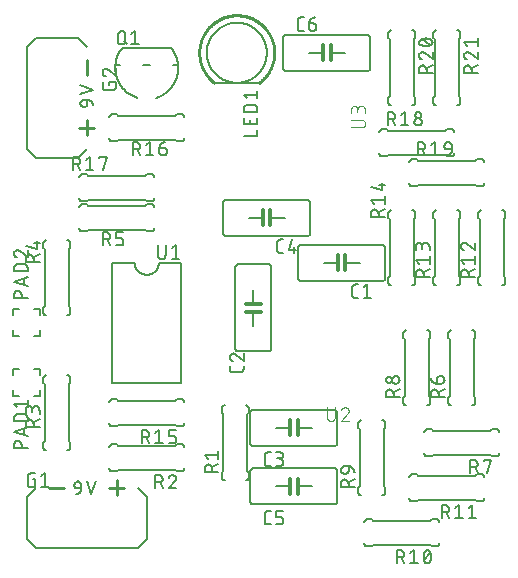
<source format=gbr>
G04 EAGLE Gerber RS-274X export*
G75*
%MOMM*%
%FSLAX34Y34*%
%LPD*%
%INSilkscreen Top*%
%IPPOS*%
%AMOC8*
5,1,8,0,0,1.08239X$1,22.5*%
G01*
%ADD10C,0.304800*%
%ADD11C,0.152400*%
%ADD12C,0.127000*%
%ADD13C,0.254000*%
%ADD14C,0.203200*%
%ADD15C,0.101600*%


D10*
X295148Y260350D02*
X295148Y266700D01*
X295148Y273050D01*
D11*
X295148Y266700D02*
X307340Y266700D01*
D10*
X288798Y266700D02*
X288798Y260350D01*
X288798Y266700D02*
X288798Y273050D01*
D11*
X288798Y266700D02*
X276860Y266700D01*
X328930Y254000D02*
X328930Y279400D01*
X326390Y281940D02*
X257810Y281940D01*
X255270Y279400D02*
X255270Y254000D01*
X257810Y251460D02*
X326390Y251460D01*
X257810Y251460D02*
X257710Y251462D01*
X257611Y251468D01*
X257511Y251478D01*
X257413Y251491D01*
X257314Y251509D01*
X257217Y251530D01*
X257121Y251555D01*
X257025Y251584D01*
X256931Y251617D01*
X256838Y251653D01*
X256747Y251693D01*
X256657Y251737D01*
X256569Y251784D01*
X256483Y251834D01*
X256399Y251888D01*
X256317Y251945D01*
X256238Y252005D01*
X256160Y252069D01*
X256086Y252135D01*
X256014Y252204D01*
X255945Y252276D01*
X255879Y252350D01*
X255815Y252428D01*
X255755Y252507D01*
X255698Y252589D01*
X255644Y252673D01*
X255594Y252759D01*
X255547Y252847D01*
X255503Y252937D01*
X255463Y253028D01*
X255427Y253121D01*
X255394Y253215D01*
X255365Y253311D01*
X255340Y253407D01*
X255319Y253504D01*
X255301Y253603D01*
X255288Y253701D01*
X255278Y253801D01*
X255272Y253900D01*
X255270Y254000D01*
X255270Y279400D02*
X255272Y279500D01*
X255278Y279599D01*
X255288Y279699D01*
X255301Y279797D01*
X255319Y279896D01*
X255340Y279993D01*
X255365Y280089D01*
X255394Y280185D01*
X255427Y280279D01*
X255463Y280372D01*
X255503Y280463D01*
X255547Y280553D01*
X255594Y280641D01*
X255644Y280727D01*
X255698Y280811D01*
X255755Y280893D01*
X255815Y280972D01*
X255879Y281050D01*
X255945Y281124D01*
X256014Y281196D01*
X256086Y281265D01*
X256160Y281331D01*
X256238Y281395D01*
X256317Y281455D01*
X256399Y281512D01*
X256483Y281566D01*
X256569Y281616D01*
X256657Y281663D01*
X256747Y281707D01*
X256838Y281747D01*
X256931Y281783D01*
X257025Y281816D01*
X257121Y281845D01*
X257217Y281870D01*
X257314Y281891D01*
X257413Y281909D01*
X257511Y281922D01*
X257611Y281932D01*
X257710Y281938D01*
X257810Y281940D01*
X326390Y281940D02*
X326490Y281938D01*
X326589Y281932D01*
X326689Y281922D01*
X326787Y281909D01*
X326886Y281891D01*
X326983Y281870D01*
X327079Y281845D01*
X327175Y281816D01*
X327269Y281783D01*
X327362Y281747D01*
X327453Y281707D01*
X327543Y281663D01*
X327631Y281616D01*
X327717Y281566D01*
X327801Y281512D01*
X327883Y281455D01*
X327962Y281395D01*
X328040Y281331D01*
X328114Y281265D01*
X328186Y281196D01*
X328255Y281124D01*
X328321Y281050D01*
X328385Y280972D01*
X328445Y280893D01*
X328502Y280811D01*
X328556Y280727D01*
X328606Y280641D01*
X328653Y280553D01*
X328697Y280463D01*
X328737Y280372D01*
X328773Y280279D01*
X328806Y280185D01*
X328835Y280089D01*
X328860Y279993D01*
X328881Y279896D01*
X328899Y279797D01*
X328912Y279699D01*
X328922Y279599D01*
X328928Y279500D01*
X328930Y279400D01*
X328930Y254000D02*
X328928Y253900D01*
X328922Y253801D01*
X328912Y253701D01*
X328899Y253603D01*
X328881Y253504D01*
X328860Y253407D01*
X328835Y253311D01*
X328806Y253215D01*
X328773Y253121D01*
X328737Y253028D01*
X328697Y252937D01*
X328653Y252847D01*
X328606Y252759D01*
X328556Y252673D01*
X328502Y252589D01*
X328445Y252507D01*
X328385Y252428D01*
X328321Y252350D01*
X328255Y252276D01*
X328186Y252204D01*
X328114Y252135D01*
X328040Y252069D01*
X327962Y252005D01*
X327883Y251945D01*
X327801Y251888D01*
X327717Y251834D01*
X327631Y251784D01*
X327543Y251737D01*
X327453Y251693D01*
X327362Y251653D01*
X327269Y251617D01*
X327175Y251584D01*
X327079Y251555D01*
X326983Y251530D01*
X326886Y251509D01*
X326787Y251491D01*
X326689Y251478D01*
X326589Y251468D01*
X326490Y251462D01*
X326390Y251460D01*
D12*
X306033Y236855D02*
X303493Y236855D01*
X303393Y236857D01*
X303294Y236863D01*
X303194Y236873D01*
X303096Y236886D01*
X302997Y236904D01*
X302900Y236925D01*
X302804Y236950D01*
X302708Y236979D01*
X302614Y237012D01*
X302521Y237048D01*
X302430Y237088D01*
X302340Y237132D01*
X302252Y237179D01*
X302166Y237229D01*
X302082Y237283D01*
X302000Y237340D01*
X301921Y237400D01*
X301843Y237464D01*
X301769Y237530D01*
X301697Y237599D01*
X301628Y237671D01*
X301562Y237745D01*
X301498Y237823D01*
X301438Y237902D01*
X301381Y237984D01*
X301327Y238068D01*
X301277Y238154D01*
X301230Y238242D01*
X301186Y238332D01*
X301146Y238423D01*
X301110Y238516D01*
X301077Y238610D01*
X301048Y238706D01*
X301023Y238802D01*
X301002Y238899D01*
X300984Y238998D01*
X300971Y239096D01*
X300961Y239196D01*
X300955Y239295D01*
X300953Y239395D01*
X300953Y245745D01*
X300955Y245845D01*
X300961Y245944D01*
X300971Y246044D01*
X300984Y246142D01*
X301002Y246241D01*
X301023Y246338D01*
X301048Y246434D01*
X301077Y246530D01*
X301110Y246624D01*
X301146Y246717D01*
X301186Y246808D01*
X301230Y246898D01*
X301277Y246986D01*
X301327Y247072D01*
X301381Y247156D01*
X301438Y247238D01*
X301498Y247317D01*
X301562Y247395D01*
X301628Y247469D01*
X301697Y247541D01*
X301769Y247610D01*
X301843Y247676D01*
X301921Y247740D01*
X302000Y247800D01*
X302082Y247857D01*
X302166Y247911D01*
X302252Y247961D01*
X302340Y248008D01*
X302430Y248052D01*
X302521Y248092D01*
X302614Y248128D01*
X302708Y248161D01*
X302804Y248190D01*
X302900Y248215D01*
X302997Y248236D01*
X303096Y248254D01*
X303194Y248267D01*
X303294Y248277D01*
X303393Y248283D01*
X303493Y248285D01*
X306033Y248285D01*
X310515Y245745D02*
X313690Y248285D01*
X313690Y236855D01*
X310515Y236855D02*
X316865Y236855D01*
D10*
X223520Y231648D02*
X217170Y231648D01*
X210820Y231648D01*
D11*
X217170Y231648D02*
X217170Y243840D01*
D10*
X217170Y225298D02*
X223520Y225298D01*
X217170Y225298D02*
X210820Y225298D01*
D11*
X217170Y225298D02*
X217170Y213360D01*
X229870Y265430D02*
X204470Y265430D01*
X201930Y262890D02*
X201930Y194310D01*
X204470Y191770D02*
X229870Y191770D01*
X232410Y194310D02*
X232410Y262890D01*
X232410Y194310D02*
X232408Y194210D01*
X232402Y194111D01*
X232392Y194011D01*
X232379Y193913D01*
X232361Y193814D01*
X232340Y193717D01*
X232315Y193621D01*
X232286Y193525D01*
X232253Y193431D01*
X232217Y193338D01*
X232177Y193247D01*
X232133Y193157D01*
X232086Y193069D01*
X232036Y192983D01*
X231982Y192899D01*
X231925Y192817D01*
X231865Y192738D01*
X231801Y192660D01*
X231735Y192586D01*
X231666Y192514D01*
X231594Y192445D01*
X231520Y192379D01*
X231442Y192315D01*
X231363Y192255D01*
X231281Y192198D01*
X231197Y192144D01*
X231111Y192094D01*
X231023Y192047D01*
X230933Y192003D01*
X230842Y191963D01*
X230749Y191927D01*
X230655Y191894D01*
X230559Y191865D01*
X230463Y191840D01*
X230366Y191819D01*
X230267Y191801D01*
X230169Y191788D01*
X230069Y191778D01*
X229970Y191772D01*
X229870Y191770D01*
X204470Y191770D02*
X204370Y191772D01*
X204271Y191778D01*
X204171Y191788D01*
X204073Y191801D01*
X203974Y191819D01*
X203877Y191840D01*
X203781Y191865D01*
X203685Y191894D01*
X203591Y191927D01*
X203498Y191963D01*
X203407Y192003D01*
X203317Y192047D01*
X203229Y192094D01*
X203143Y192144D01*
X203059Y192198D01*
X202977Y192255D01*
X202898Y192315D01*
X202820Y192379D01*
X202746Y192445D01*
X202674Y192514D01*
X202605Y192586D01*
X202539Y192660D01*
X202475Y192738D01*
X202415Y192817D01*
X202358Y192899D01*
X202304Y192983D01*
X202254Y193069D01*
X202207Y193157D01*
X202163Y193247D01*
X202123Y193338D01*
X202087Y193431D01*
X202054Y193525D01*
X202025Y193621D01*
X202000Y193717D01*
X201979Y193814D01*
X201961Y193913D01*
X201948Y194011D01*
X201938Y194111D01*
X201932Y194210D01*
X201930Y194310D01*
X201930Y262890D02*
X201932Y262990D01*
X201938Y263089D01*
X201948Y263189D01*
X201961Y263287D01*
X201979Y263386D01*
X202000Y263483D01*
X202025Y263579D01*
X202054Y263675D01*
X202087Y263769D01*
X202123Y263862D01*
X202163Y263953D01*
X202207Y264043D01*
X202254Y264131D01*
X202304Y264217D01*
X202358Y264301D01*
X202415Y264383D01*
X202475Y264462D01*
X202539Y264540D01*
X202605Y264614D01*
X202674Y264686D01*
X202746Y264755D01*
X202820Y264821D01*
X202898Y264885D01*
X202977Y264945D01*
X203059Y265002D01*
X203143Y265056D01*
X203229Y265106D01*
X203317Y265153D01*
X203407Y265197D01*
X203498Y265237D01*
X203591Y265273D01*
X203685Y265306D01*
X203781Y265335D01*
X203877Y265360D01*
X203974Y265381D01*
X204073Y265399D01*
X204171Y265412D01*
X204271Y265422D01*
X204370Y265428D01*
X204470Y265430D01*
X229870Y265430D02*
X229970Y265428D01*
X230069Y265422D01*
X230169Y265412D01*
X230267Y265399D01*
X230366Y265381D01*
X230463Y265360D01*
X230559Y265335D01*
X230655Y265306D01*
X230749Y265273D01*
X230842Y265237D01*
X230933Y265197D01*
X231023Y265153D01*
X231111Y265106D01*
X231197Y265056D01*
X231281Y265002D01*
X231363Y264945D01*
X231442Y264885D01*
X231520Y264821D01*
X231594Y264755D01*
X231666Y264686D01*
X231735Y264614D01*
X231801Y264540D01*
X231865Y264462D01*
X231925Y264383D01*
X231982Y264301D01*
X232036Y264217D01*
X232086Y264131D01*
X232133Y264043D01*
X232177Y263953D01*
X232217Y263862D01*
X232253Y263769D01*
X232286Y263675D01*
X232315Y263579D01*
X232340Y263483D01*
X232361Y263386D01*
X232379Y263287D01*
X232392Y263189D01*
X232402Y263089D01*
X232408Y262990D01*
X232410Y262890D01*
D12*
X208915Y179033D02*
X208915Y176493D01*
X208913Y176393D01*
X208907Y176294D01*
X208897Y176194D01*
X208884Y176096D01*
X208866Y175997D01*
X208845Y175900D01*
X208820Y175804D01*
X208791Y175708D01*
X208758Y175614D01*
X208722Y175521D01*
X208682Y175430D01*
X208638Y175340D01*
X208591Y175252D01*
X208541Y175166D01*
X208487Y175082D01*
X208430Y175000D01*
X208370Y174921D01*
X208306Y174843D01*
X208240Y174769D01*
X208171Y174697D01*
X208099Y174628D01*
X208025Y174562D01*
X207947Y174498D01*
X207868Y174438D01*
X207786Y174381D01*
X207702Y174327D01*
X207616Y174277D01*
X207528Y174230D01*
X207438Y174186D01*
X207347Y174146D01*
X207254Y174110D01*
X207160Y174077D01*
X207064Y174048D01*
X206968Y174023D01*
X206871Y174002D01*
X206772Y173984D01*
X206674Y173971D01*
X206574Y173961D01*
X206475Y173955D01*
X206375Y173953D01*
X200025Y173953D01*
X199925Y173955D01*
X199826Y173961D01*
X199726Y173971D01*
X199628Y173984D01*
X199529Y174002D01*
X199432Y174023D01*
X199336Y174048D01*
X199240Y174077D01*
X199146Y174110D01*
X199053Y174146D01*
X198962Y174186D01*
X198872Y174230D01*
X198784Y174277D01*
X198698Y174327D01*
X198614Y174381D01*
X198532Y174438D01*
X198453Y174498D01*
X198375Y174562D01*
X198301Y174628D01*
X198229Y174697D01*
X198160Y174769D01*
X198094Y174843D01*
X198030Y174921D01*
X197970Y175000D01*
X197913Y175082D01*
X197859Y175166D01*
X197809Y175252D01*
X197762Y175340D01*
X197718Y175430D01*
X197678Y175521D01*
X197642Y175614D01*
X197609Y175708D01*
X197580Y175804D01*
X197555Y175900D01*
X197534Y175997D01*
X197516Y176096D01*
X197503Y176194D01*
X197493Y176294D01*
X197487Y176393D01*
X197485Y176493D01*
X197485Y179033D01*
X197485Y187008D02*
X197487Y187112D01*
X197493Y187217D01*
X197502Y187321D01*
X197515Y187424D01*
X197533Y187527D01*
X197553Y187629D01*
X197578Y187731D01*
X197606Y187831D01*
X197638Y187931D01*
X197674Y188029D01*
X197713Y188126D01*
X197755Y188221D01*
X197801Y188315D01*
X197851Y188407D01*
X197903Y188497D01*
X197959Y188585D01*
X198019Y188671D01*
X198081Y188755D01*
X198146Y188836D01*
X198214Y188915D01*
X198286Y188992D01*
X198359Y189065D01*
X198436Y189137D01*
X198515Y189205D01*
X198596Y189270D01*
X198680Y189332D01*
X198766Y189392D01*
X198854Y189448D01*
X198944Y189500D01*
X199036Y189550D01*
X199130Y189596D01*
X199225Y189638D01*
X199322Y189677D01*
X199420Y189713D01*
X199520Y189745D01*
X199620Y189773D01*
X199722Y189798D01*
X199824Y189818D01*
X199927Y189836D01*
X200030Y189849D01*
X200134Y189858D01*
X200239Y189864D01*
X200343Y189866D01*
X197485Y187008D02*
X197487Y186890D01*
X197493Y186771D01*
X197502Y186653D01*
X197515Y186536D01*
X197533Y186419D01*
X197553Y186302D01*
X197578Y186186D01*
X197606Y186071D01*
X197639Y185958D01*
X197674Y185845D01*
X197714Y185733D01*
X197756Y185623D01*
X197803Y185514D01*
X197853Y185406D01*
X197906Y185301D01*
X197963Y185197D01*
X198023Y185095D01*
X198086Y184995D01*
X198153Y184897D01*
X198222Y184801D01*
X198295Y184708D01*
X198371Y184617D01*
X198449Y184528D01*
X198531Y184442D01*
X198615Y184359D01*
X198701Y184278D01*
X198791Y184201D01*
X198882Y184126D01*
X198976Y184054D01*
X199073Y183985D01*
X199171Y183920D01*
X199272Y183857D01*
X199375Y183798D01*
X199479Y183742D01*
X199585Y183690D01*
X199693Y183641D01*
X199802Y183596D01*
X199913Y183554D01*
X200025Y183516D01*
X202565Y188913D02*
X202490Y188989D01*
X202411Y189064D01*
X202330Y189135D01*
X202246Y189204D01*
X202160Y189269D01*
X202072Y189331D01*
X201982Y189391D01*
X201890Y189447D01*
X201795Y189500D01*
X201699Y189549D01*
X201601Y189595D01*
X201502Y189638D01*
X201401Y189677D01*
X201299Y189712D01*
X201196Y189744D01*
X201092Y189772D01*
X200987Y189797D01*
X200880Y189818D01*
X200774Y189835D01*
X200667Y189848D01*
X200559Y189857D01*
X200451Y189863D01*
X200343Y189865D01*
X202565Y188913D02*
X208915Y183515D01*
X208915Y189865D01*
D10*
X248412Y133350D02*
X248412Y127000D01*
X248412Y120650D01*
D11*
X248412Y127000D02*
X236220Y127000D01*
D10*
X254762Y127000D02*
X254762Y133350D01*
X254762Y127000D02*
X254762Y120650D01*
D11*
X254762Y127000D02*
X266700Y127000D01*
X214630Y139700D02*
X214630Y114300D01*
X217170Y111760D02*
X285750Y111760D01*
X288290Y114300D02*
X288290Y139700D01*
X285750Y142240D02*
X217170Y142240D01*
X285750Y142240D02*
X285850Y142238D01*
X285949Y142232D01*
X286049Y142222D01*
X286147Y142209D01*
X286246Y142191D01*
X286343Y142170D01*
X286439Y142145D01*
X286535Y142116D01*
X286629Y142083D01*
X286722Y142047D01*
X286813Y142007D01*
X286903Y141963D01*
X286991Y141916D01*
X287077Y141866D01*
X287161Y141812D01*
X287243Y141755D01*
X287322Y141695D01*
X287400Y141631D01*
X287474Y141565D01*
X287546Y141496D01*
X287615Y141424D01*
X287681Y141350D01*
X287745Y141272D01*
X287805Y141193D01*
X287862Y141111D01*
X287916Y141027D01*
X287966Y140941D01*
X288013Y140853D01*
X288057Y140763D01*
X288097Y140672D01*
X288133Y140579D01*
X288166Y140485D01*
X288195Y140389D01*
X288220Y140293D01*
X288241Y140196D01*
X288259Y140097D01*
X288272Y139999D01*
X288282Y139899D01*
X288288Y139800D01*
X288290Y139700D01*
X288290Y114300D02*
X288288Y114200D01*
X288282Y114101D01*
X288272Y114001D01*
X288259Y113903D01*
X288241Y113804D01*
X288220Y113707D01*
X288195Y113611D01*
X288166Y113515D01*
X288133Y113421D01*
X288097Y113328D01*
X288057Y113237D01*
X288013Y113147D01*
X287966Y113059D01*
X287916Y112973D01*
X287862Y112889D01*
X287805Y112807D01*
X287745Y112728D01*
X287681Y112650D01*
X287615Y112576D01*
X287546Y112504D01*
X287474Y112435D01*
X287400Y112369D01*
X287322Y112305D01*
X287243Y112245D01*
X287161Y112188D01*
X287077Y112134D01*
X286991Y112084D01*
X286903Y112037D01*
X286813Y111993D01*
X286722Y111953D01*
X286629Y111917D01*
X286535Y111884D01*
X286439Y111855D01*
X286343Y111830D01*
X286246Y111809D01*
X286147Y111791D01*
X286049Y111778D01*
X285949Y111768D01*
X285850Y111762D01*
X285750Y111760D01*
X217170Y111760D02*
X217070Y111762D01*
X216971Y111768D01*
X216871Y111778D01*
X216773Y111791D01*
X216674Y111809D01*
X216577Y111830D01*
X216481Y111855D01*
X216385Y111884D01*
X216291Y111917D01*
X216198Y111953D01*
X216107Y111993D01*
X216017Y112037D01*
X215929Y112084D01*
X215843Y112134D01*
X215759Y112188D01*
X215677Y112245D01*
X215598Y112305D01*
X215520Y112369D01*
X215446Y112435D01*
X215374Y112504D01*
X215305Y112576D01*
X215239Y112650D01*
X215175Y112728D01*
X215115Y112807D01*
X215058Y112889D01*
X215004Y112973D01*
X214954Y113059D01*
X214907Y113147D01*
X214863Y113237D01*
X214823Y113328D01*
X214787Y113421D01*
X214754Y113515D01*
X214725Y113611D01*
X214700Y113707D01*
X214679Y113804D01*
X214661Y113903D01*
X214648Y114001D01*
X214638Y114101D01*
X214632Y114200D01*
X214630Y114300D01*
X214630Y139700D02*
X214632Y139800D01*
X214638Y139899D01*
X214648Y139999D01*
X214661Y140097D01*
X214679Y140196D01*
X214700Y140293D01*
X214725Y140389D01*
X214754Y140485D01*
X214787Y140579D01*
X214823Y140672D01*
X214863Y140763D01*
X214907Y140853D01*
X214954Y140941D01*
X215004Y141027D01*
X215058Y141111D01*
X215115Y141193D01*
X215175Y141272D01*
X215239Y141350D01*
X215305Y141424D01*
X215374Y141496D01*
X215446Y141565D01*
X215520Y141631D01*
X215598Y141695D01*
X215677Y141755D01*
X215759Y141812D01*
X215843Y141866D01*
X215929Y141916D01*
X216017Y141963D01*
X216107Y142007D01*
X216198Y142047D01*
X216291Y142083D01*
X216385Y142116D01*
X216481Y142145D01*
X216577Y142170D01*
X216674Y142191D01*
X216773Y142209D01*
X216871Y142222D01*
X216971Y142232D01*
X217070Y142238D01*
X217170Y142240D01*
D12*
X229235Y94615D02*
X231775Y94615D01*
X229235Y94615D02*
X229135Y94617D01*
X229036Y94623D01*
X228936Y94633D01*
X228838Y94646D01*
X228739Y94664D01*
X228642Y94685D01*
X228546Y94710D01*
X228450Y94739D01*
X228356Y94772D01*
X228263Y94808D01*
X228172Y94848D01*
X228082Y94892D01*
X227994Y94939D01*
X227908Y94989D01*
X227824Y95043D01*
X227742Y95100D01*
X227663Y95160D01*
X227585Y95224D01*
X227511Y95290D01*
X227439Y95359D01*
X227370Y95431D01*
X227304Y95505D01*
X227240Y95583D01*
X227180Y95662D01*
X227123Y95744D01*
X227069Y95828D01*
X227019Y95914D01*
X226972Y96002D01*
X226928Y96092D01*
X226888Y96183D01*
X226852Y96276D01*
X226819Y96370D01*
X226790Y96466D01*
X226765Y96562D01*
X226744Y96659D01*
X226726Y96758D01*
X226713Y96856D01*
X226703Y96956D01*
X226697Y97055D01*
X226695Y97155D01*
X226695Y103505D01*
X226697Y103605D01*
X226703Y103704D01*
X226713Y103804D01*
X226726Y103902D01*
X226744Y104001D01*
X226765Y104098D01*
X226790Y104194D01*
X226819Y104290D01*
X226852Y104384D01*
X226888Y104477D01*
X226928Y104568D01*
X226972Y104658D01*
X227019Y104746D01*
X227069Y104832D01*
X227123Y104916D01*
X227180Y104998D01*
X227240Y105077D01*
X227304Y105155D01*
X227370Y105229D01*
X227439Y105301D01*
X227511Y105370D01*
X227585Y105436D01*
X227663Y105500D01*
X227742Y105560D01*
X227824Y105617D01*
X227908Y105671D01*
X227994Y105721D01*
X228082Y105768D01*
X228172Y105812D01*
X228263Y105852D01*
X228356Y105888D01*
X228450Y105921D01*
X228546Y105950D01*
X228642Y105975D01*
X228739Y105996D01*
X228838Y106014D01*
X228936Y106027D01*
X229036Y106037D01*
X229135Y106043D01*
X229235Y106045D01*
X231775Y106045D01*
X236257Y94615D02*
X239432Y94615D01*
X239543Y94617D01*
X239653Y94623D01*
X239764Y94632D01*
X239874Y94646D01*
X239983Y94663D01*
X240092Y94684D01*
X240200Y94709D01*
X240307Y94738D01*
X240413Y94770D01*
X240518Y94806D01*
X240621Y94846D01*
X240723Y94889D01*
X240824Y94936D01*
X240923Y94987D01*
X241019Y95040D01*
X241114Y95097D01*
X241207Y95158D01*
X241298Y95221D01*
X241387Y95288D01*
X241473Y95358D01*
X241556Y95431D01*
X241638Y95506D01*
X241716Y95584D01*
X241791Y95666D01*
X241864Y95749D01*
X241934Y95835D01*
X242001Y95924D01*
X242064Y96015D01*
X242125Y96108D01*
X242182Y96202D01*
X242235Y96299D01*
X242286Y96398D01*
X242333Y96499D01*
X242376Y96601D01*
X242416Y96704D01*
X242452Y96809D01*
X242484Y96915D01*
X242513Y97022D01*
X242538Y97130D01*
X242559Y97239D01*
X242576Y97348D01*
X242590Y97458D01*
X242599Y97569D01*
X242605Y97679D01*
X242607Y97790D01*
X242605Y97901D01*
X242599Y98011D01*
X242590Y98122D01*
X242576Y98232D01*
X242559Y98341D01*
X242538Y98450D01*
X242513Y98558D01*
X242484Y98665D01*
X242452Y98771D01*
X242416Y98876D01*
X242376Y98979D01*
X242333Y99081D01*
X242286Y99182D01*
X242235Y99281D01*
X242182Y99377D01*
X242125Y99472D01*
X242064Y99565D01*
X242001Y99656D01*
X241934Y99745D01*
X241864Y99831D01*
X241791Y99914D01*
X241716Y99996D01*
X241638Y100074D01*
X241556Y100149D01*
X241473Y100222D01*
X241387Y100292D01*
X241298Y100359D01*
X241207Y100422D01*
X241114Y100483D01*
X241020Y100540D01*
X240923Y100593D01*
X240824Y100644D01*
X240723Y100691D01*
X240621Y100734D01*
X240518Y100774D01*
X240413Y100810D01*
X240307Y100842D01*
X240200Y100871D01*
X240092Y100896D01*
X239983Y100917D01*
X239874Y100934D01*
X239764Y100948D01*
X239653Y100957D01*
X239543Y100963D01*
X239432Y100965D01*
X240067Y106045D02*
X236257Y106045D01*
X240067Y106045D02*
X240167Y106043D01*
X240266Y106037D01*
X240366Y106027D01*
X240464Y106014D01*
X240563Y105996D01*
X240660Y105975D01*
X240756Y105950D01*
X240852Y105921D01*
X240946Y105888D01*
X241039Y105852D01*
X241130Y105812D01*
X241220Y105768D01*
X241308Y105721D01*
X241394Y105671D01*
X241478Y105617D01*
X241560Y105560D01*
X241639Y105500D01*
X241717Y105436D01*
X241791Y105370D01*
X241863Y105301D01*
X241932Y105229D01*
X241998Y105155D01*
X242062Y105077D01*
X242122Y104998D01*
X242179Y104916D01*
X242233Y104832D01*
X242283Y104746D01*
X242330Y104658D01*
X242374Y104568D01*
X242414Y104477D01*
X242450Y104384D01*
X242483Y104290D01*
X242512Y104194D01*
X242537Y104098D01*
X242558Y104001D01*
X242576Y103902D01*
X242589Y103804D01*
X242599Y103704D01*
X242605Y103605D01*
X242607Y103505D01*
X242605Y103405D01*
X242599Y103306D01*
X242589Y103206D01*
X242576Y103108D01*
X242558Y103009D01*
X242537Y102912D01*
X242512Y102816D01*
X242483Y102720D01*
X242450Y102626D01*
X242414Y102533D01*
X242374Y102442D01*
X242330Y102352D01*
X242283Y102264D01*
X242233Y102178D01*
X242179Y102094D01*
X242122Y102012D01*
X242062Y101933D01*
X241998Y101855D01*
X241932Y101781D01*
X241863Y101709D01*
X241791Y101640D01*
X241717Y101574D01*
X241639Y101510D01*
X241560Y101450D01*
X241478Y101393D01*
X241394Y101339D01*
X241308Y101289D01*
X241220Y101242D01*
X241130Y101198D01*
X241039Y101158D01*
X240946Y101122D01*
X240852Y101089D01*
X240756Y101060D01*
X240660Y101035D01*
X240563Y101014D01*
X240464Y100996D01*
X240366Y100983D01*
X240266Y100973D01*
X240167Y100967D01*
X240067Y100965D01*
X237527Y100965D01*
D10*
X231648Y298450D02*
X231648Y304800D01*
X231648Y311150D01*
D11*
X231648Y304800D02*
X243840Y304800D01*
D10*
X225298Y304800D02*
X225298Y298450D01*
X225298Y304800D02*
X225298Y311150D01*
D11*
X225298Y304800D02*
X213360Y304800D01*
X265430Y292100D02*
X265430Y317500D01*
X262890Y320040D02*
X194310Y320040D01*
X191770Y317500D02*
X191770Y292100D01*
X194310Y289560D02*
X262890Y289560D01*
X194310Y289560D02*
X194210Y289562D01*
X194111Y289568D01*
X194011Y289578D01*
X193913Y289591D01*
X193814Y289609D01*
X193717Y289630D01*
X193621Y289655D01*
X193525Y289684D01*
X193431Y289717D01*
X193338Y289753D01*
X193247Y289793D01*
X193157Y289837D01*
X193069Y289884D01*
X192983Y289934D01*
X192899Y289988D01*
X192817Y290045D01*
X192738Y290105D01*
X192660Y290169D01*
X192586Y290235D01*
X192514Y290304D01*
X192445Y290376D01*
X192379Y290450D01*
X192315Y290528D01*
X192255Y290607D01*
X192198Y290689D01*
X192144Y290773D01*
X192094Y290859D01*
X192047Y290947D01*
X192003Y291037D01*
X191963Y291128D01*
X191927Y291221D01*
X191894Y291315D01*
X191865Y291411D01*
X191840Y291507D01*
X191819Y291604D01*
X191801Y291703D01*
X191788Y291801D01*
X191778Y291901D01*
X191772Y292000D01*
X191770Y292100D01*
X191770Y317500D02*
X191772Y317600D01*
X191778Y317699D01*
X191788Y317799D01*
X191801Y317897D01*
X191819Y317996D01*
X191840Y318093D01*
X191865Y318189D01*
X191894Y318285D01*
X191927Y318379D01*
X191963Y318472D01*
X192003Y318563D01*
X192047Y318653D01*
X192094Y318741D01*
X192144Y318827D01*
X192198Y318911D01*
X192255Y318993D01*
X192315Y319072D01*
X192379Y319150D01*
X192445Y319224D01*
X192514Y319296D01*
X192586Y319365D01*
X192660Y319431D01*
X192738Y319495D01*
X192817Y319555D01*
X192899Y319612D01*
X192983Y319666D01*
X193069Y319716D01*
X193157Y319763D01*
X193247Y319807D01*
X193338Y319847D01*
X193431Y319883D01*
X193525Y319916D01*
X193621Y319945D01*
X193717Y319970D01*
X193814Y319991D01*
X193913Y320009D01*
X194011Y320022D01*
X194111Y320032D01*
X194210Y320038D01*
X194310Y320040D01*
X262890Y320040D02*
X262990Y320038D01*
X263089Y320032D01*
X263189Y320022D01*
X263287Y320009D01*
X263386Y319991D01*
X263483Y319970D01*
X263579Y319945D01*
X263675Y319916D01*
X263769Y319883D01*
X263862Y319847D01*
X263953Y319807D01*
X264043Y319763D01*
X264131Y319716D01*
X264217Y319666D01*
X264301Y319612D01*
X264383Y319555D01*
X264462Y319495D01*
X264540Y319431D01*
X264614Y319365D01*
X264686Y319296D01*
X264755Y319224D01*
X264821Y319150D01*
X264885Y319072D01*
X264945Y318993D01*
X265002Y318911D01*
X265056Y318827D01*
X265106Y318741D01*
X265153Y318653D01*
X265197Y318563D01*
X265237Y318472D01*
X265273Y318379D01*
X265306Y318285D01*
X265335Y318189D01*
X265360Y318093D01*
X265381Y317996D01*
X265399Y317897D01*
X265412Y317799D01*
X265422Y317699D01*
X265428Y317600D01*
X265430Y317500D01*
X265430Y292100D02*
X265428Y292000D01*
X265422Y291901D01*
X265412Y291801D01*
X265399Y291703D01*
X265381Y291604D01*
X265360Y291507D01*
X265335Y291411D01*
X265306Y291315D01*
X265273Y291221D01*
X265237Y291128D01*
X265197Y291037D01*
X265153Y290947D01*
X265106Y290859D01*
X265056Y290773D01*
X265002Y290689D01*
X264945Y290607D01*
X264885Y290528D01*
X264821Y290450D01*
X264755Y290376D01*
X264686Y290304D01*
X264614Y290235D01*
X264540Y290169D01*
X264462Y290105D01*
X264383Y290045D01*
X264301Y289988D01*
X264217Y289934D01*
X264131Y289884D01*
X264043Y289837D01*
X263953Y289793D01*
X263862Y289753D01*
X263769Y289717D01*
X263675Y289684D01*
X263579Y289655D01*
X263483Y289630D01*
X263386Y289609D01*
X263287Y289591D01*
X263189Y289578D01*
X263089Y289568D01*
X262990Y289562D01*
X262890Y289560D01*
D12*
X242533Y274955D02*
X239993Y274955D01*
X239893Y274957D01*
X239794Y274963D01*
X239694Y274973D01*
X239596Y274986D01*
X239497Y275004D01*
X239400Y275025D01*
X239304Y275050D01*
X239208Y275079D01*
X239114Y275112D01*
X239021Y275148D01*
X238930Y275188D01*
X238840Y275232D01*
X238752Y275279D01*
X238666Y275329D01*
X238582Y275383D01*
X238500Y275440D01*
X238421Y275500D01*
X238343Y275564D01*
X238269Y275630D01*
X238197Y275699D01*
X238128Y275771D01*
X238062Y275845D01*
X237998Y275923D01*
X237938Y276002D01*
X237881Y276084D01*
X237827Y276168D01*
X237777Y276254D01*
X237730Y276342D01*
X237686Y276432D01*
X237646Y276523D01*
X237610Y276616D01*
X237577Y276710D01*
X237548Y276806D01*
X237523Y276902D01*
X237502Y276999D01*
X237484Y277098D01*
X237471Y277196D01*
X237461Y277296D01*
X237455Y277395D01*
X237453Y277495D01*
X237453Y283845D01*
X237455Y283945D01*
X237461Y284044D01*
X237471Y284144D01*
X237484Y284242D01*
X237502Y284341D01*
X237523Y284438D01*
X237548Y284534D01*
X237577Y284630D01*
X237610Y284724D01*
X237646Y284817D01*
X237686Y284908D01*
X237730Y284998D01*
X237777Y285086D01*
X237827Y285172D01*
X237881Y285256D01*
X237938Y285338D01*
X237998Y285417D01*
X238062Y285495D01*
X238128Y285569D01*
X238197Y285641D01*
X238269Y285710D01*
X238343Y285776D01*
X238421Y285840D01*
X238500Y285900D01*
X238582Y285957D01*
X238666Y286011D01*
X238752Y286061D01*
X238840Y286108D01*
X238930Y286152D01*
X239021Y286192D01*
X239114Y286228D01*
X239208Y286261D01*
X239304Y286290D01*
X239400Y286315D01*
X239497Y286336D01*
X239596Y286354D01*
X239694Y286367D01*
X239794Y286377D01*
X239893Y286383D01*
X239993Y286385D01*
X242533Y286385D01*
X249555Y286385D02*
X247015Y277495D01*
X253365Y277495D01*
X251460Y280035D02*
X251460Y274955D01*
D10*
X248412Y83820D02*
X248412Y77470D01*
X248412Y71120D01*
D11*
X248412Y77470D02*
X236220Y77470D01*
D10*
X254762Y77470D02*
X254762Y83820D01*
X254762Y77470D02*
X254762Y71120D01*
D11*
X254762Y77470D02*
X266700Y77470D01*
X214630Y90170D02*
X214630Y64770D01*
X217170Y62230D02*
X285750Y62230D01*
X288290Y64770D02*
X288290Y90170D01*
X285750Y92710D02*
X217170Y92710D01*
X285750Y92710D02*
X285850Y92708D01*
X285949Y92702D01*
X286049Y92692D01*
X286147Y92679D01*
X286246Y92661D01*
X286343Y92640D01*
X286439Y92615D01*
X286535Y92586D01*
X286629Y92553D01*
X286722Y92517D01*
X286813Y92477D01*
X286903Y92433D01*
X286991Y92386D01*
X287077Y92336D01*
X287161Y92282D01*
X287243Y92225D01*
X287322Y92165D01*
X287400Y92101D01*
X287474Y92035D01*
X287546Y91966D01*
X287615Y91894D01*
X287681Y91820D01*
X287745Y91742D01*
X287805Y91663D01*
X287862Y91581D01*
X287916Y91497D01*
X287966Y91411D01*
X288013Y91323D01*
X288057Y91233D01*
X288097Y91142D01*
X288133Y91049D01*
X288166Y90955D01*
X288195Y90859D01*
X288220Y90763D01*
X288241Y90666D01*
X288259Y90567D01*
X288272Y90469D01*
X288282Y90369D01*
X288288Y90270D01*
X288290Y90170D01*
X288290Y64770D02*
X288288Y64670D01*
X288282Y64571D01*
X288272Y64471D01*
X288259Y64373D01*
X288241Y64274D01*
X288220Y64177D01*
X288195Y64081D01*
X288166Y63985D01*
X288133Y63891D01*
X288097Y63798D01*
X288057Y63707D01*
X288013Y63617D01*
X287966Y63529D01*
X287916Y63443D01*
X287862Y63359D01*
X287805Y63277D01*
X287745Y63198D01*
X287681Y63120D01*
X287615Y63046D01*
X287546Y62974D01*
X287474Y62905D01*
X287400Y62839D01*
X287322Y62775D01*
X287243Y62715D01*
X287161Y62658D01*
X287077Y62604D01*
X286991Y62554D01*
X286903Y62507D01*
X286813Y62463D01*
X286722Y62423D01*
X286629Y62387D01*
X286535Y62354D01*
X286439Y62325D01*
X286343Y62300D01*
X286246Y62279D01*
X286147Y62261D01*
X286049Y62248D01*
X285949Y62238D01*
X285850Y62232D01*
X285750Y62230D01*
X217170Y62230D02*
X217070Y62232D01*
X216971Y62238D01*
X216871Y62248D01*
X216773Y62261D01*
X216674Y62279D01*
X216577Y62300D01*
X216481Y62325D01*
X216385Y62354D01*
X216291Y62387D01*
X216198Y62423D01*
X216107Y62463D01*
X216017Y62507D01*
X215929Y62554D01*
X215843Y62604D01*
X215759Y62658D01*
X215677Y62715D01*
X215598Y62775D01*
X215520Y62839D01*
X215446Y62905D01*
X215374Y62974D01*
X215305Y63046D01*
X215239Y63120D01*
X215175Y63198D01*
X215115Y63277D01*
X215058Y63359D01*
X215004Y63443D01*
X214954Y63529D01*
X214907Y63617D01*
X214863Y63707D01*
X214823Y63798D01*
X214787Y63891D01*
X214754Y63985D01*
X214725Y64081D01*
X214700Y64177D01*
X214679Y64274D01*
X214661Y64373D01*
X214648Y64471D01*
X214638Y64571D01*
X214632Y64670D01*
X214630Y64770D01*
X214630Y90170D02*
X214632Y90270D01*
X214638Y90369D01*
X214648Y90469D01*
X214661Y90567D01*
X214679Y90666D01*
X214700Y90763D01*
X214725Y90859D01*
X214754Y90955D01*
X214787Y91049D01*
X214823Y91142D01*
X214863Y91233D01*
X214907Y91323D01*
X214954Y91411D01*
X215004Y91497D01*
X215058Y91581D01*
X215115Y91663D01*
X215175Y91742D01*
X215239Y91820D01*
X215305Y91894D01*
X215374Y91966D01*
X215446Y92035D01*
X215520Y92101D01*
X215598Y92165D01*
X215677Y92225D01*
X215759Y92282D01*
X215843Y92336D01*
X215929Y92386D01*
X216017Y92433D01*
X216107Y92477D01*
X216198Y92517D01*
X216291Y92553D01*
X216385Y92586D01*
X216481Y92615D01*
X216577Y92640D01*
X216674Y92661D01*
X216773Y92679D01*
X216871Y92692D01*
X216971Y92702D01*
X217070Y92708D01*
X217170Y92710D01*
D12*
X229235Y45085D02*
X231775Y45085D01*
X229235Y45085D02*
X229135Y45087D01*
X229036Y45093D01*
X228936Y45103D01*
X228838Y45116D01*
X228739Y45134D01*
X228642Y45155D01*
X228546Y45180D01*
X228450Y45209D01*
X228356Y45242D01*
X228263Y45278D01*
X228172Y45318D01*
X228082Y45362D01*
X227994Y45409D01*
X227908Y45459D01*
X227824Y45513D01*
X227742Y45570D01*
X227663Y45630D01*
X227585Y45694D01*
X227511Y45760D01*
X227439Y45829D01*
X227370Y45901D01*
X227304Y45975D01*
X227240Y46053D01*
X227180Y46132D01*
X227123Y46214D01*
X227069Y46298D01*
X227019Y46384D01*
X226972Y46472D01*
X226928Y46562D01*
X226888Y46653D01*
X226852Y46746D01*
X226819Y46840D01*
X226790Y46936D01*
X226765Y47032D01*
X226744Y47129D01*
X226726Y47228D01*
X226713Y47326D01*
X226703Y47426D01*
X226697Y47525D01*
X226695Y47625D01*
X226695Y53975D01*
X226697Y54075D01*
X226703Y54174D01*
X226713Y54274D01*
X226726Y54372D01*
X226744Y54471D01*
X226765Y54568D01*
X226790Y54664D01*
X226819Y54760D01*
X226852Y54854D01*
X226888Y54947D01*
X226928Y55038D01*
X226972Y55128D01*
X227019Y55216D01*
X227069Y55302D01*
X227123Y55386D01*
X227180Y55468D01*
X227240Y55547D01*
X227304Y55625D01*
X227370Y55699D01*
X227439Y55771D01*
X227511Y55840D01*
X227585Y55906D01*
X227663Y55970D01*
X227742Y56030D01*
X227824Y56087D01*
X227908Y56141D01*
X227994Y56191D01*
X228082Y56238D01*
X228172Y56282D01*
X228263Y56322D01*
X228356Y56358D01*
X228450Y56391D01*
X228546Y56420D01*
X228642Y56445D01*
X228739Y56466D01*
X228838Y56484D01*
X228936Y56497D01*
X229036Y56507D01*
X229135Y56513D01*
X229235Y56515D01*
X231775Y56515D01*
X236257Y45085D02*
X240067Y45085D01*
X240167Y45087D01*
X240266Y45093D01*
X240366Y45103D01*
X240464Y45116D01*
X240563Y45134D01*
X240660Y45155D01*
X240756Y45180D01*
X240852Y45209D01*
X240946Y45242D01*
X241039Y45278D01*
X241130Y45318D01*
X241220Y45362D01*
X241308Y45409D01*
X241394Y45459D01*
X241478Y45513D01*
X241560Y45570D01*
X241639Y45630D01*
X241717Y45694D01*
X241791Y45760D01*
X241863Y45829D01*
X241932Y45901D01*
X241998Y45975D01*
X242062Y46053D01*
X242122Y46132D01*
X242179Y46214D01*
X242233Y46298D01*
X242283Y46384D01*
X242330Y46472D01*
X242374Y46562D01*
X242414Y46653D01*
X242450Y46746D01*
X242483Y46840D01*
X242512Y46936D01*
X242537Y47032D01*
X242558Y47129D01*
X242576Y47228D01*
X242589Y47326D01*
X242599Y47426D01*
X242605Y47525D01*
X242607Y47625D01*
X242607Y48895D01*
X242605Y48995D01*
X242599Y49094D01*
X242589Y49194D01*
X242576Y49292D01*
X242558Y49391D01*
X242537Y49488D01*
X242512Y49584D01*
X242483Y49680D01*
X242450Y49774D01*
X242414Y49867D01*
X242374Y49958D01*
X242330Y50048D01*
X242283Y50136D01*
X242233Y50222D01*
X242179Y50306D01*
X242122Y50388D01*
X242062Y50467D01*
X241998Y50545D01*
X241932Y50619D01*
X241863Y50691D01*
X241791Y50760D01*
X241717Y50826D01*
X241639Y50890D01*
X241560Y50950D01*
X241478Y51007D01*
X241394Y51061D01*
X241308Y51111D01*
X241220Y51158D01*
X241130Y51202D01*
X241039Y51242D01*
X240946Y51278D01*
X240852Y51311D01*
X240756Y51340D01*
X240660Y51365D01*
X240563Y51386D01*
X240464Y51404D01*
X240366Y51417D01*
X240266Y51427D01*
X240167Y51433D01*
X240067Y51435D01*
X236257Y51435D01*
X236257Y56515D01*
X242607Y56515D01*
D10*
X276352Y444500D02*
X276352Y450850D01*
X276352Y444500D02*
X276352Y438150D01*
D11*
X276352Y444500D02*
X264160Y444500D01*
D10*
X282702Y444500D02*
X282702Y450850D01*
X282702Y444500D02*
X282702Y438150D01*
D11*
X282702Y444500D02*
X294640Y444500D01*
X242570Y457200D02*
X242570Y431800D01*
X245110Y429260D02*
X313690Y429260D01*
X316230Y431800D02*
X316230Y457200D01*
X313690Y459740D02*
X245110Y459740D01*
X313690Y459740D02*
X313790Y459738D01*
X313889Y459732D01*
X313989Y459722D01*
X314087Y459709D01*
X314186Y459691D01*
X314283Y459670D01*
X314379Y459645D01*
X314475Y459616D01*
X314569Y459583D01*
X314662Y459547D01*
X314753Y459507D01*
X314843Y459463D01*
X314931Y459416D01*
X315017Y459366D01*
X315101Y459312D01*
X315183Y459255D01*
X315262Y459195D01*
X315340Y459131D01*
X315414Y459065D01*
X315486Y458996D01*
X315555Y458924D01*
X315621Y458850D01*
X315685Y458772D01*
X315745Y458693D01*
X315802Y458611D01*
X315856Y458527D01*
X315906Y458441D01*
X315953Y458353D01*
X315997Y458263D01*
X316037Y458172D01*
X316073Y458079D01*
X316106Y457985D01*
X316135Y457889D01*
X316160Y457793D01*
X316181Y457696D01*
X316199Y457597D01*
X316212Y457499D01*
X316222Y457399D01*
X316228Y457300D01*
X316230Y457200D01*
X316230Y431800D02*
X316228Y431700D01*
X316222Y431601D01*
X316212Y431501D01*
X316199Y431403D01*
X316181Y431304D01*
X316160Y431207D01*
X316135Y431111D01*
X316106Y431015D01*
X316073Y430921D01*
X316037Y430828D01*
X315997Y430737D01*
X315953Y430647D01*
X315906Y430559D01*
X315856Y430473D01*
X315802Y430389D01*
X315745Y430307D01*
X315685Y430228D01*
X315621Y430150D01*
X315555Y430076D01*
X315486Y430004D01*
X315414Y429935D01*
X315340Y429869D01*
X315262Y429805D01*
X315183Y429745D01*
X315101Y429688D01*
X315017Y429634D01*
X314931Y429584D01*
X314843Y429537D01*
X314753Y429493D01*
X314662Y429453D01*
X314569Y429417D01*
X314475Y429384D01*
X314379Y429355D01*
X314283Y429330D01*
X314186Y429309D01*
X314087Y429291D01*
X313989Y429278D01*
X313889Y429268D01*
X313790Y429262D01*
X313690Y429260D01*
X245110Y429260D02*
X245010Y429262D01*
X244911Y429268D01*
X244811Y429278D01*
X244713Y429291D01*
X244614Y429309D01*
X244517Y429330D01*
X244421Y429355D01*
X244325Y429384D01*
X244231Y429417D01*
X244138Y429453D01*
X244047Y429493D01*
X243957Y429537D01*
X243869Y429584D01*
X243783Y429634D01*
X243699Y429688D01*
X243617Y429745D01*
X243538Y429805D01*
X243460Y429869D01*
X243386Y429935D01*
X243314Y430004D01*
X243245Y430076D01*
X243179Y430150D01*
X243115Y430228D01*
X243055Y430307D01*
X242998Y430389D01*
X242944Y430473D01*
X242894Y430559D01*
X242847Y430647D01*
X242803Y430737D01*
X242763Y430828D01*
X242727Y430921D01*
X242694Y431015D01*
X242665Y431111D01*
X242640Y431207D01*
X242619Y431304D01*
X242601Y431403D01*
X242588Y431501D01*
X242578Y431601D01*
X242572Y431700D01*
X242570Y431800D01*
X242570Y457200D02*
X242572Y457300D01*
X242578Y457399D01*
X242588Y457499D01*
X242601Y457597D01*
X242619Y457696D01*
X242640Y457793D01*
X242665Y457889D01*
X242694Y457985D01*
X242727Y458079D01*
X242763Y458172D01*
X242803Y458263D01*
X242847Y458353D01*
X242894Y458441D01*
X242944Y458527D01*
X242998Y458611D01*
X243055Y458693D01*
X243115Y458772D01*
X243179Y458850D01*
X243245Y458924D01*
X243314Y458996D01*
X243386Y459065D01*
X243460Y459131D01*
X243538Y459195D01*
X243617Y459255D01*
X243699Y459312D01*
X243783Y459366D01*
X243869Y459416D01*
X243957Y459463D01*
X244047Y459507D01*
X244138Y459547D01*
X244231Y459583D01*
X244325Y459616D01*
X244421Y459645D01*
X244517Y459670D01*
X244614Y459691D01*
X244713Y459709D01*
X244811Y459722D01*
X244911Y459732D01*
X245010Y459738D01*
X245110Y459740D01*
D12*
X257175Y462915D02*
X259715Y462915D01*
X257175Y462915D02*
X257075Y462917D01*
X256976Y462923D01*
X256876Y462933D01*
X256778Y462946D01*
X256679Y462964D01*
X256582Y462985D01*
X256486Y463010D01*
X256390Y463039D01*
X256296Y463072D01*
X256203Y463108D01*
X256112Y463148D01*
X256022Y463192D01*
X255934Y463239D01*
X255848Y463289D01*
X255764Y463343D01*
X255682Y463400D01*
X255603Y463460D01*
X255525Y463524D01*
X255451Y463590D01*
X255379Y463659D01*
X255310Y463731D01*
X255244Y463805D01*
X255180Y463883D01*
X255120Y463962D01*
X255063Y464044D01*
X255009Y464128D01*
X254959Y464214D01*
X254912Y464302D01*
X254868Y464392D01*
X254828Y464483D01*
X254792Y464576D01*
X254759Y464670D01*
X254730Y464766D01*
X254705Y464862D01*
X254684Y464959D01*
X254666Y465058D01*
X254653Y465156D01*
X254643Y465256D01*
X254637Y465355D01*
X254635Y465455D01*
X254635Y471805D01*
X254637Y471905D01*
X254643Y472004D01*
X254653Y472104D01*
X254666Y472202D01*
X254684Y472301D01*
X254705Y472398D01*
X254730Y472494D01*
X254759Y472590D01*
X254792Y472684D01*
X254828Y472777D01*
X254868Y472868D01*
X254912Y472958D01*
X254959Y473046D01*
X255009Y473132D01*
X255063Y473216D01*
X255120Y473298D01*
X255180Y473377D01*
X255244Y473455D01*
X255310Y473529D01*
X255379Y473601D01*
X255451Y473670D01*
X255525Y473736D01*
X255603Y473800D01*
X255682Y473860D01*
X255764Y473917D01*
X255848Y473971D01*
X255934Y474021D01*
X256022Y474068D01*
X256112Y474112D01*
X256203Y474152D01*
X256296Y474188D01*
X256390Y474221D01*
X256486Y474250D01*
X256582Y474275D01*
X256679Y474296D01*
X256778Y474314D01*
X256876Y474327D01*
X256976Y474337D01*
X257075Y474343D01*
X257175Y474345D01*
X259715Y474345D01*
X264197Y469265D02*
X268007Y469265D01*
X268107Y469263D01*
X268206Y469257D01*
X268306Y469247D01*
X268404Y469234D01*
X268503Y469216D01*
X268600Y469195D01*
X268696Y469170D01*
X268792Y469141D01*
X268886Y469108D01*
X268979Y469072D01*
X269070Y469032D01*
X269160Y468988D01*
X269248Y468941D01*
X269334Y468891D01*
X269418Y468837D01*
X269500Y468780D01*
X269579Y468720D01*
X269657Y468656D01*
X269731Y468590D01*
X269803Y468521D01*
X269872Y468449D01*
X269938Y468375D01*
X270002Y468297D01*
X270062Y468218D01*
X270119Y468136D01*
X270173Y468052D01*
X270223Y467966D01*
X270270Y467878D01*
X270314Y467788D01*
X270354Y467697D01*
X270390Y467604D01*
X270423Y467510D01*
X270452Y467414D01*
X270477Y467318D01*
X270498Y467221D01*
X270516Y467122D01*
X270529Y467024D01*
X270539Y466924D01*
X270545Y466825D01*
X270547Y466725D01*
X270547Y466090D01*
X270545Y465979D01*
X270539Y465869D01*
X270530Y465758D01*
X270516Y465648D01*
X270499Y465539D01*
X270478Y465430D01*
X270453Y465322D01*
X270424Y465215D01*
X270392Y465109D01*
X270356Y465004D01*
X270316Y464901D01*
X270273Y464799D01*
X270226Y464698D01*
X270175Y464599D01*
X270122Y464502D01*
X270065Y464408D01*
X270004Y464315D01*
X269941Y464224D01*
X269874Y464135D01*
X269804Y464049D01*
X269731Y463966D01*
X269656Y463884D01*
X269578Y463806D01*
X269496Y463731D01*
X269413Y463658D01*
X269327Y463588D01*
X269238Y463521D01*
X269147Y463458D01*
X269054Y463397D01*
X268959Y463340D01*
X268863Y463287D01*
X268764Y463236D01*
X268663Y463189D01*
X268561Y463146D01*
X268458Y463106D01*
X268353Y463070D01*
X268247Y463038D01*
X268140Y463009D01*
X268032Y462984D01*
X267923Y462963D01*
X267814Y462946D01*
X267704Y462932D01*
X267593Y462923D01*
X267483Y462917D01*
X267372Y462915D01*
X267261Y462917D01*
X267151Y462923D01*
X267040Y462932D01*
X266930Y462946D01*
X266821Y462963D01*
X266712Y462984D01*
X266604Y463009D01*
X266497Y463038D01*
X266391Y463070D01*
X266286Y463106D01*
X266183Y463146D01*
X266081Y463189D01*
X265980Y463236D01*
X265881Y463287D01*
X265785Y463340D01*
X265690Y463397D01*
X265597Y463458D01*
X265506Y463521D01*
X265417Y463588D01*
X265331Y463658D01*
X265248Y463731D01*
X265166Y463806D01*
X265088Y463884D01*
X265013Y463966D01*
X264940Y464049D01*
X264870Y464135D01*
X264803Y464224D01*
X264740Y464315D01*
X264679Y464408D01*
X264622Y464503D01*
X264569Y464599D01*
X264518Y464698D01*
X264471Y464799D01*
X264428Y464901D01*
X264388Y465004D01*
X264352Y465109D01*
X264320Y465215D01*
X264291Y465322D01*
X264266Y465430D01*
X264245Y465539D01*
X264228Y465648D01*
X264214Y465758D01*
X264205Y465869D01*
X264199Y465979D01*
X264197Y466090D01*
X264197Y469265D01*
X264199Y469405D01*
X264205Y469545D01*
X264214Y469685D01*
X264228Y469824D01*
X264245Y469963D01*
X264266Y470101D01*
X264291Y470239D01*
X264320Y470376D01*
X264352Y470512D01*
X264389Y470647D01*
X264429Y470781D01*
X264472Y470914D01*
X264520Y471046D01*
X264570Y471177D01*
X264625Y471306D01*
X264683Y471433D01*
X264744Y471559D01*
X264809Y471683D01*
X264878Y471805D01*
X264949Y471925D01*
X265024Y472043D01*
X265102Y472160D01*
X265184Y472274D01*
X265268Y472385D01*
X265356Y472494D01*
X265446Y472601D01*
X265540Y472706D01*
X265636Y472807D01*
X265735Y472906D01*
X265836Y473002D01*
X265941Y473096D01*
X266048Y473186D01*
X266157Y473274D01*
X266268Y473358D01*
X266382Y473440D01*
X266499Y473518D01*
X266617Y473593D01*
X266737Y473664D01*
X266859Y473733D01*
X266983Y473798D01*
X267109Y473859D01*
X267236Y473917D01*
X267365Y473972D01*
X267496Y474022D01*
X267628Y474070D01*
X267761Y474113D01*
X267895Y474153D01*
X268030Y474190D01*
X268166Y474222D01*
X268303Y474251D01*
X268441Y474276D01*
X268579Y474297D01*
X268718Y474314D01*
X268857Y474328D01*
X268997Y474337D01*
X269137Y474343D01*
X269277Y474345D01*
D13*
X57150Y76200D02*
X44450Y76200D01*
X95250Y76200D02*
X107950Y76200D01*
X101600Y69850D02*
X101600Y82550D01*
D11*
X119380Y76200D02*
X127000Y68580D01*
X127000Y33020D01*
X119380Y25400D01*
X33020Y25400D01*
X25400Y33020D01*
X25400Y68580D01*
X33020Y76200D01*
D14*
X68157Y75607D02*
X71713Y75607D01*
X68157Y75607D02*
X68062Y75609D01*
X67966Y75615D01*
X67871Y75624D01*
X67777Y75638D01*
X67683Y75655D01*
X67590Y75676D01*
X67497Y75701D01*
X67406Y75729D01*
X67316Y75761D01*
X67228Y75797D01*
X67141Y75836D01*
X67055Y75879D01*
X66971Y75925D01*
X66890Y75974D01*
X66810Y76027D01*
X66733Y76083D01*
X66657Y76141D01*
X66585Y76203D01*
X66515Y76268D01*
X66447Y76336D01*
X66382Y76406D01*
X66320Y76478D01*
X66262Y76554D01*
X66206Y76631D01*
X66153Y76711D01*
X66104Y76793D01*
X66058Y76876D01*
X66015Y76962D01*
X65976Y77049D01*
X65940Y77137D01*
X65908Y77227D01*
X65880Y77318D01*
X65855Y77411D01*
X65834Y77504D01*
X65817Y77598D01*
X65803Y77692D01*
X65794Y77787D01*
X65788Y77883D01*
X65786Y77978D01*
X65786Y78571D01*
X65788Y78678D01*
X65794Y78785D01*
X65803Y78891D01*
X65817Y78997D01*
X65834Y79103D01*
X65855Y79208D01*
X65880Y79312D01*
X65909Y79415D01*
X65941Y79517D01*
X65977Y79618D01*
X66017Y79717D01*
X66060Y79815D01*
X66107Y79911D01*
X66157Y80006D01*
X66210Y80099D01*
X66267Y80189D01*
X66327Y80278D01*
X66390Y80364D01*
X66456Y80448D01*
X66526Y80530D01*
X66598Y80609D01*
X66673Y80685D01*
X66751Y80759D01*
X66831Y80829D01*
X66914Y80897D01*
X66999Y80962D01*
X67086Y81023D01*
X67176Y81082D01*
X67268Y81137D01*
X67361Y81189D01*
X67457Y81237D01*
X67554Y81282D01*
X67652Y81324D01*
X67752Y81361D01*
X67854Y81396D01*
X67956Y81426D01*
X68060Y81453D01*
X68164Y81476D01*
X68270Y81495D01*
X68376Y81510D01*
X68482Y81522D01*
X68589Y81530D01*
X68696Y81534D01*
X68802Y81534D01*
X68909Y81530D01*
X69016Y81522D01*
X69122Y81510D01*
X69228Y81495D01*
X69334Y81476D01*
X69438Y81453D01*
X69542Y81426D01*
X69644Y81396D01*
X69746Y81361D01*
X69846Y81324D01*
X69944Y81282D01*
X70041Y81237D01*
X70137Y81189D01*
X70231Y81137D01*
X70322Y81082D01*
X70412Y81023D01*
X70499Y80962D01*
X70584Y80897D01*
X70667Y80829D01*
X70747Y80759D01*
X70825Y80685D01*
X70900Y80609D01*
X70972Y80530D01*
X71042Y80448D01*
X71108Y80364D01*
X71171Y80278D01*
X71231Y80189D01*
X71288Y80099D01*
X71341Y80006D01*
X71391Y79911D01*
X71438Y79815D01*
X71481Y79717D01*
X71521Y79618D01*
X71557Y79517D01*
X71589Y79415D01*
X71618Y79312D01*
X71643Y79208D01*
X71664Y79103D01*
X71681Y78997D01*
X71695Y78891D01*
X71704Y78785D01*
X71710Y78678D01*
X71712Y78571D01*
X71713Y78571D02*
X71713Y75607D01*
X71712Y75607D02*
X71710Y75472D01*
X71704Y75336D01*
X71695Y75201D01*
X71681Y75067D01*
X71664Y74932D01*
X71643Y74799D01*
X71618Y74665D01*
X71589Y74533D01*
X71556Y74402D01*
X71520Y74271D01*
X71480Y74142D01*
X71436Y74014D01*
X71389Y73887D01*
X71338Y73761D01*
X71284Y73638D01*
X71226Y73515D01*
X71164Y73395D01*
X71099Y73276D01*
X71031Y73159D01*
X70959Y73044D01*
X70885Y72931D01*
X70807Y72820D01*
X70725Y72712D01*
X70641Y72606D01*
X70554Y72502D01*
X70464Y72401D01*
X70371Y72303D01*
X70275Y72207D01*
X70177Y72114D01*
X70076Y72024D01*
X69972Y71937D01*
X69866Y71853D01*
X69758Y71771D01*
X69647Y71693D01*
X69534Y71619D01*
X69419Y71547D01*
X69302Y71479D01*
X69183Y71414D01*
X69063Y71352D01*
X68940Y71294D01*
X68817Y71240D01*
X68691Y71189D01*
X68564Y71142D01*
X68436Y71098D01*
X68307Y71058D01*
X68176Y71022D01*
X68045Y70989D01*
X67913Y70960D01*
X67779Y70935D01*
X67646Y70914D01*
X67511Y70897D01*
X67377Y70883D01*
X67242Y70874D01*
X67106Y70868D01*
X66971Y70866D01*
X80179Y70866D02*
X76623Y81534D01*
X83735Y81534D02*
X80179Y70866D01*
D12*
X32385Y83185D02*
X30480Y83185D01*
X32385Y83185D02*
X32385Y76835D01*
X28575Y76835D01*
X28475Y76837D01*
X28376Y76843D01*
X28276Y76853D01*
X28178Y76866D01*
X28079Y76884D01*
X27982Y76905D01*
X27886Y76930D01*
X27790Y76959D01*
X27696Y76992D01*
X27603Y77028D01*
X27512Y77068D01*
X27422Y77112D01*
X27334Y77159D01*
X27248Y77209D01*
X27164Y77263D01*
X27082Y77320D01*
X27003Y77380D01*
X26925Y77444D01*
X26851Y77510D01*
X26779Y77579D01*
X26710Y77651D01*
X26644Y77725D01*
X26580Y77803D01*
X26520Y77882D01*
X26463Y77964D01*
X26409Y78048D01*
X26359Y78134D01*
X26312Y78222D01*
X26268Y78312D01*
X26228Y78403D01*
X26192Y78496D01*
X26159Y78590D01*
X26130Y78686D01*
X26105Y78782D01*
X26084Y78879D01*
X26066Y78978D01*
X26053Y79076D01*
X26043Y79176D01*
X26037Y79275D01*
X26035Y79375D01*
X26035Y85725D01*
X26037Y85825D01*
X26043Y85924D01*
X26053Y86024D01*
X26066Y86122D01*
X26084Y86221D01*
X26105Y86318D01*
X26130Y86414D01*
X26159Y86510D01*
X26192Y86604D01*
X26228Y86697D01*
X26268Y86788D01*
X26312Y86878D01*
X26359Y86966D01*
X26409Y87052D01*
X26463Y87136D01*
X26520Y87218D01*
X26580Y87297D01*
X26644Y87375D01*
X26710Y87449D01*
X26779Y87521D01*
X26851Y87590D01*
X26925Y87656D01*
X27003Y87720D01*
X27082Y87780D01*
X27164Y87837D01*
X27248Y87891D01*
X27334Y87941D01*
X27422Y87988D01*
X27512Y88032D01*
X27603Y88072D01*
X27696Y88108D01*
X27790Y88141D01*
X27886Y88170D01*
X27982Y88195D01*
X28079Y88216D01*
X28178Y88234D01*
X28276Y88247D01*
X28376Y88257D01*
X28475Y88263D01*
X28575Y88265D01*
X32385Y88265D01*
X37846Y85725D02*
X41021Y88265D01*
X41021Y76835D01*
X37846Y76835D02*
X44196Y76835D01*
D13*
X76200Y425450D02*
X76200Y438150D01*
X76200Y387350D02*
X76200Y374650D01*
X69850Y381000D02*
X82550Y381000D01*
D11*
X76200Y363220D02*
X68580Y355600D01*
X33020Y355600D01*
X25400Y363220D01*
X25400Y449580D01*
X33020Y457200D01*
X68580Y457200D01*
X76200Y449580D01*
D14*
X76793Y404791D02*
X76793Y401235D01*
X76791Y401140D01*
X76785Y401044D01*
X76776Y400949D01*
X76762Y400855D01*
X76745Y400761D01*
X76724Y400668D01*
X76699Y400575D01*
X76671Y400484D01*
X76639Y400394D01*
X76603Y400306D01*
X76564Y400219D01*
X76521Y400133D01*
X76475Y400049D01*
X76426Y399968D01*
X76373Y399888D01*
X76317Y399811D01*
X76259Y399735D01*
X76197Y399663D01*
X76132Y399593D01*
X76064Y399525D01*
X75994Y399460D01*
X75922Y399398D01*
X75846Y399340D01*
X75769Y399284D01*
X75689Y399231D01*
X75607Y399182D01*
X75524Y399136D01*
X75438Y399093D01*
X75351Y399054D01*
X75263Y399018D01*
X75173Y398986D01*
X75082Y398958D01*
X74989Y398933D01*
X74896Y398912D01*
X74802Y398895D01*
X74708Y398881D01*
X74613Y398872D01*
X74517Y398866D01*
X74422Y398864D01*
X74422Y398865D02*
X73829Y398865D01*
X73722Y398867D01*
X73615Y398873D01*
X73509Y398882D01*
X73403Y398896D01*
X73297Y398913D01*
X73192Y398934D01*
X73088Y398959D01*
X72985Y398988D01*
X72883Y399020D01*
X72782Y399056D01*
X72683Y399096D01*
X72585Y399139D01*
X72489Y399186D01*
X72394Y399236D01*
X72301Y399289D01*
X72211Y399346D01*
X72122Y399406D01*
X72036Y399469D01*
X71952Y399535D01*
X71870Y399605D01*
X71791Y399677D01*
X71715Y399752D01*
X71641Y399830D01*
X71571Y399910D01*
X71503Y399993D01*
X71438Y400078D01*
X71377Y400165D01*
X71318Y400255D01*
X71263Y400347D01*
X71211Y400440D01*
X71163Y400536D01*
X71118Y400633D01*
X71076Y400731D01*
X71039Y400831D01*
X71004Y400933D01*
X70974Y401035D01*
X70947Y401139D01*
X70924Y401243D01*
X70905Y401349D01*
X70890Y401455D01*
X70878Y401561D01*
X70870Y401668D01*
X70866Y401775D01*
X70866Y401881D01*
X70870Y401988D01*
X70878Y402095D01*
X70890Y402201D01*
X70905Y402307D01*
X70924Y402413D01*
X70947Y402517D01*
X70974Y402621D01*
X71004Y402723D01*
X71039Y402825D01*
X71076Y402925D01*
X71118Y403023D01*
X71163Y403120D01*
X71211Y403216D01*
X71263Y403310D01*
X71318Y403401D01*
X71377Y403491D01*
X71438Y403578D01*
X71503Y403663D01*
X71571Y403746D01*
X71641Y403826D01*
X71715Y403904D01*
X71791Y403979D01*
X71870Y404051D01*
X71952Y404121D01*
X72036Y404187D01*
X72122Y404250D01*
X72211Y404310D01*
X72301Y404367D01*
X72394Y404420D01*
X72489Y404470D01*
X72585Y404517D01*
X72683Y404560D01*
X72782Y404600D01*
X72883Y404636D01*
X72985Y404668D01*
X73088Y404697D01*
X73192Y404722D01*
X73297Y404743D01*
X73403Y404760D01*
X73509Y404774D01*
X73615Y404783D01*
X73722Y404789D01*
X73829Y404791D01*
X76793Y404791D01*
X76928Y404789D01*
X77064Y404783D01*
X77199Y404774D01*
X77333Y404760D01*
X77468Y404743D01*
X77601Y404722D01*
X77735Y404697D01*
X77867Y404668D01*
X77998Y404635D01*
X78129Y404599D01*
X78258Y404559D01*
X78386Y404515D01*
X78513Y404468D01*
X78639Y404417D01*
X78762Y404363D01*
X78885Y404305D01*
X79005Y404243D01*
X79124Y404178D01*
X79241Y404110D01*
X79356Y404038D01*
X79469Y403964D01*
X79580Y403886D01*
X79688Y403804D01*
X79794Y403720D01*
X79898Y403633D01*
X79999Y403543D01*
X80097Y403450D01*
X80193Y403354D01*
X80286Y403256D01*
X80376Y403155D01*
X80463Y403051D01*
X80547Y402945D01*
X80629Y402837D01*
X80707Y402726D01*
X80781Y402613D01*
X80853Y402498D01*
X80921Y402381D01*
X80986Y402262D01*
X81048Y402142D01*
X81106Y402019D01*
X81160Y401896D01*
X81211Y401770D01*
X81258Y401643D01*
X81302Y401515D01*
X81342Y401386D01*
X81378Y401255D01*
X81411Y401124D01*
X81440Y400992D01*
X81465Y400858D01*
X81486Y400725D01*
X81503Y400590D01*
X81517Y400456D01*
X81526Y400321D01*
X81532Y400185D01*
X81534Y400050D01*
X81534Y413258D02*
X70866Y409702D01*
X70866Y416814D02*
X81534Y413258D01*
D12*
X94615Y417449D02*
X94615Y419354D01*
X100965Y419354D01*
X100965Y415544D01*
X100963Y415444D01*
X100957Y415345D01*
X100947Y415245D01*
X100934Y415147D01*
X100916Y415048D01*
X100895Y414951D01*
X100870Y414855D01*
X100841Y414759D01*
X100808Y414665D01*
X100772Y414572D01*
X100732Y414481D01*
X100688Y414391D01*
X100641Y414303D01*
X100591Y414217D01*
X100537Y414133D01*
X100480Y414051D01*
X100420Y413972D01*
X100356Y413894D01*
X100290Y413820D01*
X100221Y413748D01*
X100149Y413679D01*
X100075Y413613D01*
X99997Y413549D01*
X99918Y413489D01*
X99836Y413432D01*
X99752Y413378D01*
X99666Y413328D01*
X99578Y413281D01*
X99488Y413237D01*
X99397Y413197D01*
X99304Y413161D01*
X99210Y413128D01*
X99114Y413099D01*
X99018Y413074D01*
X98921Y413053D01*
X98822Y413035D01*
X98724Y413022D01*
X98624Y413012D01*
X98525Y413006D01*
X98425Y413004D01*
X92075Y413004D01*
X91975Y413006D01*
X91876Y413012D01*
X91776Y413022D01*
X91678Y413035D01*
X91579Y413053D01*
X91482Y413074D01*
X91386Y413099D01*
X91290Y413128D01*
X91196Y413161D01*
X91103Y413197D01*
X91012Y413237D01*
X90922Y413281D01*
X90834Y413328D01*
X90748Y413378D01*
X90664Y413432D01*
X90582Y413489D01*
X90503Y413549D01*
X90425Y413613D01*
X90351Y413679D01*
X90279Y413748D01*
X90210Y413820D01*
X90144Y413894D01*
X90080Y413972D01*
X90020Y414051D01*
X89963Y414133D01*
X89909Y414217D01*
X89859Y414303D01*
X89812Y414391D01*
X89768Y414481D01*
X89728Y414572D01*
X89692Y414665D01*
X89659Y414759D01*
X89630Y414855D01*
X89605Y414951D01*
X89584Y415048D01*
X89566Y415147D01*
X89553Y415245D01*
X89543Y415345D01*
X89537Y415444D01*
X89535Y415544D01*
X89535Y419354D01*
X89535Y428308D02*
X89537Y428412D01*
X89543Y428517D01*
X89552Y428621D01*
X89565Y428724D01*
X89583Y428827D01*
X89603Y428929D01*
X89628Y429031D01*
X89656Y429131D01*
X89688Y429231D01*
X89724Y429329D01*
X89763Y429426D01*
X89805Y429521D01*
X89851Y429615D01*
X89901Y429707D01*
X89953Y429797D01*
X90009Y429885D01*
X90069Y429971D01*
X90131Y430055D01*
X90196Y430136D01*
X90264Y430215D01*
X90336Y430292D01*
X90409Y430365D01*
X90486Y430437D01*
X90565Y430505D01*
X90646Y430570D01*
X90730Y430632D01*
X90816Y430692D01*
X90904Y430748D01*
X90994Y430800D01*
X91086Y430850D01*
X91180Y430896D01*
X91275Y430938D01*
X91372Y430977D01*
X91470Y431013D01*
X91570Y431045D01*
X91670Y431073D01*
X91772Y431098D01*
X91874Y431118D01*
X91977Y431136D01*
X92080Y431149D01*
X92184Y431158D01*
X92289Y431164D01*
X92393Y431166D01*
X89535Y428308D02*
X89537Y428190D01*
X89543Y428071D01*
X89552Y427953D01*
X89565Y427836D01*
X89583Y427719D01*
X89603Y427602D01*
X89628Y427486D01*
X89656Y427371D01*
X89689Y427258D01*
X89724Y427145D01*
X89764Y427033D01*
X89806Y426923D01*
X89853Y426814D01*
X89903Y426706D01*
X89956Y426601D01*
X90013Y426497D01*
X90073Y426395D01*
X90136Y426295D01*
X90203Y426197D01*
X90272Y426101D01*
X90345Y426008D01*
X90421Y425917D01*
X90499Y425828D01*
X90581Y425742D01*
X90665Y425659D01*
X90751Y425578D01*
X90841Y425501D01*
X90932Y425426D01*
X91026Y425354D01*
X91123Y425285D01*
X91221Y425220D01*
X91322Y425157D01*
X91425Y425098D01*
X91529Y425042D01*
X91635Y424990D01*
X91743Y424941D01*
X91852Y424896D01*
X91963Y424854D01*
X92075Y424816D01*
X94615Y430213D02*
X94540Y430289D01*
X94461Y430364D01*
X94380Y430435D01*
X94296Y430504D01*
X94210Y430569D01*
X94122Y430631D01*
X94032Y430691D01*
X93940Y430747D01*
X93845Y430800D01*
X93749Y430849D01*
X93651Y430895D01*
X93552Y430938D01*
X93451Y430977D01*
X93349Y431012D01*
X93246Y431044D01*
X93142Y431072D01*
X93037Y431097D01*
X92930Y431118D01*
X92824Y431135D01*
X92717Y431148D01*
X92609Y431157D01*
X92501Y431163D01*
X92393Y431165D01*
X94615Y430213D02*
X100965Y424815D01*
X100965Y431165D01*
D14*
X184150Y419100D02*
X222250Y419100D01*
D13*
X222866Y419574D01*
X223471Y420063D01*
X224063Y420567D01*
X224643Y421085D01*
X225210Y421617D01*
X225764Y422163D01*
X226304Y422722D01*
X226830Y423295D01*
X227343Y423880D01*
X227840Y424477D01*
X228323Y425086D01*
X228791Y425707D01*
X229244Y426340D01*
X229681Y426983D01*
X230102Y427637D01*
X230506Y428301D01*
X230895Y428974D01*
X231267Y429657D01*
X231622Y430349D01*
X231960Y431049D01*
X232281Y431757D01*
X232584Y432473D01*
X232870Y433197D01*
X233138Y433926D01*
X233388Y434663D01*
X233619Y435405D01*
X233833Y436153D01*
X234028Y436905D01*
X234205Y437663D01*
X234363Y438424D01*
X234503Y439189D01*
X234623Y439957D01*
X234725Y440728D01*
X234808Y441501D01*
X234872Y442276D01*
X234917Y443052D01*
X234943Y443829D01*
X234950Y444607D01*
X234938Y445384D01*
X234907Y446161D01*
X234856Y446937D01*
X234787Y447712D01*
X234699Y448484D01*
X234592Y449254D01*
X234466Y450022D01*
X234322Y450786D01*
X234158Y451546D01*
X233976Y452302D01*
X233776Y453053D01*
X233558Y453800D01*
X233321Y454540D01*
X233066Y455275D01*
X232793Y456003D01*
X232502Y456724D01*
X232194Y457438D01*
X231869Y458144D01*
X231526Y458842D01*
X231166Y459532D01*
X230790Y460212D01*
X230397Y460883D01*
X229987Y461544D01*
X229562Y462195D01*
X229121Y462835D01*
X228664Y463464D01*
X228192Y464082D01*
X227705Y464688D01*
X227203Y465282D01*
X226687Y465864D01*
X226157Y466433D01*
X225613Y466988D01*
X225055Y467531D01*
X224485Y468059D01*
X223902Y468573D01*
X223306Y469073D01*
X222698Y469558D01*
X222079Y470028D01*
X221448Y470482D01*
X220806Y470921D01*
X220154Y471345D01*
X219491Y471752D01*
X218819Y472143D01*
X218137Y472517D01*
X217447Y472874D01*
X216748Y473214D01*
X216040Y473538D01*
X215326Y473843D01*
X214603Y474132D01*
X213874Y474402D01*
X213139Y474654D01*
X212397Y474889D01*
X211650Y475105D01*
X210898Y475303D01*
X210142Y475482D01*
X209381Y475643D01*
X208617Y475785D01*
X207849Y475908D01*
X207078Y476012D01*
X206305Y476098D01*
X205531Y476164D01*
X204755Y476212D01*
X203978Y476240D01*
X203200Y476250D01*
X202422Y476240D01*
X201645Y476212D01*
X200869Y476164D01*
X200095Y476098D01*
X199322Y476012D01*
X198551Y475908D01*
X197783Y475785D01*
X197019Y475643D01*
X196258Y475482D01*
X195502Y475303D01*
X194750Y475105D01*
X194003Y474889D01*
X193261Y474654D01*
X192526Y474402D01*
X191797Y474132D01*
X191074Y473843D01*
X190360Y473538D01*
X189652Y473214D01*
X188953Y472874D01*
X188263Y472517D01*
X187581Y472143D01*
X186909Y471752D01*
X186246Y471345D01*
X185594Y470921D01*
X184952Y470482D01*
X184321Y470028D01*
X183702Y469558D01*
X183094Y469073D01*
X182498Y468573D01*
X181915Y468059D01*
X181345Y467531D01*
X180787Y466988D01*
X180243Y466433D01*
X179713Y465864D01*
X179197Y465282D01*
X178695Y464688D01*
X178208Y464082D01*
X177736Y463464D01*
X177279Y462835D01*
X176838Y462195D01*
X176413Y461544D01*
X176003Y460883D01*
X175610Y460212D01*
X175234Y459532D01*
X174874Y458842D01*
X174531Y458144D01*
X174206Y457438D01*
X173898Y456724D01*
X173607Y456003D01*
X173334Y455275D01*
X173079Y454540D01*
X172842Y453800D01*
X172624Y453053D01*
X172424Y452302D01*
X172242Y451546D01*
X172078Y450786D01*
X171934Y450022D01*
X171808Y449254D01*
X171701Y448484D01*
X171613Y447712D01*
X171544Y446937D01*
X171493Y446161D01*
X171462Y445384D01*
X171450Y444607D01*
X171457Y443829D01*
X171483Y443052D01*
X171528Y442276D01*
X171592Y441501D01*
X171675Y440728D01*
X171777Y439957D01*
X171897Y439189D01*
X172037Y438424D01*
X172195Y437663D01*
X172372Y436905D01*
X172567Y436153D01*
X172781Y435405D01*
X173012Y434663D01*
X173262Y433926D01*
X173530Y433197D01*
X173816Y432473D01*
X174119Y431757D01*
X174440Y431049D01*
X174778Y430349D01*
X175133Y429657D01*
X175505Y428974D01*
X175894Y428301D01*
X176298Y427637D01*
X176719Y426983D01*
X177156Y426340D01*
X177609Y425707D01*
X178077Y425086D01*
X178560Y424477D01*
X179057Y423880D01*
X179570Y423295D01*
X180096Y422722D01*
X180636Y422163D01*
X181190Y421617D01*
X181757Y421085D01*
X182337Y420567D01*
X182929Y420063D01*
X183534Y419574D01*
X184150Y419100D01*
D11*
X177800Y444500D02*
X177808Y445123D01*
X177831Y445746D01*
X177869Y446369D01*
X177922Y446990D01*
X177991Y447609D01*
X178075Y448227D01*
X178174Y448842D01*
X178288Y449455D01*
X178417Y450065D01*
X178561Y450672D01*
X178720Y451275D01*
X178894Y451873D01*
X179082Y452468D01*
X179285Y453057D01*
X179502Y453641D01*
X179733Y454220D01*
X179979Y454793D01*
X180239Y455360D01*
X180512Y455920D01*
X180799Y456473D01*
X181100Y457020D01*
X181414Y457558D01*
X181741Y458089D01*
X182081Y458611D01*
X182433Y459126D01*
X182799Y459631D01*
X183176Y460127D01*
X183566Y460614D01*
X183967Y461091D01*
X184380Y461558D01*
X184804Y462014D01*
X185239Y462461D01*
X185686Y462896D01*
X186142Y463320D01*
X186609Y463733D01*
X187086Y464134D01*
X187573Y464524D01*
X188069Y464901D01*
X188574Y465267D01*
X189089Y465619D01*
X189611Y465959D01*
X190142Y466286D01*
X190680Y466600D01*
X191227Y466901D01*
X191780Y467188D01*
X192340Y467461D01*
X192907Y467721D01*
X193480Y467967D01*
X194059Y468198D01*
X194643Y468415D01*
X195232Y468618D01*
X195827Y468806D01*
X196425Y468980D01*
X197028Y469139D01*
X197635Y469283D01*
X198245Y469412D01*
X198858Y469526D01*
X199473Y469625D01*
X200091Y469709D01*
X200710Y469778D01*
X201331Y469831D01*
X201954Y469869D01*
X202577Y469892D01*
X203200Y469900D01*
X203823Y469892D01*
X204446Y469869D01*
X205069Y469831D01*
X205690Y469778D01*
X206309Y469709D01*
X206927Y469625D01*
X207542Y469526D01*
X208155Y469412D01*
X208765Y469283D01*
X209372Y469139D01*
X209975Y468980D01*
X210573Y468806D01*
X211168Y468618D01*
X211757Y468415D01*
X212341Y468198D01*
X212920Y467967D01*
X213493Y467721D01*
X214060Y467461D01*
X214620Y467188D01*
X215173Y466901D01*
X215720Y466600D01*
X216258Y466286D01*
X216789Y465959D01*
X217311Y465619D01*
X217826Y465267D01*
X218331Y464901D01*
X218827Y464524D01*
X219314Y464134D01*
X219791Y463733D01*
X220258Y463320D01*
X220714Y462896D01*
X221161Y462461D01*
X221596Y462014D01*
X222020Y461558D01*
X222433Y461091D01*
X222834Y460614D01*
X223224Y460127D01*
X223601Y459631D01*
X223967Y459126D01*
X224319Y458611D01*
X224659Y458089D01*
X224986Y457558D01*
X225300Y457020D01*
X225601Y456473D01*
X225888Y455920D01*
X226161Y455360D01*
X226421Y454793D01*
X226667Y454220D01*
X226898Y453641D01*
X227115Y453057D01*
X227318Y452468D01*
X227506Y451873D01*
X227680Y451275D01*
X227839Y450672D01*
X227983Y450065D01*
X228112Y449455D01*
X228226Y448842D01*
X228325Y448227D01*
X228409Y447609D01*
X228478Y446990D01*
X228531Y446369D01*
X228569Y445746D01*
X228592Y445123D01*
X228600Y444500D01*
X228592Y443877D01*
X228569Y443254D01*
X228531Y442631D01*
X228478Y442010D01*
X228409Y441391D01*
X228325Y440773D01*
X228226Y440158D01*
X228112Y439545D01*
X227983Y438935D01*
X227839Y438328D01*
X227680Y437725D01*
X227506Y437127D01*
X227318Y436532D01*
X227115Y435943D01*
X226898Y435359D01*
X226667Y434780D01*
X226421Y434207D01*
X226161Y433640D01*
X225888Y433080D01*
X225601Y432527D01*
X225300Y431980D01*
X224986Y431442D01*
X224659Y430911D01*
X224319Y430389D01*
X223967Y429874D01*
X223601Y429369D01*
X223224Y428873D01*
X222834Y428386D01*
X222433Y427909D01*
X222020Y427442D01*
X221596Y426986D01*
X221161Y426539D01*
X220714Y426104D01*
X220258Y425680D01*
X219791Y425267D01*
X219314Y424866D01*
X218827Y424476D01*
X218331Y424099D01*
X217826Y423733D01*
X217311Y423381D01*
X216789Y423041D01*
X216258Y422714D01*
X215720Y422400D01*
X215173Y422099D01*
X214620Y421812D01*
X214060Y421539D01*
X213493Y421279D01*
X212920Y421033D01*
X212341Y420802D01*
X211757Y420585D01*
X211168Y420382D01*
X210573Y420194D01*
X209975Y420020D01*
X209372Y419861D01*
X208765Y419717D01*
X208155Y419588D01*
X207542Y419474D01*
X206927Y419375D01*
X206309Y419291D01*
X205690Y419222D01*
X205069Y419169D01*
X204446Y419131D01*
X203823Y419108D01*
X203200Y419100D01*
X202577Y419108D01*
X201954Y419131D01*
X201331Y419169D01*
X200710Y419222D01*
X200091Y419291D01*
X199473Y419375D01*
X198858Y419474D01*
X198245Y419588D01*
X197635Y419717D01*
X197028Y419861D01*
X196425Y420020D01*
X195827Y420194D01*
X195232Y420382D01*
X194643Y420585D01*
X194059Y420802D01*
X193480Y421033D01*
X192907Y421279D01*
X192340Y421539D01*
X191780Y421812D01*
X191227Y422099D01*
X190680Y422400D01*
X190142Y422714D01*
X189611Y423041D01*
X189089Y423381D01*
X188574Y423733D01*
X188069Y424099D01*
X187573Y424476D01*
X187086Y424866D01*
X186609Y425267D01*
X186142Y425680D01*
X185686Y426104D01*
X185239Y426539D01*
X184804Y426986D01*
X184380Y427442D01*
X183967Y427909D01*
X183566Y428386D01*
X183176Y428873D01*
X182799Y429369D01*
X182433Y429874D01*
X182081Y430389D01*
X181741Y430911D01*
X181414Y431442D01*
X181100Y431980D01*
X180799Y432527D01*
X180512Y433080D01*
X180239Y433640D01*
X179979Y434207D01*
X179733Y434780D01*
X179502Y435359D01*
X179285Y435943D01*
X179082Y436532D01*
X178894Y437127D01*
X178720Y437725D01*
X178561Y438328D01*
X178417Y438935D01*
X178288Y439545D01*
X178174Y440158D01*
X178075Y440773D01*
X177991Y441391D01*
X177922Y442010D01*
X177869Y442631D01*
X177831Y443254D01*
X177808Y443877D01*
X177800Y444500D01*
D12*
X209169Y374167D02*
X220599Y374167D01*
X220599Y379247D01*
X220599Y384073D02*
X220599Y389153D01*
X220599Y384073D02*
X209169Y384073D01*
X209169Y389153D01*
X214249Y387883D02*
X214249Y384073D01*
X209169Y393954D02*
X220599Y393954D01*
X209169Y393954D02*
X209169Y397129D01*
X209171Y397240D01*
X209177Y397350D01*
X209186Y397461D01*
X209200Y397571D01*
X209217Y397680D01*
X209238Y397789D01*
X209263Y397897D01*
X209292Y398004D01*
X209324Y398110D01*
X209360Y398215D01*
X209400Y398318D01*
X209443Y398420D01*
X209490Y398521D01*
X209541Y398620D01*
X209594Y398717D01*
X209651Y398811D01*
X209712Y398904D01*
X209775Y398995D01*
X209842Y399084D01*
X209912Y399170D01*
X209985Y399253D01*
X210060Y399335D01*
X210138Y399413D01*
X210220Y399488D01*
X210303Y399561D01*
X210389Y399631D01*
X210478Y399698D01*
X210569Y399761D01*
X210662Y399822D01*
X210757Y399879D01*
X210853Y399932D01*
X210952Y399983D01*
X211053Y400030D01*
X211155Y400073D01*
X211258Y400113D01*
X211363Y400149D01*
X211469Y400181D01*
X211576Y400210D01*
X211684Y400235D01*
X211793Y400256D01*
X211902Y400273D01*
X212012Y400287D01*
X212123Y400296D01*
X212233Y400302D01*
X212344Y400304D01*
X217424Y400304D01*
X217535Y400302D01*
X217645Y400296D01*
X217756Y400287D01*
X217866Y400273D01*
X217975Y400256D01*
X218084Y400235D01*
X218192Y400210D01*
X218299Y400181D01*
X218405Y400149D01*
X218510Y400113D01*
X218613Y400073D01*
X218715Y400030D01*
X218816Y399983D01*
X218915Y399932D01*
X219012Y399879D01*
X219106Y399822D01*
X219199Y399761D01*
X219290Y399698D01*
X219379Y399631D01*
X219465Y399561D01*
X219548Y399488D01*
X219630Y399413D01*
X219708Y399335D01*
X219783Y399253D01*
X219856Y399170D01*
X219926Y399084D01*
X219993Y398995D01*
X220056Y398904D01*
X220117Y398811D01*
X220174Y398717D01*
X220227Y398620D01*
X220278Y398521D01*
X220325Y398420D01*
X220368Y398318D01*
X220408Y398215D01*
X220444Y398110D01*
X220476Y398004D01*
X220505Y397897D01*
X220530Y397789D01*
X220551Y397680D01*
X220568Y397571D01*
X220582Y397461D01*
X220591Y397350D01*
X220597Y397240D01*
X220599Y397129D01*
X220599Y393954D01*
X211709Y405765D02*
X209169Y408940D01*
X220599Y408940D01*
X220599Y405765D02*
X220599Y412115D01*
D11*
X36830Y158750D02*
X36830Y153670D01*
X31750Y153670D01*
X36830Y171450D02*
X36830Y176530D01*
X31750Y176530D01*
X19050Y176530D02*
X13970Y176530D01*
X13970Y171450D01*
X13970Y158750D02*
X13970Y153670D01*
X19050Y153670D01*
D12*
X14605Y109665D02*
X26035Y109665D01*
X14605Y109665D02*
X14605Y112840D01*
X14607Y112951D01*
X14613Y113061D01*
X14622Y113172D01*
X14636Y113282D01*
X14653Y113391D01*
X14674Y113500D01*
X14699Y113608D01*
X14728Y113715D01*
X14760Y113821D01*
X14796Y113926D01*
X14836Y114029D01*
X14879Y114131D01*
X14926Y114232D01*
X14977Y114331D01*
X15030Y114427D01*
X15087Y114522D01*
X15148Y114615D01*
X15211Y114706D01*
X15278Y114795D01*
X15348Y114881D01*
X15421Y114964D01*
X15496Y115046D01*
X15574Y115124D01*
X15656Y115199D01*
X15739Y115272D01*
X15825Y115342D01*
X15914Y115409D01*
X16005Y115472D01*
X16098Y115533D01*
X16192Y115590D01*
X16289Y115643D01*
X16388Y115694D01*
X16489Y115741D01*
X16591Y115784D01*
X16694Y115824D01*
X16799Y115860D01*
X16905Y115892D01*
X17012Y115921D01*
X17120Y115946D01*
X17229Y115967D01*
X17338Y115984D01*
X17448Y115998D01*
X17559Y116007D01*
X17669Y116013D01*
X17780Y116015D01*
X17891Y116013D01*
X18001Y116007D01*
X18112Y115998D01*
X18222Y115984D01*
X18331Y115967D01*
X18440Y115946D01*
X18548Y115921D01*
X18655Y115892D01*
X18761Y115860D01*
X18866Y115824D01*
X18969Y115784D01*
X19071Y115741D01*
X19172Y115694D01*
X19271Y115643D01*
X19368Y115590D01*
X19462Y115533D01*
X19555Y115472D01*
X19646Y115409D01*
X19735Y115342D01*
X19821Y115272D01*
X19904Y115199D01*
X19986Y115124D01*
X20064Y115046D01*
X20139Y114964D01*
X20212Y114881D01*
X20282Y114795D01*
X20349Y114706D01*
X20412Y114615D01*
X20473Y114522D01*
X20530Y114428D01*
X20583Y114331D01*
X20634Y114232D01*
X20681Y114131D01*
X20724Y114029D01*
X20764Y113926D01*
X20800Y113821D01*
X20832Y113715D01*
X20861Y113608D01*
X20886Y113500D01*
X20907Y113391D01*
X20924Y113282D01*
X20938Y113172D01*
X20947Y113061D01*
X20953Y112951D01*
X20955Y112840D01*
X20955Y109665D01*
X26035Y119888D02*
X14605Y123698D01*
X26035Y127508D01*
X23178Y126556D02*
X23178Y120841D01*
X26035Y132334D02*
X14605Y132334D01*
X14605Y135509D01*
X14607Y135620D01*
X14613Y135730D01*
X14622Y135841D01*
X14636Y135951D01*
X14653Y136060D01*
X14674Y136169D01*
X14699Y136277D01*
X14728Y136384D01*
X14760Y136490D01*
X14796Y136595D01*
X14836Y136698D01*
X14879Y136800D01*
X14926Y136901D01*
X14977Y137000D01*
X15030Y137097D01*
X15087Y137191D01*
X15148Y137284D01*
X15211Y137375D01*
X15278Y137464D01*
X15348Y137550D01*
X15421Y137633D01*
X15496Y137715D01*
X15574Y137793D01*
X15656Y137868D01*
X15739Y137941D01*
X15825Y138011D01*
X15914Y138078D01*
X16005Y138141D01*
X16098Y138202D01*
X16192Y138259D01*
X16289Y138312D01*
X16388Y138363D01*
X16489Y138410D01*
X16591Y138453D01*
X16694Y138493D01*
X16799Y138529D01*
X16905Y138561D01*
X17012Y138590D01*
X17120Y138615D01*
X17229Y138636D01*
X17338Y138653D01*
X17448Y138667D01*
X17559Y138676D01*
X17669Y138682D01*
X17780Y138684D01*
X22860Y138684D01*
X22971Y138682D01*
X23081Y138676D01*
X23192Y138667D01*
X23302Y138653D01*
X23411Y138636D01*
X23520Y138615D01*
X23628Y138590D01*
X23735Y138561D01*
X23841Y138529D01*
X23946Y138493D01*
X24049Y138453D01*
X24151Y138410D01*
X24252Y138363D01*
X24351Y138312D01*
X24448Y138259D01*
X24542Y138202D01*
X24635Y138141D01*
X24726Y138078D01*
X24815Y138011D01*
X24901Y137941D01*
X24984Y137868D01*
X25066Y137793D01*
X25144Y137715D01*
X25219Y137633D01*
X25292Y137550D01*
X25362Y137464D01*
X25429Y137375D01*
X25492Y137284D01*
X25553Y137191D01*
X25610Y137097D01*
X25663Y137000D01*
X25714Y136901D01*
X25761Y136800D01*
X25804Y136698D01*
X25844Y136595D01*
X25880Y136490D01*
X25912Y136384D01*
X25941Y136277D01*
X25966Y136169D01*
X25987Y136060D01*
X26004Y135951D01*
X26018Y135841D01*
X26027Y135730D01*
X26033Y135620D01*
X26035Y135509D01*
X26035Y132334D01*
X17145Y144145D02*
X14605Y147320D01*
X26035Y147320D01*
X26035Y144145D02*
X26035Y150495D01*
D11*
X36830Y204470D02*
X36830Y209550D01*
X36830Y204470D02*
X31750Y204470D01*
X36830Y222250D02*
X36830Y227330D01*
X31750Y227330D01*
X19050Y227330D02*
X13970Y227330D01*
X13970Y222250D01*
X13970Y209550D02*
X13970Y204470D01*
X19050Y204470D01*
D12*
X14605Y236665D02*
X26035Y236665D01*
X14605Y236665D02*
X14605Y239840D01*
X14607Y239951D01*
X14613Y240061D01*
X14622Y240172D01*
X14636Y240282D01*
X14653Y240391D01*
X14674Y240500D01*
X14699Y240608D01*
X14728Y240715D01*
X14760Y240821D01*
X14796Y240926D01*
X14836Y241029D01*
X14879Y241131D01*
X14926Y241232D01*
X14977Y241331D01*
X15030Y241428D01*
X15087Y241522D01*
X15148Y241615D01*
X15211Y241706D01*
X15278Y241795D01*
X15348Y241881D01*
X15421Y241964D01*
X15496Y242046D01*
X15574Y242124D01*
X15656Y242199D01*
X15739Y242272D01*
X15825Y242342D01*
X15914Y242409D01*
X16005Y242472D01*
X16098Y242533D01*
X16192Y242590D01*
X16289Y242643D01*
X16388Y242694D01*
X16489Y242741D01*
X16591Y242784D01*
X16694Y242824D01*
X16799Y242860D01*
X16905Y242892D01*
X17012Y242921D01*
X17120Y242946D01*
X17229Y242967D01*
X17338Y242984D01*
X17448Y242998D01*
X17559Y243007D01*
X17669Y243013D01*
X17780Y243015D01*
X17891Y243013D01*
X18001Y243007D01*
X18112Y242998D01*
X18222Y242984D01*
X18331Y242967D01*
X18440Y242946D01*
X18548Y242921D01*
X18655Y242892D01*
X18761Y242860D01*
X18866Y242824D01*
X18969Y242784D01*
X19071Y242741D01*
X19172Y242694D01*
X19271Y242643D01*
X19368Y242590D01*
X19462Y242533D01*
X19555Y242472D01*
X19646Y242409D01*
X19735Y242342D01*
X19821Y242272D01*
X19904Y242199D01*
X19986Y242124D01*
X20064Y242046D01*
X20139Y241964D01*
X20212Y241881D01*
X20282Y241795D01*
X20349Y241706D01*
X20412Y241615D01*
X20473Y241522D01*
X20530Y241428D01*
X20583Y241331D01*
X20634Y241232D01*
X20681Y241131D01*
X20724Y241029D01*
X20764Y240926D01*
X20800Y240821D01*
X20832Y240715D01*
X20861Y240608D01*
X20886Y240500D01*
X20907Y240391D01*
X20924Y240282D01*
X20938Y240172D01*
X20947Y240061D01*
X20953Y239951D01*
X20955Y239840D01*
X20955Y236665D01*
X26035Y246888D02*
X14605Y250698D01*
X26035Y254508D01*
X23178Y253556D02*
X23178Y247841D01*
X26035Y259334D02*
X14605Y259334D01*
X14605Y262509D01*
X14607Y262620D01*
X14613Y262730D01*
X14622Y262841D01*
X14636Y262951D01*
X14653Y263060D01*
X14674Y263169D01*
X14699Y263277D01*
X14728Y263384D01*
X14760Y263490D01*
X14796Y263595D01*
X14836Y263698D01*
X14879Y263800D01*
X14926Y263901D01*
X14977Y264000D01*
X15030Y264097D01*
X15087Y264191D01*
X15148Y264284D01*
X15211Y264375D01*
X15278Y264464D01*
X15348Y264550D01*
X15421Y264633D01*
X15496Y264715D01*
X15574Y264793D01*
X15656Y264868D01*
X15739Y264941D01*
X15825Y265011D01*
X15914Y265078D01*
X16005Y265141D01*
X16098Y265202D01*
X16192Y265259D01*
X16289Y265312D01*
X16388Y265363D01*
X16489Y265410D01*
X16591Y265453D01*
X16694Y265493D01*
X16799Y265529D01*
X16905Y265561D01*
X17012Y265590D01*
X17120Y265615D01*
X17229Y265636D01*
X17338Y265653D01*
X17448Y265667D01*
X17559Y265676D01*
X17669Y265682D01*
X17780Y265684D01*
X22860Y265684D01*
X22971Y265682D01*
X23081Y265676D01*
X23192Y265667D01*
X23302Y265653D01*
X23411Y265636D01*
X23520Y265615D01*
X23628Y265590D01*
X23735Y265561D01*
X23841Y265529D01*
X23946Y265493D01*
X24049Y265453D01*
X24151Y265410D01*
X24252Y265363D01*
X24351Y265312D01*
X24448Y265259D01*
X24542Y265202D01*
X24635Y265141D01*
X24726Y265078D01*
X24815Y265011D01*
X24901Y264941D01*
X24984Y264868D01*
X25066Y264793D01*
X25144Y264715D01*
X25219Y264633D01*
X25292Y264550D01*
X25362Y264464D01*
X25429Y264375D01*
X25492Y264284D01*
X25553Y264191D01*
X25610Y264097D01*
X25663Y264000D01*
X25714Y263901D01*
X25761Y263800D01*
X25804Y263698D01*
X25844Y263595D01*
X25880Y263490D01*
X25912Y263384D01*
X25941Y263277D01*
X25966Y263169D01*
X25987Y263060D01*
X26004Y262951D01*
X26018Y262841D01*
X26027Y262730D01*
X26033Y262620D01*
X26035Y262509D01*
X26035Y259334D01*
X14605Y274638D02*
X14607Y274742D01*
X14613Y274847D01*
X14622Y274951D01*
X14635Y275054D01*
X14653Y275157D01*
X14673Y275259D01*
X14698Y275361D01*
X14726Y275461D01*
X14758Y275561D01*
X14794Y275659D01*
X14833Y275756D01*
X14875Y275851D01*
X14921Y275945D01*
X14971Y276037D01*
X15023Y276127D01*
X15079Y276215D01*
X15139Y276301D01*
X15201Y276385D01*
X15266Y276466D01*
X15334Y276545D01*
X15406Y276622D01*
X15479Y276695D01*
X15556Y276767D01*
X15635Y276835D01*
X15716Y276900D01*
X15800Y276962D01*
X15886Y277022D01*
X15974Y277078D01*
X16064Y277130D01*
X16156Y277180D01*
X16250Y277226D01*
X16345Y277268D01*
X16442Y277307D01*
X16540Y277343D01*
X16640Y277375D01*
X16740Y277403D01*
X16842Y277428D01*
X16944Y277448D01*
X17047Y277466D01*
X17150Y277479D01*
X17254Y277488D01*
X17359Y277494D01*
X17463Y277496D01*
X14605Y274638D02*
X14607Y274520D01*
X14613Y274401D01*
X14622Y274283D01*
X14635Y274166D01*
X14653Y274049D01*
X14673Y273932D01*
X14698Y273816D01*
X14726Y273701D01*
X14759Y273588D01*
X14794Y273475D01*
X14834Y273363D01*
X14876Y273253D01*
X14923Y273144D01*
X14973Y273036D01*
X15026Y272931D01*
X15083Y272827D01*
X15143Y272725D01*
X15206Y272625D01*
X15273Y272527D01*
X15342Y272431D01*
X15415Y272338D01*
X15491Y272247D01*
X15569Y272158D01*
X15651Y272072D01*
X15735Y271989D01*
X15821Y271908D01*
X15911Y271831D01*
X16002Y271756D01*
X16096Y271684D01*
X16193Y271615D01*
X16291Y271550D01*
X16392Y271487D01*
X16495Y271428D01*
X16599Y271372D01*
X16705Y271320D01*
X16813Y271271D01*
X16922Y271226D01*
X17033Y271184D01*
X17145Y271146D01*
X19685Y276543D02*
X19610Y276619D01*
X19531Y276694D01*
X19450Y276765D01*
X19366Y276834D01*
X19280Y276899D01*
X19192Y276961D01*
X19102Y277021D01*
X19010Y277077D01*
X18915Y277130D01*
X18819Y277179D01*
X18721Y277225D01*
X18622Y277268D01*
X18521Y277307D01*
X18419Y277342D01*
X18316Y277374D01*
X18212Y277402D01*
X18107Y277427D01*
X18000Y277448D01*
X17894Y277465D01*
X17787Y277478D01*
X17679Y277487D01*
X17571Y277493D01*
X17463Y277495D01*
X19685Y276543D02*
X26035Y271145D01*
X26035Y277495D01*
D11*
X134863Y406315D02*
X135478Y406513D01*
X136089Y406726D01*
X136694Y406954D01*
X137293Y407196D01*
X137886Y407453D01*
X138473Y407724D01*
X139053Y408009D01*
X139626Y408308D01*
X140192Y408621D01*
X140750Y408948D01*
X141299Y409287D01*
X141841Y409641D01*
X142374Y410007D01*
X142897Y410386D01*
X143412Y410777D01*
X143916Y411181D01*
X144411Y411597D01*
X144895Y412025D01*
X145369Y412465D01*
X145833Y412916D01*
X146285Y413378D01*
X146726Y413850D01*
X147155Y414334D01*
X147572Y414827D01*
X147978Y415331D01*
X148371Y415844D01*
X148751Y416367D01*
X149119Y416898D01*
X149473Y417439D01*
X149815Y417988D01*
X150143Y418545D01*
X150457Y419110D01*
X150758Y419682D01*
X151045Y420261D01*
X151317Y420847D01*
X151575Y421440D01*
X151819Y422038D01*
X152049Y422643D01*
X152263Y423253D01*
X152463Y423867D01*
X152648Y424487D01*
X152817Y425111D01*
X152972Y425738D01*
X153111Y426369D01*
X153235Y427004D01*
X153344Y427641D01*
X153437Y428281D01*
X153514Y428923D01*
X153576Y429566D01*
X153623Y430211D01*
X153653Y430856D01*
X153668Y431503D01*
X153668Y432149D01*
X153651Y432795D01*
X153619Y433441D01*
X153572Y434086D01*
X153509Y434729D01*
X153430Y435370D01*
X153336Y436010D01*
X153226Y436647D01*
X153101Y437281D01*
X152960Y437912D01*
X152804Y438539D01*
X152634Y439163D01*
X152448Y439782D01*
X152247Y440396D01*
X152031Y441006D01*
X151800Y441610D01*
X151555Y442208D01*
X151296Y442800D01*
X151022Y443385D01*
X150734Y443964D01*
X150433Y444536D01*
X150117Y445100D01*
X149788Y445656D01*
X149445Y446205D01*
X149090Y446744D01*
X148721Y447275D01*
X148340Y447797D01*
X147946Y448310D01*
X106050Y448310D02*
X105656Y447798D01*
X105274Y447276D01*
X104906Y446745D01*
X104550Y446205D01*
X104207Y445657D01*
X103878Y445101D01*
X103563Y444536D01*
X103261Y443965D01*
X102973Y443386D01*
X102699Y442800D01*
X102440Y442208D01*
X102195Y441610D01*
X101964Y441006D01*
X101749Y440397D01*
X101548Y439782D01*
X101362Y439163D01*
X101191Y438540D01*
X101035Y437913D01*
X100894Y437282D01*
X100769Y436647D01*
X100659Y436010D01*
X100565Y435371D01*
X100486Y434729D01*
X100423Y434086D01*
X100376Y433441D01*
X100344Y432796D01*
X100327Y432149D01*
X100327Y431503D01*
X100342Y430857D01*
X100372Y430211D01*
X100419Y429566D01*
X100481Y428923D01*
X100558Y428281D01*
X100651Y427642D01*
X100760Y427004D01*
X100884Y426370D01*
X101023Y425739D01*
X101177Y425111D01*
X101347Y424487D01*
X101532Y423868D01*
X101732Y423253D01*
X101946Y422643D01*
X102176Y422039D01*
X102419Y421440D01*
X102678Y420848D01*
X102950Y420261D01*
X103237Y419682D01*
X103538Y419110D01*
X103852Y418545D01*
X104180Y417988D01*
X104522Y417439D01*
X104876Y416899D01*
X105244Y416367D01*
X105624Y415844D01*
X106017Y415331D01*
X106423Y414828D01*
X106840Y414334D01*
X107269Y413851D01*
X107710Y413378D01*
X108162Y412916D01*
X108625Y412465D01*
X109099Y412025D01*
X109584Y411598D01*
X110079Y411181D01*
X110583Y410778D01*
X111098Y410386D01*
X111621Y410007D01*
X112154Y409641D01*
X112695Y409288D01*
X113245Y408948D01*
X113803Y408621D01*
X114369Y408308D01*
X114942Y408009D01*
X115522Y407724D01*
X116109Y407453D01*
X116702Y407196D01*
X117301Y406954D01*
X117906Y406726D01*
X118517Y406514D01*
X119132Y406315D01*
X106050Y448310D02*
X147950Y448310D01*
X149540Y434340D02*
X153550Y434340D01*
X129860Y434340D02*
X124140Y434340D01*
X104460Y434340D02*
X100450Y434340D01*
D12*
X102604Y454660D02*
X102604Y459740D01*
X102606Y459851D01*
X102612Y459961D01*
X102621Y460072D01*
X102635Y460182D01*
X102652Y460291D01*
X102673Y460400D01*
X102698Y460508D01*
X102727Y460615D01*
X102759Y460721D01*
X102795Y460826D01*
X102835Y460929D01*
X102878Y461031D01*
X102925Y461132D01*
X102976Y461231D01*
X103029Y461328D01*
X103086Y461422D01*
X103147Y461515D01*
X103210Y461606D01*
X103277Y461695D01*
X103347Y461781D01*
X103420Y461864D01*
X103495Y461946D01*
X103573Y462024D01*
X103655Y462099D01*
X103738Y462172D01*
X103824Y462242D01*
X103913Y462309D01*
X104004Y462372D01*
X104097Y462433D01*
X104192Y462490D01*
X104288Y462543D01*
X104387Y462594D01*
X104488Y462641D01*
X104590Y462684D01*
X104693Y462724D01*
X104798Y462760D01*
X104904Y462792D01*
X105011Y462821D01*
X105119Y462846D01*
X105228Y462867D01*
X105337Y462884D01*
X105447Y462898D01*
X105558Y462907D01*
X105668Y462913D01*
X105779Y462915D01*
X105890Y462913D01*
X106000Y462907D01*
X106111Y462898D01*
X106221Y462884D01*
X106330Y462867D01*
X106439Y462846D01*
X106547Y462821D01*
X106654Y462792D01*
X106760Y462760D01*
X106865Y462724D01*
X106968Y462684D01*
X107070Y462641D01*
X107171Y462594D01*
X107270Y462543D01*
X107367Y462490D01*
X107461Y462433D01*
X107554Y462372D01*
X107645Y462309D01*
X107734Y462242D01*
X107820Y462172D01*
X107903Y462099D01*
X107985Y462024D01*
X108063Y461946D01*
X108138Y461864D01*
X108211Y461781D01*
X108281Y461695D01*
X108348Y461606D01*
X108411Y461515D01*
X108472Y461422D01*
X108529Y461328D01*
X108582Y461231D01*
X108633Y461132D01*
X108680Y461031D01*
X108723Y460929D01*
X108763Y460826D01*
X108799Y460721D01*
X108831Y460615D01*
X108860Y460508D01*
X108885Y460400D01*
X108906Y460291D01*
X108923Y460182D01*
X108937Y460072D01*
X108946Y459961D01*
X108952Y459851D01*
X108954Y459740D01*
X108954Y454660D01*
X108952Y454549D01*
X108946Y454439D01*
X108937Y454328D01*
X108923Y454218D01*
X108906Y454109D01*
X108885Y454000D01*
X108860Y453892D01*
X108831Y453785D01*
X108799Y453679D01*
X108763Y453574D01*
X108723Y453471D01*
X108680Y453369D01*
X108633Y453268D01*
X108582Y453169D01*
X108529Y453072D01*
X108472Y452978D01*
X108411Y452885D01*
X108348Y452794D01*
X108281Y452705D01*
X108211Y452619D01*
X108138Y452536D01*
X108063Y452454D01*
X107985Y452376D01*
X107903Y452301D01*
X107820Y452228D01*
X107734Y452158D01*
X107645Y452091D01*
X107554Y452028D01*
X107461Y451967D01*
X107366Y451910D01*
X107270Y451857D01*
X107171Y451806D01*
X107070Y451759D01*
X106968Y451716D01*
X106865Y451676D01*
X106760Y451640D01*
X106654Y451608D01*
X106547Y451579D01*
X106439Y451554D01*
X106330Y451533D01*
X106221Y451516D01*
X106111Y451502D01*
X106000Y451493D01*
X105890Y451487D01*
X105779Y451485D01*
X105668Y451487D01*
X105558Y451493D01*
X105447Y451502D01*
X105337Y451516D01*
X105228Y451533D01*
X105119Y451554D01*
X105011Y451579D01*
X104904Y451608D01*
X104798Y451640D01*
X104693Y451676D01*
X104590Y451716D01*
X104488Y451759D01*
X104387Y451806D01*
X104288Y451857D01*
X104192Y451910D01*
X104097Y451967D01*
X104004Y452028D01*
X103913Y452091D01*
X103824Y452158D01*
X103738Y452228D01*
X103655Y452301D01*
X103573Y452376D01*
X103495Y452454D01*
X103420Y452536D01*
X103347Y452619D01*
X103277Y452705D01*
X103210Y452794D01*
X103147Y452885D01*
X103086Y452978D01*
X103029Y453073D01*
X102976Y453169D01*
X102925Y453268D01*
X102878Y453369D01*
X102835Y453471D01*
X102795Y453574D01*
X102759Y453679D01*
X102727Y453785D01*
X102698Y453892D01*
X102673Y454000D01*
X102652Y454109D01*
X102635Y454218D01*
X102621Y454328D01*
X102612Y454439D01*
X102606Y454549D01*
X102604Y454660D01*
X107684Y454025D02*
X110224Y451485D01*
X113665Y460375D02*
X116840Y462915D01*
X116840Y451485D01*
X113665Y451485D02*
X120015Y451485D01*
D11*
X190500Y85090D02*
X190502Y84990D01*
X190508Y84891D01*
X190518Y84791D01*
X190531Y84693D01*
X190549Y84594D01*
X190570Y84497D01*
X190595Y84401D01*
X190624Y84305D01*
X190657Y84211D01*
X190693Y84118D01*
X190733Y84027D01*
X190777Y83937D01*
X190824Y83849D01*
X190874Y83763D01*
X190928Y83679D01*
X190985Y83597D01*
X191045Y83518D01*
X191109Y83440D01*
X191175Y83366D01*
X191244Y83294D01*
X191316Y83225D01*
X191390Y83159D01*
X191468Y83095D01*
X191547Y83035D01*
X191629Y82978D01*
X191713Y82924D01*
X191799Y82874D01*
X191887Y82827D01*
X191977Y82783D01*
X192068Y82743D01*
X192161Y82707D01*
X192255Y82674D01*
X192351Y82645D01*
X192447Y82620D01*
X192544Y82599D01*
X192643Y82581D01*
X192741Y82568D01*
X192841Y82558D01*
X192940Y82552D01*
X193040Y82550D01*
X210820Y82550D02*
X210920Y82552D01*
X211019Y82558D01*
X211119Y82568D01*
X211217Y82581D01*
X211316Y82599D01*
X211413Y82620D01*
X211509Y82645D01*
X211605Y82674D01*
X211699Y82707D01*
X211792Y82743D01*
X211883Y82783D01*
X211973Y82827D01*
X212061Y82874D01*
X212147Y82924D01*
X212231Y82978D01*
X212313Y83035D01*
X212392Y83095D01*
X212470Y83159D01*
X212544Y83225D01*
X212616Y83294D01*
X212685Y83366D01*
X212751Y83440D01*
X212815Y83518D01*
X212875Y83597D01*
X212932Y83679D01*
X212986Y83763D01*
X213036Y83849D01*
X213083Y83937D01*
X213127Y84027D01*
X213167Y84118D01*
X213203Y84211D01*
X213236Y84305D01*
X213265Y84401D01*
X213290Y84497D01*
X213311Y84594D01*
X213329Y84693D01*
X213342Y84791D01*
X213352Y84891D01*
X213358Y84990D01*
X213360Y85090D01*
X213360Y143510D02*
X213358Y143610D01*
X213352Y143709D01*
X213342Y143809D01*
X213329Y143907D01*
X213311Y144006D01*
X213290Y144103D01*
X213265Y144199D01*
X213236Y144295D01*
X213203Y144389D01*
X213167Y144482D01*
X213127Y144573D01*
X213083Y144663D01*
X213036Y144751D01*
X212986Y144837D01*
X212932Y144921D01*
X212875Y145003D01*
X212815Y145082D01*
X212751Y145160D01*
X212685Y145234D01*
X212616Y145306D01*
X212544Y145375D01*
X212470Y145441D01*
X212392Y145505D01*
X212313Y145565D01*
X212231Y145622D01*
X212147Y145676D01*
X212061Y145726D01*
X211973Y145773D01*
X211883Y145817D01*
X211792Y145857D01*
X211699Y145893D01*
X211605Y145926D01*
X211509Y145955D01*
X211413Y145980D01*
X211316Y146001D01*
X211217Y146019D01*
X211119Y146032D01*
X211019Y146042D01*
X210920Y146048D01*
X210820Y146050D01*
X193040Y146050D02*
X192940Y146048D01*
X192841Y146042D01*
X192741Y146032D01*
X192643Y146019D01*
X192544Y146001D01*
X192447Y145980D01*
X192351Y145955D01*
X192255Y145926D01*
X192161Y145893D01*
X192068Y145857D01*
X191977Y145817D01*
X191887Y145773D01*
X191799Y145726D01*
X191713Y145676D01*
X191629Y145622D01*
X191547Y145565D01*
X191468Y145505D01*
X191390Y145441D01*
X191316Y145375D01*
X191244Y145306D01*
X191175Y145234D01*
X191109Y145160D01*
X191045Y145082D01*
X190985Y145003D01*
X190928Y144921D01*
X190874Y144837D01*
X190824Y144751D01*
X190777Y144663D01*
X190733Y144573D01*
X190693Y144482D01*
X190657Y144389D01*
X190624Y144295D01*
X190595Y144199D01*
X190570Y144103D01*
X190549Y144006D01*
X190531Y143907D01*
X190518Y143809D01*
X190508Y143709D01*
X190502Y143610D01*
X190500Y143510D01*
X190500Y88900D02*
X190500Y85090D01*
X190500Y88900D02*
X191770Y90170D01*
X213360Y88900D02*
X213360Y85090D01*
X213360Y88900D02*
X212090Y90170D01*
X191770Y138430D02*
X190500Y139700D01*
X191770Y138430D02*
X191770Y90170D01*
X212090Y138430D02*
X213360Y139700D01*
X212090Y138430D02*
X212090Y90170D01*
X190500Y139700D02*
X190500Y143510D01*
X213360Y143510D02*
X213360Y139700D01*
D12*
X187325Y89535D02*
X175895Y89535D01*
X175895Y92710D01*
X175897Y92821D01*
X175903Y92931D01*
X175912Y93042D01*
X175926Y93152D01*
X175943Y93261D01*
X175964Y93370D01*
X175989Y93478D01*
X176018Y93585D01*
X176050Y93691D01*
X176086Y93796D01*
X176126Y93899D01*
X176169Y94001D01*
X176216Y94102D01*
X176267Y94201D01*
X176320Y94297D01*
X176377Y94392D01*
X176438Y94485D01*
X176501Y94576D01*
X176568Y94665D01*
X176638Y94751D01*
X176711Y94834D01*
X176786Y94916D01*
X176864Y94994D01*
X176946Y95069D01*
X177029Y95142D01*
X177115Y95212D01*
X177204Y95279D01*
X177295Y95342D01*
X177388Y95403D01*
X177483Y95460D01*
X177579Y95513D01*
X177678Y95564D01*
X177779Y95611D01*
X177881Y95654D01*
X177984Y95694D01*
X178089Y95730D01*
X178195Y95762D01*
X178302Y95791D01*
X178410Y95816D01*
X178519Y95837D01*
X178628Y95854D01*
X178738Y95868D01*
X178849Y95877D01*
X178959Y95883D01*
X179070Y95885D01*
X179181Y95883D01*
X179291Y95877D01*
X179402Y95868D01*
X179512Y95854D01*
X179621Y95837D01*
X179730Y95816D01*
X179838Y95791D01*
X179945Y95762D01*
X180051Y95730D01*
X180156Y95694D01*
X180259Y95654D01*
X180361Y95611D01*
X180462Y95564D01*
X180561Y95513D01*
X180658Y95460D01*
X180752Y95403D01*
X180845Y95342D01*
X180936Y95279D01*
X181025Y95212D01*
X181111Y95142D01*
X181194Y95069D01*
X181276Y94994D01*
X181354Y94916D01*
X181429Y94834D01*
X181502Y94751D01*
X181572Y94665D01*
X181639Y94576D01*
X181702Y94485D01*
X181763Y94392D01*
X181820Y94298D01*
X181873Y94201D01*
X181924Y94102D01*
X181971Y94001D01*
X182014Y93899D01*
X182054Y93796D01*
X182090Y93691D01*
X182122Y93585D01*
X182151Y93478D01*
X182176Y93370D01*
X182197Y93261D01*
X182214Y93152D01*
X182228Y93042D01*
X182237Y92931D01*
X182243Y92821D01*
X182245Y92710D01*
X182245Y89535D01*
X182245Y93345D02*
X187325Y95885D01*
X178435Y100882D02*
X175895Y104057D01*
X187325Y104057D01*
X187325Y100882D02*
X187325Y107232D01*
D11*
X372110Y26670D02*
X372210Y26672D01*
X372309Y26678D01*
X372409Y26688D01*
X372507Y26701D01*
X372606Y26719D01*
X372703Y26740D01*
X372799Y26765D01*
X372895Y26794D01*
X372989Y26827D01*
X373082Y26863D01*
X373173Y26903D01*
X373263Y26947D01*
X373351Y26994D01*
X373437Y27044D01*
X373521Y27098D01*
X373603Y27155D01*
X373682Y27215D01*
X373760Y27279D01*
X373834Y27345D01*
X373906Y27414D01*
X373975Y27486D01*
X374041Y27560D01*
X374105Y27638D01*
X374165Y27717D01*
X374222Y27799D01*
X374276Y27883D01*
X374326Y27969D01*
X374373Y28057D01*
X374417Y28147D01*
X374457Y28238D01*
X374493Y28331D01*
X374526Y28425D01*
X374555Y28521D01*
X374580Y28617D01*
X374601Y28714D01*
X374619Y28813D01*
X374632Y28911D01*
X374642Y29011D01*
X374648Y29110D01*
X374650Y29210D01*
X374650Y46990D02*
X374648Y47090D01*
X374642Y47189D01*
X374632Y47289D01*
X374619Y47387D01*
X374601Y47486D01*
X374580Y47583D01*
X374555Y47679D01*
X374526Y47775D01*
X374493Y47869D01*
X374457Y47962D01*
X374417Y48053D01*
X374373Y48143D01*
X374326Y48231D01*
X374276Y48317D01*
X374222Y48401D01*
X374165Y48483D01*
X374105Y48562D01*
X374041Y48640D01*
X373975Y48714D01*
X373906Y48786D01*
X373834Y48855D01*
X373760Y48921D01*
X373682Y48985D01*
X373603Y49045D01*
X373521Y49102D01*
X373437Y49156D01*
X373351Y49206D01*
X373263Y49253D01*
X373173Y49297D01*
X373082Y49337D01*
X372989Y49373D01*
X372895Y49406D01*
X372799Y49435D01*
X372703Y49460D01*
X372606Y49481D01*
X372507Y49499D01*
X372409Y49512D01*
X372309Y49522D01*
X372210Y49528D01*
X372110Y49530D01*
X313690Y49530D02*
X313590Y49528D01*
X313491Y49522D01*
X313391Y49512D01*
X313293Y49499D01*
X313194Y49481D01*
X313097Y49460D01*
X313001Y49435D01*
X312905Y49406D01*
X312811Y49373D01*
X312718Y49337D01*
X312627Y49297D01*
X312537Y49253D01*
X312449Y49206D01*
X312363Y49156D01*
X312279Y49102D01*
X312197Y49045D01*
X312118Y48985D01*
X312040Y48921D01*
X311966Y48855D01*
X311894Y48786D01*
X311825Y48714D01*
X311759Y48640D01*
X311695Y48562D01*
X311635Y48483D01*
X311578Y48401D01*
X311524Y48317D01*
X311474Y48231D01*
X311427Y48143D01*
X311383Y48053D01*
X311343Y47962D01*
X311307Y47869D01*
X311274Y47775D01*
X311245Y47679D01*
X311220Y47583D01*
X311199Y47486D01*
X311181Y47387D01*
X311168Y47289D01*
X311158Y47189D01*
X311152Y47090D01*
X311150Y46990D01*
X311150Y29210D02*
X311152Y29110D01*
X311158Y29011D01*
X311168Y28911D01*
X311181Y28813D01*
X311199Y28714D01*
X311220Y28617D01*
X311245Y28521D01*
X311274Y28425D01*
X311307Y28331D01*
X311343Y28238D01*
X311383Y28147D01*
X311427Y28057D01*
X311474Y27969D01*
X311524Y27883D01*
X311578Y27799D01*
X311635Y27717D01*
X311695Y27638D01*
X311759Y27560D01*
X311825Y27486D01*
X311894Y27414D01*
X311966Y27345D01*
X312040Y27279D01*
X312118Y27215D01*
X312197Y27155D01*
X312279Y27098D01*
X312363Y27044D01*
X312449Y26994D01*
X312537Y26947D01*
X312627Y26903D01*
X312718Y26863D01*
X312811Y26827D01*
X312905Y26794D01*
X313001Y26765D01*
X313097Y26740D01*
X313194Y26719D01*
X313293Y26701D01*
X313391Y26688D01*
X313491Y26678D01*
X313590Y26672D01*
X313690Y26670D01*
X368300Y26670D02*
X372110Y26670D01*
X368300Y26670D02*
X367030Y27940D01*
X368300Y49530D02*
X372110Y49530D01*
X368300Y49530D02*
X367030Y48260D01*
X318770Y27940D02*
X317500Y26670D01*
X318770Y27940D02*
X367030Y27940D01*
X318770Y48260D02*
X317500Y49530D01*
X318770Y48260D02*
X367030Y48260D01*
X317500Y26670D02*
X313690Y26670D01*
X313690Y49530D02*
X317500Y49530D01*
D12*
X338538Y23495D02*
X338538Y12065D01*
X338538Y23495D02*
X341713Y23495D01*
X341824Y23493D01*
X341934Y23487D01*
X342045Y23478D01*
X342155Y23464D01*
X342264Y23447D01*
X342373Y23426D01*
X342481Y23401D01*
X342588Y23372D01*
X342694Y23340D01*
X342799Y23304D01*
X342902Y23264D01*
X343004Y23221D01*
X343105Y23174D01*
X343204Y23123D01*
X343301Y23070D01*
X343395Y23013D01*
X343488Y22952D01*
X343579Y22889D01*
X343668Y22822D01*
X343754Y22752D01*
X343837Y22679D01*
X343919Y22604D01*
X343997Y22526D01*
X344072Y22444D01*
X344145Y22361D01*
X344215Y22275D01*
X344282Y22186D01*
X344345Y22095D01*
X344406Y22002D01*
X344463Y21907D01*
X344516Y21811D01*
X344567Y21712D01*
X344614Y21611D01*
X344657Y21509D01*
X344697Y21406D01*
X344733Y21301D01*
X344765Y21195D01*
X344794Y21088D01*
X344819Y20980D01*
X344840Y20871D01*
X344857Y20762D01*
X344871Y20652D01*
X344880Y20541D01*
X344886Y20431D01*
X344888Y20320D01*
X344886Y20209D01*
X344880Y20099D01*
X344871Y19988D01*
X344857Y19878D01*
X344840Y19769D01*
X344819Y19660D01*
X344794Y19552D01*
X344765Y19445D01*
X344733Y19339D01*
X344697Y19234D01*
X344657Y19131D01*
X344614Y19029D01*
X344567Y18928D01*
X344516Y18829D01*
X344463Y18732D01*
X344406Y18638D01*
X344345Y18545D01*
X344282Y18454D01*
X344215Y18365D01*
X344145Y18279D01*
X344072Y18196D01*
X343997Y18114D01*
X343919Y18036D01*
X343837Y17961D01*
X343754Y17888D01*
X343668Y17818D01*
X343579Y17751D01*
X343488Y17688D01*
X343395Y17627D01*
X343301Y17570D01*
X343204Y17517D01*
X343105Y17466D01*
X343004Y17419D01*
X342902Y17376D01*
X342799Y17336D01*
X342694Y17300D01*
X342588Y17268D01*
X342481Y17239D01*
X342373Y17214D01*
X342264Y17193D01*
X342155Y17176D01*
X342045Y17162D01*
X341934Y17153D01*
X341824Y17147D01*
X341713Y17145D01*
X338538Y17145D01*
X342348Y17145D02*
X344888Y12065D01*
X349885Y20955D02*
X353060Y23495D01*
X353060Y12065D01*
X349885Y12065D02*
X356235Y12065D01*
X361315Y17780D02*
X361318Y18005D01*
X361326Y18230D01*
X361339Y18454D01*
X361358Y18678D01*
X361382Y18902D01*
X361411Y19125D01*
X361446Y19347D01*
X361486Y19568D01*
X361532Y19788D01*
X361582Y20007D01*
X361638Y20225D01*
X361699Y20442D01*
X361765Y20657D01*
X361836Y20870D01*
X361913Y21081D01*
X361994Y21291D01*
X362080Y21499D01*
X362171Y21704D01*
X362267Y21907D01*
X362267Y21908D02*
X362299Y21996D01*
X362335Y22083D01*
X362374Y22169D01*
X362417Y22253D01*
X362463Y22335D01*
X362512Y22415D01*
X362564Y22493D01*
X362620Y22569D01*
X362678Y22643D01*
X362740Y22714D01*
X362804Y22783D01*
X362871Y22849D01*
X362940Y22912D01*
X363012Y22973D01*
X363086Y23031D01*
X363163Y23085D01*
X363241Y23137D01*
X363322Y23185D01*
X363404Y23230D01*
X363489Y23272D01*
X363575Y23310D01*
X363662Y23345D01*
X363750Y23377D01*
X363840Y23404D01*
X363931Y23429D01*
X364023Y23449D01*
X364115Y23466D01*
X364209Y23479D01*
X364302Y23488D01*
X364396Y23494D01*
X364490Y23496D01*
X364584Y23494D01*
X364678Y23488D01*
X364771Y23479D01*
X364865Y23466D01*
X364957Y23449D01*
X365049Y23429D01*
X365140Y23404D01*
X365230Y23377D01*
X365318Y23345D01*
X365405Y23310D01*
X365491Y23272D01*
X365576Y23230D01*
X365658Y23185D01*
X365739Y23137D01*
X365817Y23085D01*
X365894Y23031D01*
X365968Y22973D01*
X366040Y22912D01*
X366109Y22849D01*
X366176Y22783D01*
X366240Y22714D01*
X366302Y22643D01*
X366360Y22569D01*
X366416Y22493D01*
X366468Y22415D01*
X366517Y22335D01*
X366563Y22253D01*
X366606Y22169D01*
X366645Y22083D01*
X366681Y21996D01*
X366713Y21908D01*
X366713Y21907D02*
X366809Y21704D01*
X366900Y21499D01*
X366986Y21291D01*
X367067Y21081D01*
X367144Y20870D01*
X367215Y20657D01*
X367281Y20442D01*
X367342Y20225D01*
X367398Y20007D01*
X367448Y19788D01*
X367494Y19568D01*
X367534Y19347D01*
X367569Y19125D01*
X367598Y18902D01*
X367622Y18678D01*
X367641Y18454D01*
X367654Y18230D01*
X367662Y18005D01*
X367665Y17780D01*
X361315Y17780D02*
X361318Y17555D01*
X361326Y17330D01*
X361339Y17106D01*
X361358Y16882D01*
X361382Y16658D01*
X361411Y16435D01*
X361446Y16213D01*
X361486Y15992D01*
X361532Y15772D01*
X361582Y15553D01*
X361638Y15335D01*
X361699Y15118D01*
X361765Y14903D01*
X361836Y14690D01*
X361913Y14479D01*
X361994Y14269D01*
X362080Y14061D01*
X362171Y13856D01*
X362267Y13653D01*
X362299Y13565D01*
X362335Y13478D01*
X362374Y13392D01*
X362417Y13308D01*
X362463Y13226D01*
X362512Y13146D01*
X362564Y13068D01*
X362620Y12992D01*
X362678Y12918D01*
X362740Y12847D01*
X362804Y12778D01*
X362871Y12712D01*
X362940Y12649D01*
X363012Y12588D01*
X363086Y12530D01*
X363163Y12476D01*
X363241Y12424D01*
X363322Y12376D01*
X363404Y12331D01*
X363489Y12289D01*
X363575Y12251D01*
X363662Y12216D01*
X363750Y12184D01*
X363840Y12157D01*
X363931Y12132D01*
X364023Y12112D01*
X364115Y12095D01*
X364209Y12082D01*
X364302Y12073D01*
X364396Y12067D01*
X364490Y12065D01*
X366713Y13653D02*
X366809Y13856D01*
X366900Y14061D01*
X366986Y14269D01*
X367067Y14479D01*
X367144Y14690D01*
X367215Y14903D01*
X367281Y15118D01*
X367342Y15335D01*
X367398Y15553D01*
X367448Y15772D01*
X367494Y15992D01*
X367534Y16213D01*
X367569Y16435D01*
X367598Y16658D01*
X367622Y16882D01*
X367641Y17106D01*
X367654Y17330D01*
X367662Y17555D01*
X367665Y17780D01*
X366713Y13653D02*
X366681Y13565D01*
X366645Y13478D01*
X366606Y13392D01*
X366563Y13308D01*
X366517Y13226D01*
X366468Y13146D01*
X366416Y13068D01*
X366360Y12992D01*
X366302Y12918D01*
X366240Y12847D01*
X366176Y12778D01*
X366109Y12712D01*
X366040Y12649D01*
X365968Y12588D01*
X365894Y12530D01*
X365817Y12476D01*
X365739Y12424D01*
X365658Y12376D01*
X365576Y12331D01*
X365491Y12289D01*
X365405Y12251D01*
X365318Y12216D01*
X365230Y12184D01*
X365140Y12157D01*
X365049Y12132D01*
X364957Y12112D01*
X364865Y12095D01*
X364771Y12082D01*
X364678Y12073D01*
X364584Y12067D01*
X364490Y12065D01*
X361950Y14605D02*
X367030Y20955D01*
D11*
X410210Y64770D02*
X410310Y64772D01*
X410409Y64778D01*
X410509Y64788D01*
X410607Y64801D01*
X410706Y64819D01*
X410803Y64840D01*
X410899Y64865D01*
X410995Y64894D01*
X411089Y64927D01*
X411182Y64963D01*
X411273Y65003D01*
X411363Y65047D01*
X411451Y65094D01*
X411537Y65144D01*
X411621Y65198D01*
X411703Y65255D01*
X411782Y65315D01*
X411860Y65379D01*
X411934Y65445D01*
X412006Y65514D01*
X412075Y65586D01*
X412141Y65660D01*
X412205Y65738D01*
X412265Y65817D01*
X412322Y65899D01*
X412376Y65983D01*
X412426Y66069D01*
X412473Y66157D01*
X412517Y66247D01*
X412557Y66338D01*
X412593Y66431D01*
X412626Y66525D01*
X412655Y66621D01*
X412680Y66717D01*
X412701Y66814D01*
X412719Y66913D01*
X412732Y67011D01*
X412742Y67111D01*
X412748Y67210D01*
X412750Y67310D01*
X412750Y85090D02*
X412748Y85190D01*
X412742Y85289D01*
X412732Y85389D01*
X412719Y85487D01*
X412701Y85586D01*
X412680Y85683D01*
X412655Y85779D01*
X412626Y85875D01*
X412593Y85969D01*
X412557Y86062D01*
X412517Y86153D01*
X412473Y86243D01*
X412426Y86331D01*
X412376Y86417D01*
X412322Y86501D01*
X412265Y86583D01*
X412205Y86662D01*
X412141Y86740D01*
X412075Y86814D01*
X412006Y86886D01*
X411934Y86955D01*
X411860Y87021D01*
X411782Y87085D01*
X411703Y87145D01*
X411621Y87202D01*
X411537Y87256D01*
X411451Y87306D01*
X411363Y87353D01*
X411273Y87397D01*
X411182Y87437D01*
X411089Y87473D01*
X410995Y87506D01*
X410899Y87535D01*
X410803Y87560D01*
X410706Y87581D01*
X410607Y87599D01*
X410509Y87612D01*
X410409Y87622D01*
X410310Y87628D01*
X410210Y87630D01*
X351790Y87630D02*
X351690Y87628D01*
X351591Y87622D01*
X351491Y87612D01*
X351393Y87599D01*
X351294Y87581D01*
X351197Y87560D01*
X351101Y87535D01*
X351005Y87506D01*
X350911Y87473D01*
X350818Y87437D01*
X350727Y87397D01*
X350637Y87353D01*
X350549Y87306D01*
X350463Y87256D01*
X350379Y87202D01*
X350297Y87145D01*
X350218Y87085D01*
X350140Y87021D01*
X350066Y86955D01*
X349994Y86886D01*
X349925Y86814D01*
X349859Y86740D01*
X349795Y86662D01*
X349735Y86583D01*
X349678Y86501D01*
X349624Y86417D01*
X349574Y86331D01*
X349527Y86243D01*
X349483Y86153D01*
X349443Y86062D01*
X349407Y85969D01*
X349374Y85875D01*
X349345Y85779D01*
X349320Y85683D01*
X349299Y85586D01*
X349281Y85487D01*
X349268Y85389D01*
X349258Y85289D01*
X349252Y85190D01*
X349250Y85090D01*
X349250Y67310D02*
X349252Y67210D01*
X349258Y67111D01*
X349268Y67011D01*
X349281Y66913D01*
X349299Y66814D01*
X349320Y66717D01*
X349345Y66621D01*
X349374Y66525D01*
X349407Y66431D01*
X349443Y66338D01*
X349483Y66247D01*
X349527Y66157D01*
X349574Y66069D01*
X349624Y65983D01*
X349678Y65899D01*
X349735Y65817D01*
X349795Y65738D01*
X349859Y65660D01*
X349925Y65586D01*
X349994Y65514D01*
X350066Y65445D01*
X350140Y65379D01*
X350218Y65315D01*
X350297Y65255D01*
X350379Y65198D01*
X350463Y65144D01*
X350549Y65094D01*
X350637Y65047D01*
X350727Y65003D01*
X350818Y64963D01*
X350911Y64927D01*
X351005Y64894D01*
X351101Y64865D01*
X351197Y64840D01*
X351294Y64819D01*
X351393Y64801D01*
X351491Y64788D01*
X351591Y64778D01*
X351690Y64772D01*
X351790Y64770D01*
X406400Y64770D02*
X410210Y64770D01*
X406400Y64770D02*
X405130Y66040D01*
X406400Y87630D02*
X410210Y87630D01*
X406400Y87630D02*
X405130Y86360D01*
X356870Y66040D02*
X355600Y64770D01*
X356870Y66040D02*
X405130Y66040D01*
X356870Y86360D02*
X355600Y87630D01*
X356870Y86360D02*
X405130Y86360D01*
X355600Y64770D02*
X351790Y64770D01*
X351790Y87630D02*
X355600Y87630D01*
D12*
X376638Y61595D02*
X376638Y50165D01*
X376638Y61595D02*
X379813Y61595D01*
X379924Y61593D01*
X380034Y61587D01*
X380145Y61578D01*
X380255Y61564D01*
X380364Y61547D01*
X380473Y61526D01*
X380581Y61501D01*
X380688Y61472D01*
X380794Y61440D01*
X380899Y61404D01*
X381002Y61364D01*
X381104Y61321D01*
X381205Y61274D01*
X381304Y61223D01*
X381401Y61170D01*
X381495Y61113D01*
X381588Y61052D01*
X381679Y60989D01*
X381768Y60922D01*
X381854Y60852D01*
X381937Y60779D01*
X382019Y60704D01*
X382097Y60626D01*
X382172Y60544D01*
X382245Y60461D01*
X382315Y60375D01*
X382382Y60286D01*
X382445Y60195D01*
X382506Y60102D01*
X382563Y60007D01*
X382616Y59911D01*
X382667Y59812D01*
X382714Y59711D01*
X382757Y59609D01*
X382797Y59506D01*
X382833Y59401D01*
X382865Y59295D01*
X382894Y59188D01*
X382919Y59080D01*
X382940Y58971D01*
X382957Y58862D01*
X382971Y58752D01*
X382980Y58641D01*
X382986Y58531D01*
X382988Y58420D01*
X382986Y58309D01*
X382980Y58199D01*
X382971Y58088D01*
X382957Y57978D01*
X382940Y57869D01*
X382919Y57760D01*
X382894Y57652D01*
X382865Y57545D01*
X382833Y57439D01*
X382797Y57334D01*
X382757Y57231D01*
X382714Y57129D01*
X382667Y57028D01*
X382616Y56929D01*
X382563Y56832D01*
X382506Y56738D01*
X382445Y56645D01*
X382382Y56554D01*
X382315Y56465D01*
X382245Y56379D01*
X382172Y56296D01*
X382097Y56214D01*
X382019Y56136D01*
X381937Y56061D01*
X381854Y55988D01*
X381768Y55918D01*
X381679Y55851D01*
X381588Y55788D01*
X381495Y55727D01*
X381401Y55670D01*
X381304Y55617D01*
X381205Y55566D01*
X381104Y55519D01*
X381002Y55476D01*
X380899Y55436D01*
X380794Y55400D01*
X380688Y55368D01*
X380581Y55339D01*
X380473Y55314D01*
X380364Y55293D01*
X380255Y55276D01*
X380145Y55262D01*
X380034Y55253D01*
X379924Y55247D01*
X379813Y55245D01*
X376638Y55245D01*
X380448Y55245D02*
X382988Y50165D01*
X387985Y59055D02*
X391160Y61595D01*
X391160Y50165D01*
X387985Y50165D02*
X394335Y50165D01*
X399415Y59055D02*
X402590Y61595D01*
X402590Y50165D01*
X399415Y50165D02*
X405765Y50165D01*
D11*
X410210Y247650D02*
X410110Y247652D01*
X410011Y247658D01*
X409911Y247668D01*
X409813Y247681D01*
X409714Y247699D01*
X409617Y247720D01*
X409521Y247745D01*
X409425Y247774D01*
X409331Y247807D01*
X409238Y247843D01*
X409147Y247883D01*
X409057Y247927D01*
X408969Y247974D01*
X408883Y248024D01*
X408799Y248078D01*
X408717Y248135D01*
X408638Y248195D01*
X408560Y248259D01*
X408486Y248325D01*
X408414Y248394D01*
X408345Y248466D01*
X408279Y248540D01*
X408215Y248618D01*
X408155Y248697D01*
X408098Y248779D01*
X408044Y248863D01*
X407994Y248949D01*
X407947Y249037D01*
X407903Y249127D01*
X407863Y249218D01*
X407827Y249311D01*
X407794Y249405D01*
X407765Y249501D01*
X407740Y249597D01*
X407719Y249694D01*
X407701Y249793D01*
X407688Y249891D01*
X407678Y249991D01*
X407672Y250090D01*
X407670Y250190D01*
X427990Y247650D02*
X428090Y247652D01*
X428189Y247658D01*
X428289Y247668D01*
X428387Y247681D01*
X428486Y247699D01*
X428583Y247720D01*
X428679Y247745D01*
X428775Y247774D01*
X428869Y247807D01*
X428962Y247843D01*
X429053Y247883D01*
X429143Y247927D01*
X429231Y247974D01*
X429317Y248024D01*
X429401Y248078D01*
X429483Y248135D01*
X429562Y248195D01*
X429640Y248259D01*
X429714Y248325D01*
X429786Y248394D01*
X429855Y248466D01*
X429921Y248540D01*
X429985Y248618D01*
X430045Y248697D01*
X430102Y248779D01*
X430156Y248863D01*
X430206Y248949D01*
X430253Y249037D01*
X430297Y249127D01*
X430337Y249218D01*
X430373Y249311D01*
X430406Y249405D01*
X430435Y249501D01*
X430460Y249597D01*
X430481Y249694D01*
X430499Y249793D01*
X430512Y249891D01*
X430522Y249991D01*
X430528Y250090D01*
X430530Y250190D01*
X430530Y308610D02*
X430528Y308710D01*
X430522Y308809D01*
X430512Y308909D01*
X430499Y309007D01*
X430481Y309106D01*
X430460Y309203D01*
X430435Y309299D01*
X430406Y309395D01*
X430373Y309489D01*
X430337Y309582D01*
X430297Y309673D01*
X430253Y309763D01*
X430206Y309851D01*
X430156Y309937D01*
X430102Y310021D01*
X430045Y310103D01*
X429985Y310182D01*
X429921Y310260D01*
X429855Y310334D01*
X429786Y310406D01*
X429714Y310475D01*
X429640Y310541D01*
X429562Y310605D01*
X429483Y310665D01*
X429401Y310722D01*
X429317Y310776D01*
X429231Y310826D01*
X429143Y310873D01*
X429053Y310917D01*
X428962Y310957D01*
X428869Y310993D01*
X428775Y311026D01*
X428679Y311055D01*
X428583Y311080D01*
X428486Y311101D01*
X428387Y311119D01*
X428289Y311132D01*
X428189Y311142D01*
X428090Y311148D01*
X427990Y311150D01*
X410210Y311150D02*
X410110Y311148D01*
X410011Y311142D01*
X409911Y311132D01*
X409813Y311119D01*
X409714Y311101D01*
X409617Y311080D01*
X409521Y311055D01*
X409425Y311026D01*
X409331Y310993D01*
X409238Y310957D01*
X409147Y310917D01*
X409057Y310873D01*
X408969Y310826D01*
X408883Y310776D01*
X408799Y310722D01*
X408717Y310665D01*
X408638Y310605D01*
X408560Y310541D01*
X408486Y310475D01*
X408414Y310406D01*
X408345Y310334D01*
X408279Y310260D01*
X408215Y310182D01*
X408155Y310103D01*
X408098Y310021D01*
X408044Y309937D01*
X407994Y309851D01*
X407947Y309763D01*
X407903Y309673D01*
X407863Y309582D01*
X407827Y309489D01*
X407794Y309395D01*
X407765Y309299D01*
X407740Y309203D01*
X407719Y309106D01*
X407701Y309007D01*
X407688Y308909D01*
X407678Y308809D01*
X407672Y308710D01*
X407670Y308610D01*
X407670Y254000D02*
X407670Y250190D01*
X407670Y254000D02*
X408940Y255270D01*
X430530Y254000D02*
X430530Y250190D01*
X430530Y254000D02*
X429260Y255270D01*
X408940Y303530D02*
X407670Y304800D01*
X408940Y303530D02*
X408940Y255270D01*
X429260Y303530D02*
X430530Y304800D01*
X429260Y303530D02*
X429260Y255270D01*
X407670Y304800D02*
X407670Y308610D01*
X430530Y308610D02*
X430530Y304800D01*
D12*
X404495Y254635D02*
X393065Y254635D01*
X393065Y257810D01*
X393067Y257921D01*
X393073Y258031D01*
X393082Y258142D01*
X393096Y258252D01*
X393113Y258361D01*
X393134Y258470D01*
X393159Y258578D01*
X393188Y258685D01*
X393220Y258791D01*
X393256Y258896D01*
X393296Y258999D01*
X393339Y259101D01*
X393386Y259202D01*
X393437Y259301D01*
X393490Y259398D01*
X393547Y259492D01*
X393608Y259585D01*
X393671Y259676D01*
X393738Y259765D01*
X393808Y259851D01*
X393881Y259934D01*
X393956Y260016D01*
X394034Y260094D01*
X394116Y260169D01*
X394199Y260242D01*
X394285Y260312D01*
X394374Y260379D01*
X394465Y260442D01*
X394558Y260503D01*
X394653Y260560D01*
X394749Y260613D01*
X394848Y260664D01*
X394949Y260711D01*
X395051Y260754D01*
X395154Y260794D01*
X395259Y260830D01*
X395365Y260862D01*
X395472Y260891D01*
X395580Y260916D01*
X395689Y260937D01*
X395798Y260954D01*
X395908Y260968D01*
X396019Y260977D01*
X396129Y260983D01*
X396240Y260985D01*
X396351Y260983D01*
X396461Y260977D01*
X396572Y260968D01*
X396682Y260954D01*
X396791Y260937D01*
X396900Y260916D01*
X397008Y260891D01*
X397115Y260862D01*
X397221Y260830D01*
X397326Y260794D01*
X397429Y260754D01*
X397531Y260711D01*
X397632Y260664D01*
X397731Y260613D01*
X397828Y260560D01*
X397922Y260503D01*
X398015Y260442D01*
X398106Y260379D01*
X398195Y260312D01*
X398281Y260242D01*
X398364Y260169D01*
X398446Y260094D01*
X398524Y260016D01*
X398599Y259934D01*
X398672Y259851D01*
X398742Y259765D01*
X398809Y259676D01*
X398872Y259585D01*
X398933Y259492D01*
X398990Y259398D01*
X399043Y259301D01*
X399094Y259202D01*
X399141Y259101D01*
X399184Y258999D01*
X399224Y258896D01*
X399260Y258791D01*
X399292Y258685D01*
X399321Y258578D01*
X399346Y258470D01*
X399367Y258361D01*
X399384Y258252D01*
X399398Y258142D01*
X399407Y258031D01*
X399413Y257921D01*
X399415Y257810D01*
X399415Y254635D01*
X399415Y258445D02*
X404495Y260985D01*
X395605Y265982D02*
X393065Y269157D01*
X404495Y269157D01*
X404495Y265982D02*
X404495Y272332D01*
X393065Y280905D02*
X393067Y281009D01*
X393073Y281114D01*
X393082Y281218D01*
X393095Y281321D01*
X393113Y281424D01*
X393133Y281526D01*
X393158Y281628D01*
X393186Y281728D01*
X393218Y281828D01*
X393254Y281926D01*
X393293Y282023D01*
X393335Y282118D01*
X393381Y282212D01*
X393431Y282304D01*
X393483Y282394D01*
X393539Y282482D01*
X393599Y282568D01*
X393661Y282652D01*
X393726Y282733D01*
X393794Y282812D01*
X393866Y282889D01*
X393939Y282962D01*
X394016Y283034D01*
X394095Y283102D01*
X394176Y283167D01*
X394260Y283229D01*
X394346Y283289D01*
X394434Y283345D01*
X394524Y283397D01*
X394616Y283447D01*
X394710Y283493D01*
X394805Y283535D01*
X394902Y283574D01*
X395000Y283610D01*
X395100Y283642D01*
X395200Y283670D01*
X395302Y283695D01*
X395404Y283715D01*
X395507Y283733D01*
X395610Y283746D01*
X395714Y283755D01*
X395819Y283761D01*
X395923Y283763D01*
X393065Y280905D02*
X393067Y280787D01*
X393073Y280668D01*
X393082Y280550D01*
X393095Y280433D01*
X393113Y280316D01*
X393133Y280199D01*
X393158Y280083D01*
X393186Y279968D01*
X393219Y279855D01*
X393254Y279742D01*
X393294Y279630D01*
X393336Y279520D01*
X393383Y279411D01*
X393433Y279303D01*
X393486Y279198D01*
X393543Y279094D01*
X393603Y278992D01*
X393666Y278892D01*
X393733Y278794D01*
X393802Y278698D01*
X393875Y278605D01*
X393951Y278514D01*
X394029Y278425D01*
X394111Y278339D01*
X394195Y278256D01*
X394281Y278175D01*
X394371Y278098D01*
X394462Y278023D01*
X394556Y277951D01*
X394653Y277882D01*
X394751Y277817D01*
X394852Y277754D01*
X394955Y277695D01*
X395059Y277639D01*
X395165Y277587D01*
X395273Y277538D01*
X395382Y277493D01*
X395493Y277451D01*
X395605Y277413D01*
X398145Y282810D02*
X398070Y282886D01*
X397991Y282961D01*
X397910Y283032D01*
X397826Y283101D01*
X397740Y283166D01*
X397652Y283228D01*
X397562Y283288D01*
X397470Y283344D01*
X397375Y283397D01*
X397279Y283446D01*
X397181Y283492D01*
X397082Y283535D01*
X396981Y283574D01*
X396879Y283609D01*
X396776Y283641D01*
X396672Y283669D01*
X396567Y283694D01*
X396460Y283715D01*
X396354Y283732D01*
X396247Y283745D01*
X396139Y283754D01*
X396031Y283760D01*
X395923Y283762D01*
X398145Y282810D02*
X404495Y277412D01*
X404495Y283762D01*
D11*
X369570Y250190D02*
X369572Y250090D01*
X369578Y249991D01*
X369588Y249891D01*
X369601Y249793D01*
X369619Y249694D01*
X369640Y249597D01*
X369665Y249501D01*
X369694Y249405D01*
X369727Y249311D01*
X369763Y249218D01*
X369803Y249127D01*
X369847Y249037D01*
X369894Y248949D01*
X369944Y248863D01*
X369998Y248779D01*
X370055Y248697D01*
X370115Y248618D01*
X370179Y248540D01*
X370245Y248466D01*
X370314Y248394D01*
X370386Y248325D01*
X370460Y248259D01*
X370538Y248195D01*
X370617Y248135D01*
X370699Y248078D01*
X370783Y248024D01*
X370869Y247974D01*
X370957Y247927D01*
X371047Y247883D01*
X371138Y247843D01*
X371231Y247807D01*
X371325Y247774D01*
X371421Y247745D01*
X371517Y247720D01*
X371614Y247699D01*
X371713Y247681D01*
X371811Y247668D01*
X371911Y247658D01*
X372010Y247652D01*
X372110Y247650D01*
X389890Y247650D02*
X389990Y247652D01*
X390089Y247658D01*
X390189Y247668D01*
X390287Y247681D01*
X390386Y247699D01*
X390483Y247720D01*
X390579Y247745D01*
X390675Y247774D01*
X390769Y247807D01*
X390862Y247843D01*
X390953Y247883D01*
X391043Y247927D01*
X391131Y247974D01*
X391217Y248024D01*
X391301Y248078D01*
X391383Y248135D01*
X391462Y248195D01*
X391540Y248259D01*
X391614Y248325D01*
X391686Y248394D01*
X391755Y248466D01*
X391821Y248540D01*
X391885Y248618D01*
X391945Y248697D01*
X392002Y248779D01*
X392056Y248863D01*
X392106Y248949D01*
X392153Y249037D01*
X392197Y249127D01*
X392237Y249218D01*
X392273Y249311D01*
X392306Y249405D01*
X392335Y249501D01*
X392360Y249597D01*
X392381Y249694D01*
X392399Y249793D01*
X392412Y249891D01*
X392422Y249991D01*
X392428Y250090D01*
X392430Y250190D01*
X392430Y308610D02*
X392428Y308710D01*
X392422Y308809D01*
X392412Y308909D01*
X392399Y309007D01*
X392381Y309106D01*
X392360Y309203D01*
X392335Y309299D01*
X392306Y309395D01*
X392273Y309489D01*
X392237Y309582D01*
X392197Y309673D01*
X392153Y309763D01*
X392106Y309851D01*
X392056Y309937D01*
X392002Y310021D01*
X391945Y310103D01*
X391885Y310182D01*
X391821Y310260D01*
X391755Y310334D01*
X391686Y310406D01*
X391614Y310475D01*
X391540Y310541D01*
X391462Y310605D01*
X391383Y310665D01*
X391301Y310722D01*
X391217Y310776D01*
X391131Y310826D01*
X391043Y310873D01*
X390953Y310917D01*
X390862Y310957D01*
X390769Y310993D01*
X390675Y311026D01*
X390579Y311055D01*
X390483Y311080D01*
X390386Y311101D01*
X390287Y311119D01*
X390189Y311132D01*
X390089Y311142D01*
X389990Y311148D01*
X389890Y311150D01*
X372110Y311150D02*
X372010Y311148D01*
X371911Y311142D01*
X371811Y311132D01*
X371713Y311119D01*
X371614Y311101D01*
X371517Y311080D01*
X371421Y311055D01*
X371325Y311026D01*
X371231Y310993D01*
X371138Y310957D01*
X371047Y310917D01*
X370957Y310873D01*
X370869Y310826D01*
X370783Y310776D01*
X370699Y310722D01*
X370617Y310665D01*
X370538Y310605D01*
X370460Y310541D01*
X370386Y310475D01*
X370314Y310406D01*
X370245Y310334D01*
X370179Y310260D01*
X370115Y310182D01*
X370055Y310103D01*
X369998Y310021D01*
X369944Y309937D01*
X369894Y309851D01*
X369847Y309763D01*
X369803Y309673D01*
X369763Y309582D01*
X369727Y309489D01*
X369694Y309395D01*
X369665Y309299D01*
X369640Y309203D01*
X369619Y309106D01*
X369601Y309007D01*
X369588Y308909D01*
X369578Y308809D01*
X369572Y308710D01*
X369570Y308610D01*
X369570Y254000D02*
X369570Y250190D01*
X369570Y254000D02*
X370840Y255270D01*
X392430Y254000D02*
X392430Y250190D01*
X392430Y254000D02*
X391160Y255270D01*
X370840Y303530D02*
X369570Y304800D01*
X370840Y303530D02*
X370840Y255270D01*
X391160Y303530D02*
X392430Y304800D01*
X391160Y303530D02*
X391160Y255270D01*
X369570Y304800D02*
X369570Y308610D01*
X392430Y308610D02*
X392430Y304800D01*
D12*
X366395Y254635D02*
X354965Y254635D01*
X354965Y257810D01*
X354967Y257921D01*
X354973Y258031D01*
X354982Y258142D01*
X354996Y258252D01*
X355013Y258361D01*
X355034Y258470D01*
X355059Y258578D01*
X355088Y258685D01*
X355120Y258791D01*
X355156Y258896D01*
X355196Y258999D01*
X355239Y259101D01*
X355286Y259202D01*
X355337Y259301D01*
X355390Y259398D01*
X355447Y259492D01*
X355508Y259585D01*
X355571Y259676D01*
X355638Y259765D01*
X355708Y259851D01*
X355781Y259934D01*
X355856Y260016D01*
X355934Y260094D01*
X356016Y260169D01*
X356099Y260242D01*
X356185Y260312D01*
X356274Y260379D01*
X356365Y260442D01*
X356458Y260503D01*
X356553Y260560D01*
X356649Y260613D01*
X356748Y260664D01*
X356849Y260711D01*
X356951Y260754D01*
X357054Y260794D01*
X357159Y260830D01*
X357265Y260862D01*
X357372Y260891D01*
X357480Y260916D01*
X357589Y260937D01*
X357698Y260954D01*
X357808Y260968D01*
X357919Y260977D01*
X358029Y260983D01*
X358140Y260985D01*
X358251Y260983D01*
X358361Y260977D01*
X358472Y260968D01*
X358582Y260954D01*
X358691Y260937D01*
X358800Y260916D01*
X358908Y260891D01*
X359015Y260862D01*
X359121Y260830D01*
X359226Y260794D01*
X359329Y260754D01*
X359431Y260711D01*
X359532Y260664D01*
X359631Y260613D01*
X359728Y260560D01*
X359822Y260503D01*
X359915Y260442D01*
X360006Y260379D01*
X360095Y260312D01*
X360181Y260242D01*
X360264Y260169D01*
X360346Y260094D01*
X360424Y260016D01*
X360499Y259934D01*
X360572Y259851D01*
X360642Y259765D01*
X360709Y259676D01*
X360772Y259585D01*
X360833Y259492D01*
X360890Y259398D01*
X360943Y259301D01*
X360994Y259202D01*
X361041Y259101D01*
X361084Y258999D01*
X361124Y258896D01*
X361160Y258791D01*
X361192Y258685D01*
X361221Y258578D01*
X361246Y258470D01*
X361267Y258361D01*
X361284Y258252D01*
X361298Y258142D01*
X361307Y258031D01*
X361313Y257921D01*
X361315Y257810D01*
X361315Y254635D01*
X361315Y258445D02*
X366395Y260985D01*
X357505Y265982D02*
X354965Y269157D01*
X366395Y269157D01*
X366395Y265982D02*
X366395Y272332D01*
X366395Y277412D02*
X366395Y280587D01*
X366393Y280698D01*
X366387Y280808D01*
X366378Y280919D01*
X366364Y281029D01*
X366347Y281138D01*
X366326Y281247D01*
X366301Y281355D01*
X366272Y281462D01*
X366240Y281568D01*
X366204Y281673D01*
X366164Y281776D01*
X366121Y281878D01*
X366074Y281979D01*
X366023Y282078D01*
X365970Y282175D01*
X365913Y282269D01*
X365852Y282362D01*
X365789Y282453D01*
X365722Y282542D01*
X365652Y282628D01*
X365579Y282711D01*
X365504Y282793D01*
X365426Y282871D01*
X365344Y282946D01*
X365261Y283019D01*
X365175Y283089D01*
X365086Y283156D01*
X364995Y283219D01*
X364902Y283280D01*
X364808Y283337D01*
X364711Y283390D01*
X364612Y283441D01*
X364511Y283488D01*
X364409Y283531D01*
X364306Y283571D01*
X364201Y283607D01*
X364095Y283639D01*
X363988Y283668D01*
X363880Y283693D01*
X363771Y283714D01*
X363662Y283731D01*
X363552Y283745D01*
X363441Y283754D01*
X363331Y283760D01*
X363220Y283762D01*
X363109Y283760D01*
X362999Y283754D01*
X362888Y283745D01*
X362778Y283731D01*
X362669Y283714D01*
X362560Y283693D01*
X362452Y283668D01*
X362345Y283639D01*
X362239Y283607D01*
X362134Y283571D01*
X362031Y283531D01*
X361929Y283488D01*
X361828Y283441D01*
X361729Y283390D01*
X361633Y283337D01*
X361538Y283280D01*
X361445Y283219D01*
X361354Y283156D01*
X361265Y283089D01*
X361179Y283019D01*
X361096Y282946D01*
X361014Y282871D01*
X360936Y282793D01*
X360861Y282711D01*
X360788Y282628D01*
X360718Y282542D01*
X360651Y282453D01*
X360588Y282362D01*
X360527Y282269D01*
X360470Y282175D01*
X360417Y282078D01*
X360366Y281979D01*
X360319Y281878D01*
X360276Y281776D01*
X360236Y281673D01*
X360200Y281568D01*
X360168Y281462D01*
X360139Y281355D01*
X360114Y281247D01*
X360093Y281138D01*
X360076Y281029D01*
X360062Y280919D01*
X360053Y280808D01*
X360047Y280698D01*
X360045Y280587D01*
X354965Y281222D02*
X354965Y277412D01*
X354965Y281222D02*
X354967Y281322D01*
X354973Y281421D01*
X354983Y281521D01*
X354996Y281619D01*
X355014Y281718D01*
X355035Y281815D01*
X355060Y281911D01*
X355089Y282007D01*
X355122Y282101D01*
X355158Y282194D01*
X355198Y282285D01*
X355242Y282375D01*
X355289Y282463D01*
X355339Y282549D01*
X355393Y282633D01*
X355450Y282715D01*
X355510Y282794D01*
X355574Y282872D01*
X355640Y282946D01*
X355709Y283018D01*
X355781Y283087D01*
X355855Y283153D01*
X355933Y283217D01*
X356012Y283277D01*
X356094Y283334D01*
X356178Y283388D01*
X356264Y283438D01*
X356352Y283485D01*
X356442Y283529D01*
X356533Y283569D01*
X356626Y283605D01*
X356720Y283638D01*
X356816Y283667D01*
X356912Y283692D01*
X357009Y283713D01*
X357108Y283731D01*
X357206Y283744D01*
X357306Y283754D01*
X357405Y283760D01*
X357505Y283762D01*
X357605Y283760D01*
X357704Y283754D01*
X357804Y283744D01*
X357902Y283731D01*
X358001Y283713D01*
X358098Y283692D01*
X358194Y283667D01*
X358290Y283638D01*
X358384Y283605D01*
X358477Y283569D01*
X358568Y283529D01*
X358658Y283485D01*
X358746Y283438D01*
X358832Y283388D01*
X358916Y283334D01*
X358998Y283277D01*
X359077Y283217D01*
X359155Y283153D01*
X359229Y283087D01*
X359301Y283018D01*
X359370Y282946D01*
X359436Y282872D01*
X359500Y282794D01*
X359560Y282715D01*
X359617Y282633D01*
X359671Y282549D01*
X359721Y282463D01*
X359768Y282375D01*
X359812Y282285D01*
X359852Y282194D01*
X359888Y282101D01*
X359921Y282007D01*
X359950Y281911D01*
X359975Y281815D01*
X359996Y281718D01*
X360014Y281619D01*
X360027Y281521D01*
X360037Y281421D01*
X360043Y281322D01*
X360045Y281222D01*
X360045Y278682D01*
D11*
X354330Y308610D02*
X354328Y308710D01*
X354322Y308809D01*
X354312Y308909D01*
X354299Y309007D01*
X354281Y309106D01*
X354260Y309203D01*
X354235Y309299D01*
X354206Y309395D01*
X354173Y309489D01*
X354137Y309582D01*
X354097Y309673D01*
X354053Y309763D01*
X354006Y309851D01*
X353956Y309937D01*
X353902Y310021D01*
X353845Y310103D01*
X353785Y310182D01*
X353721Y310260D01*
X353655Y310334D01*
X353586Y310406D01*
X353514Y310475D01*
X353440Y310541D01*
X353362Y310605D01*
X353283Y310665D01*
X353201Y310722D01*
X353117Y310776D01*
X353031Y310826D01*
X352943Y310873D01*
X352853Y310917D01*
X352762Y310957D01*
X352669Y310993D01*
X352575Y311026D01*
X352479Y311055D01*
X352383Y311080D01*
X352286Y311101D01*
X352187Y311119D01*
X352089Y311132D01*
X351989Y311142D01*
X351890Y311148D01*
X351790Y311150D01*
X334010Y311150D02*
X333910Y311148D01*
X333811Y311142D01*
X333711Y311132D01*
X333613Y311119D01*
X333514Y311101D01*
X333417Y311080D01*
X333321Y311055D01*
X333225Y311026D01*
X333131Y310993D01*
X333038Y310957D01*
X332947Y310917D01*
X332857Y310873D01*
X332769Y310826D01*
X332683Y310776D01*
X332599Y310722D01*
X332517Y310665D01*
X332438Y310605D01*
X332360Y310541D01*
X332286Y310475D01*
X332214Y310406D01*
X332145Y310334D01*
X332079Y310260D01*
X332015Y310182D01*
X331955Y310103D01*
X331898Y310021D01*
X331844Y309937D01*
X331794Y309851D01*
X331747Y309763D01*
X331703Y309673D01*
X331663Y309582D01*
X331627Y309489D01*
X331594Y309395D01*
X331565Y309299D01*
X331540Y309203D01*
X331519Y309106D01*
X331501Y309007D01*
X331488Y308909D01*
X331478Y308809D01*
X331472Y308710D01*
X331470Y308610D01*
X331470Y250190D02*
X331472Y250090D01*
X331478Y249991D01*
X331488Y249891D01*
X331501Y249793D01*
X331519Y249694D01*
X331540Y249597D01*
X331565Y249501D01*
X331594Y249405D01*
X331627Y249311D01*
X331663Y249218D01*
X331703Y249127D01*
X331747Y249037D01*
X331794Y248949D01*
X331844Y248863D01*
X331898Y248779D01*
X331955Y248697D01*
X332015Y248618D01*
X332079Y248540D01*
X332145Y248466D01*
X332214Y248394D01*
X332286Y248325D01*
X332360Y248259D01*
X332438Y248195D01*
X332517Y248135D01*
X332599Y248078D01*
X332683Y248024D01*
X332769Y247974D01*
X332857Y247927D01*
X332947Y247883D01*
X333038Y247843D01*
X333131Y247807D01*
X333225Y247774D01*
X333321Y247745D01*
X333417Y247720D01*
X333514Y247699D01*
X333613Y247681D01*
X333711Y247668D01*
X333811Y247658D01*
X333910Y247652D01*
X334010Y247650D01*
X351790Y247650D02*
X351890Y247652D01*
X351989Y247658D01*
X352089Y247668D01*
X352187Y247681D01*
X352286Y247699D01*
X352383Y247720D01*
X352479Y247745D01*
X352575Y247774D01*
X352669Y247807D01*
X352762Y247843D01*
X352853Y247883D01*
X352943Y247927D01*
X353031Y247974D01*
X353117Y248024D01*
X353201Y248078D01*
X353283Y248135D01*
X353362Y248195D01*
X353440Y248259D01*
X353514Y248325D01*
X353586Y248394D01*
X353655Y248466D01*
X353721Y248540D01*
X353785Y248618D01*
X353845Y248697D01*
X353902Y248779D01*
X353956Y248863D01*
X354006Y248949D01*
X354053Y249037D01*
X354097Y249127D01*
X354137Y249218D01*
X354173Y249311D01*
X354206Y249405D01*
X354235Y249501D01*
X354260Y249597D01*
X354281Y249694D01*
X354299Y249793D01*
X354312Y249891D01*
X354322Y249991D01*
X354328Y250090D01*
X354330Y250190D01*
X354330Y304800D02*
X354330Y308610D01*
X354330Y304800D02*
X353060Y303530D01*
X331470Y304800D02*
X331470Y308610D01*
X331470Y304800D02*
X332740Y303530D01*
X353060Y255270D02*
X354330Y254000D01*
X353060Y255270D02*
X353060Y303530D01*
X332740Y255270D02*
X331470Y254000D01*
X332740Y255270D02*
X332740Y303530D01*
X354330Y254000D02*
X354330Y250190D01*
X331470Y250190D02*
X331470Y254000D01*
D12*
X328295Y305435D02*
X316865Y305435D01*
X316865Y308610D01*
X316867Y308721D01*
X316873Y308831D01*
X316882Y308942D01*
X316896Y309052D01*
X316913Y309161D01*
X316934Y309270D01*
X316959Y309378D01*
X316988Y309485D01*
X317020Y309591D01*
X317056Y309696D01*
X317096Y309799D01*
X317139Y309901D01*
X317186Y310002D01*
X317237Y310101D01*
X317290Y310198D01*
X317347Y310292D01*
X317408Y310385D01*
X317471Y310476D01*
X317538Y310565D01*
X317608Y310651D01*
X317681Y310734D01*
X317756Y310816D01*
X317834Y310894D01*
X317916Y310969D01*
X317999Y311042D01*
X318085Y311112D01*
X318174Y311179D01*
X318265Y311242D01*
X318358Y311303D01*
X318453Y311360D01*
X318549Y311413D01*
X318648Y311464D01*
X318749Y311511D01*
X318851Y311554D01*
X318954Y311594D01*
X319059Y311630D01*
X319165Y311662D01*
X319272Y311691D01*
X319380Y311716D01*
X319489Y311737D01*
X319598Y311754D01*
X319708Y311768D01*
X319819Y311777D01*
X319929Y311783D01*
X320040Y311785D01*
X320151Y311783D01*
X320261Y311777D01*
X320372Y311768D01*
X320482Y311754D01*
X320591Y311737D01*
X320700Y311716D01*
X320808Y311691D01*
X320915Y311662D01*
X321021Y311630D01*
X321126Y311594D01*
X321229Y311554D01*
X321331Y311511D01*
X321432Y311464D01*
X321531Y311413D01*
X321628Y311360D01*
X321722Y311303D01*
X321815Y311242D01*
X321906Y311179D01*
X321995Y311112D01*
X322081Y311042D01*
X322164Y310969D01*
X322246Y310894D01*
X322324Y310816D01*
X322399Y310734D01*
X322472Y310651D01*
X322542Y310565D01*
X322609Y310476D01*
X322672Y310385D01*
X322733Y310292D01*
X322790Y310198D01*
X322843Y310101D01*
X322894Y310002D01*
X322941Y309901D01*
X322984Y309799D01*
X323024Y309696D01*
X323060Y309591D01*
X323092Y309485D01*
X323121Y309378D01*
X323146Y309270D01*
X323167Y309161D01*
X323184Y309052D01*
X323198Y308942D01*
X323207Y308831D01*
X323213Y308721D01*
X323215Y308610D01*
X323215Y305435D01*
X323215Y309245D02*
X328295Y311785D01*
X319405Y316782D02*
X316865Y319957D01*
X328295Y319957D01*
X328295Y316782D02*
X328295Y323132D01*
X325755Y328212D02*
X316865Y330752D01*
X325755Y328212D02*
X325755Y334562D01*
X323215Y332657D02*
X328295Y332657D01*
D11*
X158750Y130810D02*
X158748Y130710D01*
X158742Y130611D01*
X158732Y130511D01*
X158719Y130413D01*
X158701Y130314D01*
X158680Y130217D01*
X158655Y130121D01*
X158626Y130025D01*
X158593Y129931D01*
X158557Y129838D01*
X158517Y129747D01*
X158473Y129657D01*
X158426Y129569D01*
X158376Y129483D01*
X158322Y129399D01*
X158265Y129317D01*
X158205Y129238D01*
X158141Y129160D01*
X158075Y129086D01*
X158006Y129014D01*
X157934Y128945D01*
X157860Y128879D01*
X157782Y128815D01*
X157703Y128755D01*
X157621Y128698D01*
X157537Y128644D01*
X157451Y128594D01*
X157363Y128547D01*
X157273Y128503D01*
X157182Y128463D01*
X157089Y128427D01*
X156995Y128394D01*
X156899Y128365D01*
X156803Y128340D01*
X156706Y128319D01*
X156607Y128301D01*
X156509Y128288D01*
X156409Y128278D01*
X156310Y128272D01*
X156210Y128270D01*
X158750Y148590D02*
X158748Y148690D01*
X158742Y148789D01*
X158732Y148889D01*
X158719Y148987D01*
X158701Y149086D01*
X158680Y149183D01*
X158655Y149279D01*
X158626Y149375D01*
X158593Y149469D01*
X158557Y149562D01*
X158517Y149653D01*
X158473Y149743D01*
X158426Y149831D01*
X158376Y149917D01*
X158322Y150001D01*
X158265Y150083D01*
X158205Y150162D01*
X158141Y150240D01*
X158075Y150314D01*
X158006Y150386D01*
X157934Y150455D01*
X157860Y150521D01*
X157782Y150585D01*
X157703Y150645D01*
X157621Y150702D01*
X157537Y150756D01*
X157451Y150806D01*
X157363Y150853D01*
X157273Y150897D01*
X157182Y150937D01*
X157089Y150973D01*
X156995Y151006D01*
X156899Y151035D01*
X156803Y151060D01*
X156706Y151081D01*
X156607Y151099D01*
X156509Y151112D01*
X156409Y151122D01*
X156310Y151128D01*
X156210Y151130D01*
X97790Y151130D02*
X97690Y151128D01*
X97591Y151122D01*
X97491Y151112D01*
X97393Y151099D01*
X97294Y151081D01*
X97197Y151060D01*
X97101Y151035D01*
X97005Y151006D01*
X96911Y150973D01*
X96818Y150937D01*
X96727Y150897D01*
X96637Y150853D01*
X96549Y150806D01*
X96463Y150756D01*
X96379Y150702D01*
X96297Y150645D01*
X96218Y150585D01*
X96140Y150521D01*
X96066Y150455D01*
X95994Y150386D01*
X95925Y150314D01*
X95859Y150240D01*
X95795Y150162D01*
X95735Y150083D01*
X95678Y150001D01*
X95624Y149917D01*
X95574Y149831D01*
X95527Y149743D01*
X95483Y149653D01*
X95443Y149562D01*
X95407Y149469D01*
X95374Y149375D01*
X95345Y149279D01*
X95320Y149183D01*
X95299Y149086D01*
X95281Y148987D01*
X95268Y148889D01*
X95258Y148789D01*
X95252Y148690D01*
X95250Y148590D01*
X95250Y130810D02*
X95252Y130710D01*
X95258Y130611D01*
X95268Y130511D01*
X95281Y130413D01*
X95299Y130314D01*
X95320Y130217D01*
X95345Y130121D01*
X95374Y130025D01*
X95407Y129931D01*
X95443Y129838D01*
X95483Y129747D01*
X95527Y129657D01*
X95574Y129569D01*
X95624Y129483D01*
X95678Y129399D01*
X95735Y129317D01*
X95795Y129238D01*
X95859Y129160D01*
X95925Y129086D01*
X95994Y129014D01*
X96066Y128945D01*
X96140Y128879D01*
X96218Y128815D01*
X96297Y128755D01*
X96379Y128698D01*
X96463Y128644D01*
X96549Y128594D01*
X96637Y128547D01*
X96727Y128503D01*
X96818Y128463D01*
X96911Y128427D01*
X97005Y128394D01*
X97101Y128365D01*
X97197Y128340D01*
X97294Y128319D01*
X97393Y128301D01*
X97491Y128288D01*
X97591Y128278D01*
X97690Y128272D01*
X97790Y128270D01*
X152400Y128270D02*
X156210Y128270D01*
X152400Y128270D02*
X151130Y129540D01*
X152400Y151130D02*
X156210Y151130D01*
X152400Y151130D02*
X151130Y149860D01*
X102870Y129540D02*
X101600Y128270D01*
X102870Y129540D02*
X151130Y129540D01*
X102870Y149860D02*
X101600Y151130D01*
X102870Y149860D02*
X151130Y149860D01*
X101600Y128270D02*
X97790Y128270D01*
X97790Y151130D02*
X101600Y151130D01*
D12*
X122638Y125095D02*
X122638Y113665D01*
X122638Y125095D02*
X125813Y125095D01*
X125924Y125093D01*
X126034Y125087D01*
X126145Y125078D01*
X126255Y125064D01*
X126364Y125047D01*
X126473Y125026D01*
X126581Y125001D01*
X126688Y124972D01*
X126794Y124940D01*
X126899Y124904D01*
X127002Y124864D01*
X127104Y124821D01*
X127205Y124774D01*
X127304Y124723D01*
X127401Y124670D01*
X127495Y124613D01*
X127588Y124552D01*
X127679Y124489D01*
X127768Y124422D01*
X127854Y124352D01*
X127937Y124279D01*
X128019Y124204D01*
X128097Y124126D01*
X128172Y124044D01*
X128245Y123961D01*
X128315Y123875D01*
X128382Y123786D01*
X128445Y123695D01*
X128506Y123602D01*
X128563Y123507D01*
X128616Y123411D01*
X128667Y123312D01*
X128714Y123211D01*
X128757Y123109D01*
X128797Y123006D01*
X128833Y122901D01*
X128865Y122795D01*
X128894Y122688D01*
X128919Y122580D01*
X128940Y122471D01*
X128957Y122362D01*
X128971Y122252D01*
X128980Y122141D01*
X128986Y122031D01*
X128988Y121920D01*
X128986Y121809D01*
X128980Y121699D01*
X128971Y121588D01*
X128957Y121478D01*
X128940Y121369D01*
X128919Y121260D01*
X128894Y121152D01*
X128865Y121045D01*
X128833Y120939D01*
X128797Y120834D01*
X128757Y120731D01*
X128714Y120629D01*
X128667Y120528D01*
X128616Y120429D01*
X128563Y120332D01*
X128506Y120238D01*
X128445Y120145D01*
X128382Y120054D01*
X128315Y119965D01*
X128245Y119879D01*
X128172Y119796D01*
X128097Y119714D01*
X128019Y119636D01*
X127937Y119561D01*
X127854Y119488D01*
X127768Y119418D01*
X127679Y119351D01*
X127588Y119288D01*
X127495Y119227D01*
X127400Y119170D01*
X127304Y119117D01*
X127205Y119066D01*
X127104Y119019D01*
X127002Y118976D01*
X126899Y118936D01*
X126794Y118900D01*
X126688Y118868D01*
X126581Y118839D01*
X126473Y118814D01*
X126364Y118793D01*
X126255Y118776D01*
X126145Y118762D01*
X126034Y118753D01*
X125924Y118747D01*
X125813Y118745D01*
X122638Y118745D01*
X126448Y118745D02*
X128988Y113665D01*
X133985Y122555D02*
X137160Y125095D01*
X137160Y113665D01*
X133985Y113665D02*
X140335Y113665D01*
X145415Y113665D02*
X149225Y113665D01*
X149325Y113667D01*
X149424Y113673D01*
X149524Y113683D01*
X149622Y113696D01*
X149721Y113714D01*
X149818Y113735D01*
X149914Y113760D01*
X150010Y113789D01*
X150104Y113822D01*
X150197Y113858D01*
X150288Y113898D01*
X150378Y113942D01*
X150466Y113989D01*
X150552Y114039D01*
X150636Y114093D01*
X150718Y114150D01*
X150797Y114210D01*
X150875Y114274D01*
X150949Y114340D01*
X151021Y114409D01*
X151090Y114481D01*
X151156Y114555D01*
X151220Y114633D01*
X151280Y114712D01*
X151337Y114794D01*
X151391Y114878D01*
X151441Y114964D01*
X151488Y115052D01*
X151532Y115142D01*
X151572Y115233D01*
X151608Y115326D01*
X151641Y115420D01*
X151670Y115516D01*
X151695Y115612D01*
X151716Y115709D01*
X151734Y115808D01*
X151747Y115906D01*
X151757Y116006D01*
X151763Y116105D01*
X151765Y116205D01*
X151765Y117475D01*
X151763Y117575D01*
X151757Y117674D01*
X151747Y117774D01*
X151734Y117872D01*
X151716Y117971D01*
X151695Y118068D01*
X151670Y118164D01*
X151641Y118260D01*
X151608Y118354D01*
X151572Y118447D01*
X151532Y118538D01*
X151488Y118628D01*
X151441Y118716D01*
X151391Y118802D01*
X151337Y118886D01*
X151280Y118968D01*
X151220Y119047D01*
X151156Y119125D01*
X151090Y119199D01*
X151021Y119271D01*
X150949Y119340D01*
X150875Y119406D01*
X150797Y119470D01*
X150718Y119530D01*
X150636Y119587D01*
X150552Y119641D01*
X150466Y119691D01*
X150378Y119738D01*
X150288Y119782D01*
X150197Y119822D01*
X150104Y119858D01*
X150010Y119891D01*
X149914Y119920D01*
X149818Y119945D01*
X149721Y119966D01*
X149622Y119984D01*
X149524Y119997D01*
X149424Y120007D01*
X149325Y120013D01*
X149225Y120015D01*
X145415Y120015D01*
X145415Y125095D01*
X151765Y125095D01*
D11*
X95250Y389890D02*
X95252Y389990D01*
X95258Y390089D01*
X95268Y390189D01*
X95281Y390287D01*
X95299Y390386D01*
X95320Y390483D01*
X95345Y390579D01*
X95374Y390675D01*
X95407Y390769D01*
X95443Y390862D01*
X95483Y390953D01*
X95527Y391043D01*
X95574Y391131D01*
X95624Y391217D01*
X95678Y391301D01*
X95735Y391383D01*
X95795Y391462D01*
X95859Y391540D01*
X95925Y391614D01*
X95994Y391686D01*
X96066Y391755D01*
X96140Y391821D01*
X96218Y391885D01*
X96297Y391945D01*
X96379Y392002D01*
X96463Y392056D01*
X96549Y392106D01*
X96637Y392153D01*
X96727Y392197D01*
X96818Y392237D01*
X96911Y392273D01*
X97005Y392306D01*
X97101Y392335D01*
X97197Y392360D01*
X97294Y392381D01*
X97393Y392399D01*
X97491Y392412D01*
X97591Y392422D01*
X97690Y392428D01*
X97790Y392430D01*
X95250Y372110D02*
X95252Y372010D01*
X95258Y371911D01*
X95268Y371811D01*
X95281Y371713D01*
X95299Y371614D01*
X95320Y371517D01*
X95345Y371421D01*
X95374Y371325D01*
X95407Y371231D01*
X95443Y371138D01*
X95483Y371047D01*
X95527Y370957D01*
X95574Y370869D01*
X95624Y370783D01*
X95678Y370699D01*
X95735Y370617D01*
X95795Y370538D01*
X95859Y370460D01*
X95925Y370386D01*
X95994Y370314D01*
X96066Y370245D01*
X96140Y370179D01*
X96218Y370115D01*
X96297Y370055D01*
X96379Y369998D01*
X96463Y369944D01*
X96549Y369894D01*
X96637Y369847D01*
X96727Y369803D01*
X96818Y369763D01*
X96911Y369727D01*
X97005Y369694D01*
X97101Y369665D01*
X97197Y369640D01*
X97294Y369619D01*
X97393Y369601D01*
X97491Y369588D01*
X97591Y369578D01*
X97690Y369572D01*
X97790Y369570D01*
X156210Y369570D02*
X156310Y369572D01*
X156409Y369578D01*
X156509Y369588D01*
X156607Y369601D01*
X156706Y369619D01*
X156803Y369640D01*
X156899Y369665D01*
X156995Y369694D01*
X157089Y369727D01*
X157182Y369763D01*
X157273Y369803D01*
X157363Y369847D01*
X157451Y369894D01*
X157537Y369944D01*
X157621Y369998D01*
X157703Y370055D01*
X157782Y370115D01*
X157860Y370179D01*
X157934Y370245D01*
X158006Y370314D01*
X158075Y370386D01*
X158141Y370460D01*
X158205Y370538D01*
X158265Y370617D01*
X158322Y370699D01*
X158376Y370783D01*
X158426Y370869D01*
X158473Y370957D01*
X158517Y371047D01*
X158557Y371138D01*
X158593Y371231D01*
X158626Y371325D01*
X158655Y371421D01*
X158680Y371517D01*
X158701Y371614D01*
X158719Y371713D01*
X158732Y371811D01*
X158742Y371911D01*
X158748Y372010D01*
X158750Y372110D01*
X158750Y389890D02*
X158748Y389990D01*
X158742Y390089D01*
X158732Y390189D01*
X158719Y390287D01*
X158701Y390386D01*
X158680Y390483D01*
X158655Y390579D01*
X158626Y390675D01*
X158593Y390769D01*
X158557Y390862D01*
X158517Y390953D01*
X158473Y391043D01*
X158426Y391131D01*
X158376Y391217D01*
X158322Y391301D01*
X158265Y391383D01*
X158205Y391462D01*
X158141Y391540D01*
X158075Y391614D01*
X158006Y391686D01*
X157934Y391755D01*
X157860Y391821D01*
X157782Y391885D01*
X157703Y391945D01*
X157621Y392002D01*
X157537Y392056D01*
X157451Y392106D01*
X157363Y392153D01*
X157273Y392197D01*
X157182Y392237D01*
X157089Y392273D01*
X156995Y392306D01*
X156899Y392335D01*
X156803Y392360D01*
X156706Y392381D01*
X156607Y392399D01*
X156509Y392412D01*
X156409Y392422D01*
X156310Y392428D01*
X156210Y392430D01*
X101600Y392430D02*
X97790Y392430D01*
X101600Y392430D02*
X102870Y391160D01*
X101600Y369570D02*
X97790Y369570D01*
X101600Y369570D02*
X102870Y370840D01*
X151130Y391160D02*
X152400Y392430D01*
X151130Y391160D02*
X102870Y391160D01*
X151130Y370840D02*
X152400Y369570D01*
X151130Y370840D02*
X102870Y370840D01*
X152400Y392430D02*
X156210Y392430D01*
X156210Y369570D02*
X152400Y369570D01*
D12*
X114935Y368935D02*
X114935Y357505D01*
X114935Y368935D02*
X118110Y368935D01*
X118221Y368933D01*
X118331Y368927D01*
X118442Y368918D01*
X118552Y368904D01*
X118661Y368887D01*
X118770Y368866D01*
X118878Y368841D01*
X118985Y368812D01*
X119091Y368780D01*
X119196Y368744D01*
X119299Y368704D01*
X119401Y368661D01*
X119502Y368614D01*
X119601Y368563D01*
X119698Y368510D01*
X119792Y368453D01*
X119885Y368392D01*
X119976Y368329D01*
X120065Y368262D01*
X120151Y368192D01*
X120234Y368119D01*
X120316Y368044D01*
X120394Y367966D01*
X120469Y367884D01*
X120542Y367801D01*
X120612Y367715D01*
X120679Y367626D01*
X120742Y367535D01*
X120803Y367442D01*
X120860Y367347D01*
X120913Y367251D01*
X120964Y367152D01*
X121011Y367051D01*
X121054Y366949D01*
X121094Y366846D01*
X121130Y366741D01*
X121162Y366635D01*
X121191Y366528D01*
X121216Y366420D01*
X121237Y366311D01*
X121254Y366202D01*
X121268Y366092D01*
X121277Y365981D01*
X121283Y365871D01*
X121285Y365760D01*
X121283Y365649D01*
X121277Y365539D01*
X121268Y365428D01*
X121254Y365318D01*
X121237Y365209D01*
X121216Y365100D01*
X121191Y364992D01*
X121162Y364885D01*
X121130Y364779D01*
X121094Y364674D01*
X121054Y364571D01*
X121011Y364469D01*
X120964Y364368D01*
X120913Y364269D01*
X120860Y364172D01*
X120803Y364078D01*
X120742Y363985D01*
X120679Y363894D01*
X120612Y363805D01*
X120542Y363719D01*
X120469Y363636D01*
X120394Y363554D01*
X120316Y363476D01*
X120234Y363401D01*
X120151Y363328D01*
X120065Y363258D01*
X119976Y363191D01*
X119885Y363128D01*
X119792Y363067D01*
X119697Y363010D01*
X119601Y362957D01*
X119502Y362906D01*
X119401Y362859D01*
X119299Y362816D01*
X119196Y362776D01*
X119091Y362740D01*
X118985Y362708D01*
X118878Y362679D01*
X118770Y362654D01*
X118661Y362633D01*
X118552Y362616D01*
X118442Y362602D01*
X118331Y362593D01*
X118221Y362587D01*
X118110Y362585D01*
X114935Y362585D01*
X118745Y362585D02*
X121285Y357505D01*
X126282Y366395D02*
X129457Y368935D01*
X129457Y357505D01*
X126282Y357505D02*
X132632Y357505D01*
X137712Y363855D02*
X141522Y363855D01*
X141622Y363853D01*
X141721Y363847D01*
X141821Y363837D01*
X141919Y363824D01*
X142018Y363806D01*
X142115Y363785D01*
X142211Y363760D01*
X142307Y363731D01*
X142401Y363698D01*
X142494Y363662D01*
X142585Y363622D01*
X142675Y363578D01*
X142763Y363531D01*
X142849Y363481D01*
X142933Y363427D01*
X143015Y363370D01*
X143094Y363310D01*
X143172Y363246D01*
X143246Y363180D01*
X143318Y363111D01*
X143387Y363039D01*
X143453Y362965D01*
X143517Y362887D01*
X143577Y362808D01*
X143634Y362726D01*
X143688Y362642D01*
X143738Y362556D01*
X143785Y362468D01*
X143829Y362378D01*
X143869Y362287D01*
X143905Y362194D01*
X143938Y362100D01*
X143967Y362004D01*
X143992Y361908D01*
X144013Y361811D01*
X144031Y361712D01*
X144044Y361614D01*
X144054Y361514D01*
X144060Y361415D01*
X144062Y361315D01*
X144062Y360680D01*
X144060Y360569D01*
X144054Y360459D01*
X144045Y360348D01*
X144031Y360238D01*
X144014Y360129D01*
X143993Y360020D01*
X143968Y359912D01*
X143939Y359805D01*
X143907Y359699D01*
X143871Y359594D01*
X143831Y359491D01*
X143788Y359389D01*
X143741Y359288D01*
X143690Y359189D01*
X143637Y359092D01*
X143580Y358998D01*
X143519Y358905D01*
X143456Y358814D01*
X143389Y358725D01*
X143319Y358639D01*
X143246Y358556D01*
X143171Y358474D01*
X143093Y358396D01*
X143011Y358321D01*
X142928Y358248D01*
X142842Y358178D01*
X142753Y358111D01*
X142662Y358048D01*
X142569Y357987D01*
X142474Y357930D01*
X142378Y357877D01*
X142279Y357826D01*
X142178Y357779D01*
X142076Y357736D01*
X141973Y357696D01*
X141868Y357660D01*
X141762Y357628D01*
X141655Y357599D01*
X141547Y357574D01*
X141438Y357553D01*
X141329Y357536D01*
X141219Y357522D01*
X141108Y357513D01*
X140998Y357507D01*
X140887Y357505D01*
X140776Y357507D01*
X140666Y357513D01*
X140555Y357522D01*
X140445Y357536D01*
X140336Y357553D01*
X140227Y357574D01*
X140119Y357599D01*
X140012Y357628D01*
X139906Y357660D01*
X139801Y357696D01*
X139698Y357736D01*
X139596Y357779D01*
X139495Y357826D01*
X139396Y357877D01*
X139300Y357930D01*
X139205Y357987D01*
X139112Y358048D01*
X139021Y358111D01*
X138932Y358178D01*
X138846Y358248D01*
X138763Y358321D01*
X138681Y358396D01*
X138603Y358474D01*
X138528Y358556D01*
X138455Y358639D01*
X138385Y358725D01*
X138318Y358814D01*
X138255Y358905D01*
X138194Y358998D01*
X138137Y359093D01*
X138084Y359189D01*
X138033Y359288D01*
X137986Y359389D01*
X137943Y359491D01*
X137903Y359594D01*
X137867Y359699D01*
X137835Y359805D01*
X137806Y359912D01*
X137781Y360020D01*
X137760Y360129D01*
X137743Y360238D01*
X137729Y360348D01*
X137720Y360459D01*
X137714Y360569D01*
X137712Y360680D01*
X137712Y363855D01*
X137714Y363995D01*
X137720Y364135D01*
X137729Y364275D01*
X137743Y364414D01*
X137760Y364553D01*
X137781Y364691D01*
X137806Y364829D01*
X137835Y364966D01*
X137867Y365102D01*
X137904Y365237D01*
X137944Y365371D01*
X137987Y365504D01*
X138035Y365636D01*
X138085Y365767D01*
X138140Y365896D01*
X138198Y366023D01*
X138259Y366149D01*
X138324Y366273D01*
X138393Y366395D01*
X138464Y366515D01*
X138539Y366633D01*
X138617Y366750D01*
X138699Y366864D01*
X138783Y366975D01*
X138871Y367084D01*
X138961Y367191D01*
X139055Y367296D01*
X139151Y367397D01*
X139250Y367496D01*
X139351Y367592D01*
X139456Y367686D01*
X139563Y367776D01*
X139672Y367864D01*
X139783Y367948D01*
X139897Y368030D01*
X140014Y368108D01*
X140132Y368183D01*
X140252Y368254D01*
X140374Y368323D01*
X140498Y368388D01*
X140624Y368449D01*
X140751Y368507D01*
X140880Y368562D01*
X141011Y368612D01*
X141143Y368660D01*
X141276Y368703D01*
X141410Y368743D01*
X141545Y368780D01*
X141681Y368812D01*
X141818Y368841D01*
X141956Y368866D01*
X142094Y368887D01*
X142233Y368904D01*
X142372Y368918D01*
X142512Y368927D01*
X142652Y368933D01*
X142792Y368935D01*
D11*
X158750Y92710D02*
X158748Y92610D01*
X158742Y92511D01*
X158732Y92411D01*
X158719Y92313D01*
X158701Y92214D01*
X158680Y92117D01*
X158655Y92021D01*
X158626Y91925D01*
X158593Y91831D01*
X158557Y91738D01*
X158517Y91647D01*
X158473Y91557D01*
X158426Y91469D01*
X158376Y91383D01*
X158322Y91299D01*
X158265Y91217D01*
X158205Y91138D01*
X158141Y91060D01*
X158075Y90986D01*
X158006Y90914D01*
X157934Y90845D01*
X157860Y90779D01*
X157782Y90715D01*
X157703Y90655D01*
X157621Y90598D01*
X157537Y90544D01*
X157451Y90494D01*
X157363Y90447D01*
X157273Y90403D01*
X157182Y90363D01*
X157089Y90327D01*
X156995Y90294D01*
X156899Y90265D01*
X156803Y90240D01*
X156706Y90219D01*
X156607Y90201D01*
X156509Y90188D01*
X156409Y90178D01*
X156310Y90172D01*
X156210Y90170D01*
X158750Y110490D02*
X158748Y110590D01*
X158742Y110689D01*
X158732Y110789D01*
X158719Y110887D01*
X158701Y110986D01*
X158680Y111083D01*
X158655Y111179D01*
X158626Y111275D01*
X158593Y111369D01*
X158557Y111462D01*
X158517Y111553D01*
X158473Y111643D01*
X158426Y111731D01*
X158376Y111817D01*
X158322Y111901D01*
X158265Y111983D01*
X158205Y112062D01*
X158141Y112140D01*
X158075Y112214D01*
X158006Y112286D01*
X157934Y112355D01*
X157860Y112421D01*
X157782Y112485D01*
X157703Y112545D01*
X157621Y112602D01*
X157537Y112656D01*
X157451Y112706D01*
X157363Y112753D01*
X157273Y112797D01*
X157182Y112837D01*
X157089Y112873D01*
X156995Y112906D01*
X156899Y112935D01*
X156803Y112960D01*
X156706Y112981D01*
X156607Y112999D01*
X156509Y113012D01*
X156409Y113022D01*
X156310Y113028D01*
X156210Y113030D01*
X97790Y113030D02*
X97690Y113028D01*
X97591Y113022D01*
X97491Y113012D01*
X97393Y112999D01*
X97294Y112981D01*
X97197Y112960D01*
X97101Y112935D01*
X97005Y112906D01*
X96911Y112873D01*
X96818Y112837D01*
X96727Y112797D01*
X96637Y112753D01*
X96549Y112706D01*
X96463Y112656D01*
X96379Y112602D01*
X96297Y112545D01*
X96218Y112485D01*
X96140Y112421D01*
X96066Y112355D01*
X95994Y112286D01*
X95925Y112214D01*
X95859Y112140D01*
X95795Y112062D01*
X95735Y111983D01*
X95678Y111901D01*
X95624Y111817D01*
X95574Y111731D01*
X95527Y111643D01*
X95483Y111553D01*
X95443Y111462D01*
X95407Y111369D01*
X95374Y111275D01*
X95345Y111179D01*
X95320Y111083D01*
X95299Y110986D01*
X95281Y110887D01*
X95268Y110789D01*
X95258Y110689D01*
X95252Y110590D01*
X95250Y110490D01*
X95250Y92710D02*
X95252Y92610D01*
X95258Y92511D01*
X95268Y92411D01*
X95281Y92313D01*
X95299Y92214D01*
X95320Y92117D01*
X95345Y92021D01*
X95374Y91925D01*
X95407Y91831D01*
X95443Y91738D01*
X95483Y91647D01*
X95527Y91557D01*
X95574Y91469D01*
X95624Y91383D01*
X95678Y91299D01*
X95735Y91217D01*
X95795Y91138D01*
X95859Y91060D01*
X95925Y90986D01*
X95994Y90914D01*
X96066Y90845D01*
X96140Y90779D01*
X96218Y90715D01*
X96297Y90655D01*
X96379Y90598D01*
X96463Y90544D01*
X96549Y90494D01*
X96637Y90447D01*
X96727Y90403D01*
X96818Y90363D01*
X96911Y90327D01*
X97005Y90294D01*
X97101Y90265D01*
X97197Y90240D01*
X97294Y90219D01*
X97393Y90201D01*
X97491Y90188D01*
X97591Y90178D01*
X97690Y90172D01*
X97790Y90170D01*
X152400Y90170D02*
X156210Y90170D01*
X152400Y90170D02*
X151130Y91440D01*
X152400Y113030D02*
X156210Y113030D01*
X152400Y113030D02*
X151130Y111760D01*
X102870Y91440D02*
X101600Y90170D01*
X102870Y91440D02*
X151130Y91440D01*
X102870Y111760D02*
X101600Y113030D01*
X102870Y111760D02*
X151130Y111760D01*
X101600Y90170D02*
X97790Y90170D01*
X97790Y113030D02*
X101600Y113030D01*
D12*
X134068Y86995D02*
X134068Y75565D01*
X134068Y86995D02*
X137243Y86995D01*
X137354Y86993D01*
X137464Y86987D01*
X137575Y86978D01*
X137685Y86964D01*
X137794Y86947D01*
X137903Y86926D01*
X138011Y86901D01*
X138118Y86872D01*
X138224Y86840D01*
X138329Y86804D01*
X138432Y86764D01*
X138534Y86721D01*
X138635Y86674D01*
X138734Y86623D01*
X138831Y86570D01*
X138925Y86513D01*
X139018Y86452D01*
X139109Y86389D01*
X139198Y86322D01*
X139284Y86252D01*
X139367Y86179D01*
X139449Y86104D01*
X139527Y86026D01*
X139602Y85944D01*
X139675Y85861D01*
X139745Y85775D01*
X139812Y85686D01*
X139875Y85595D01*
X139936Y85502D01*
X139993Y85407D01*
X140046Y85311D01*
X140097Y85212D01*
X140144Y85111D01*
X140187Y85009D01*
X140227Y84906D01*
X140263Y84801D01*
X140295Y84695D01*
X140324Y84588D01*
X140349Y84480D01*
X140370Y84371D01*
X140387Y84262D01*
X140401Y84152D01*
X140410Y84041D01*
X140416Y83931D01*
X140418Y83820D01*
X140416Y83709D01*
X140410Y83599D01*
X140401Y83488D01*
X140387Y83378D01*
X140370Y83269D01*
X140349Y83160D01*
X140324Y83052D01*
X140295Y82945D01*
X140263Y82839D01*
X140227Y82734D01*
X140187Y82631D01*
X140144Y82529D01*
X140097Y82428D01*
X140046Y82329D01*
X139993Y82232D01*
X139936Y82138D01*
X139875Y82045D01*
X139812Y81954D01*
X139745Y81865D01*
X139675Y81779D01*
X139602Y81696D01*
X139527Y81614D01*
X139449Y81536D01*
X139367Y81461D01*
X139284Y81388D01*
X139198Y81318D01*
X139109Y81251D01*
X139018Y81188D01*
X138925Y81127D01*
X138830Y81070D01*
X138734Y81017D01*
X138635Y80966D01*
X138534Y80919D01*
X138432Y80876D01*
X138329Y80836D01*
X138224Y80800D01*
X138118Y80768D01*
X138011Y80739D01*
X137903Y80714D01*
X137794Y80693D01*
X137685Y80676D01*
X137575Y80662D01*
X137464Y80653D01*
X137354Y80647D01*
X137243Y80645D01*
X134068Y80645D01*
X137878Y80645D02*
X140418Y75565D01*
X151766Y84138D02*
X151764Y84242D01*
X151758Y84347D01*
X151749Y84451D01*
X151736Y84554D01*
X151718Y84657D01*
X151698Y84759D01*
X151673Y84861D01*
X151645Y84961D01*
X151613Y85061D01*
X151577Y85159D01*
X151538Y85256D01*
X151496Y85351D01*
X151450Y85445D01*
X151400Y85537D01*
X151348Y85627D01*
X151292Y85715D01*
X151232Y85801D01*
X151170Y85885D01*
X151105Y85966D01*
X151037Y86045D01*
X150965Y86122D01*
X150892Y86195D01*
X150815Y86267D01*
X150736Y86335D01*
X150655Y86400D01*
X150571Y86462D01*
X150485Y86522D01*
X150397Y86578D01*
X150307Y86630D01*
X150215Y86680D01*
X150121Y86726D01*
X150026Y86768D01*
X149929Y86807D01*
X149831Y86843D01*
X149731Y86875D01*
X149631Y86903D01*
X149529Y86928D01*
X149427Y86948D01*
X149324Y86966D01*
X149221Y86979D01*
X149117Y86988D01*
X149012Y86994D01*
X148908Y86996D01*
X148908Y86995D02*
X148790Y86993D01*
X148671Y86987D01*
X148553Y86978D01*
X148436Y86965D01*
X148319Y86947D01*
X148202Y86927D01*
X148086Y86902D01*
X147971Y86874D01*
X147858Y86841D01*
X147745Y86806D01*
X147633Y86766D01*
X147523Y86724D01*
X147414Y86677D01*
X147306Y86627D01*
X147201Y86574D01*
X147097Y86517D01*
X146995Y86457D01*
X146895Y86394D01*
X146797Y86327D01*
X146701Y86258D01*
X146608Y86185D01*
X146517Y86109D01*
X146428Y86031D01*
X146342Y85949D01*
X146259Y85865D01*
X146178Y85779D01*
X146101Y85689D01*
X146026Y85598D01*
X145954Y85504D01*
X145885Y85407D01*
X145820Y85309D01*
X145757Y85208D01*
X145698Y85105D01*
X145642Y85001D01*
X145590Y84895D01*
X145541Y84787D01*
X145496Y84678D01*
X145454Y84567D01*
X145416Y84455D01*
X150813Y81916D02*
X150889Y81991D01*
X150964Y82070D01*
X151035Y82151D01*
X151104Y82235D01*
X151169Y82321D01*
X151231Y82409D01*
X151291Y82499D01*
X151347Y82591D01*
X151400Y82686D01*
X151449Y82782D01*
X151495Y82880D01*
X151538Y82979D01*
X151577Y83080D01*
X151612Y83182D01*
X151644Y83285D01*
X151672Y83389D01*
X151697Y83494D01*
X151718Y83601D01*
X151735Y83707D01*
X151748Y83814D01*
X151757Y83922D01*
X151763Y84030D01*
X151765Y84138D01*
X150813Y81915D02*
X145415Y75565D01*
X151765Y75565D01*
D11*
X62230Y168910D02*
X62228Y169010D01*
X62222Y169109D01*
X62212Y169209D01*
X62199Y169307D01*
X62181Y169406D01*
X62160Y169503D01*
X62135Y169599D01*
X62106Y169695D01*
X62073Y169789D01*
X62037Y169882D01*
X61997Y169973D01*
X61953Y170063D01*
X61906Y170151D01*
X61856Y170237D01*
X61802Y170321D01*
X61745Y170403D01*
X61685Y170482D01*
X61621Y170560D01*
X61555Y170634D01*
X61486Y170706D01*
X61414Y170775D01*
X61340Y170841D01*
X61262Y170905D01*
X61183Y170965D01*
X61101Y171022D01*
X61017Y171076D01*
X60931Y171126D01*
X60843Y171173D01*
X60753Y171217D01*
X60662Y171257D01*
X60569Y171293D01*
X60475Y171326D01*
X60379Y171355D01*
X60283Y171380D01*
X60186Y171401D01*
X60087Y171419D01*
X59989Y171432D01*
X59889Y171442D01*
X59790Y171448D01*
X59690Y171450D01*
X41910Y171450D02*
X41810Y171448D01*
X41711Y171442D01*
X41611Y171432D01*
X41513Y171419D01*
X41414Y171401D01*
X41317Y171380D01*
X41221Y171355D01*
X41125Y171326D01*
X41031Y171293D01*
X40938Y171257D01*
X40847Y171217D01*
X40757Y171173D01*
X40669Y171126D01*
X40583Y171076D01*
X40499Y171022D01*
X40417Y170965D01*
X40338Y170905D01*
X40260Y170841D01*
X40186Y170775D01*
X40114Y170706D01*
X40045Y170634D01*
X39979Y170560D01*
X39915Y170482D01*
X39855Y170403D01*
X39798Y170321D01*
X39744Y170237D01*
X39694Y170151D01*
X39647Y170063D01*
X39603Y169973D01*
X39563Y169882D01*
X39527Y169789D01*
X39494Y169695D01*
X39465Y169599D01*
X39440Y169503D01*
X39419Y169406D01*
X39401Y169307D01*
X39388Y169209D01*
X39378Y169109D01*
X39372Y169010D01*
X39370Y168910D01*
X39370Y110490D02*
X39372Y110390D01*
X39378Y110291D01*
X39388Y110191D01*
X39401Y110093D01*
X39419Y109994D01*
X39440Y109897D01*
X39465Y109801D01*
X39494Y109705D01*
X39527Y109611D01*
X39563Y109518D01*
X39603Y109427D01*
X39647Y109337D01*
X39694Y109249D01*
X39744Y109163D01*
X39798Y109079D01*
X39855Y108997D01*
X39915Y108918D01*
X39979Y108840D01*
X40045Y108766D01*
X40114Y108694D01*
X40186Y108625D01*
X40260Y108559D01*
X40338Y108495D01*
X40417Y108435D01*
X40499Y108378D01*
X40583Y108324D01*
X40669Y108274D01*
X40757Y108227D01*
X40847Y108183D01*
X40938Y108143D01*
X41031Y108107D01*
X41125Y108074D01*
X41221Y108045D01*
X41317Y108020D01*
X41414Y107999D01*
X41513Y107981D01*
X41611Y107968D01*
X41711Y107958D01*
X41810Y107952D01*
X41910Y107950D01*
X59690Y107950D02*
X59790Y107952D01*
X59889Y107958D01*
X59989Y107968D01*
X60087Y107981D01*
X60186Y107999D01*
X60283Y108020D01*
X60379Y108045D01*
X60475Y108074D01*
X60569Y108107D01*
X60662Y108143D01*
X60753Y108183D01*
X60843Y108227D01*
X60931Y108274D01*
X61017Y108324D01*
X61101Y108378D01*
X61183Y108435D01*
X61262Y108495D01*
X61340Y108559D01*
X61414Y108625D01*
X61486Y108694D01*
X61555Y108766D01*
X61621Y108840D01*
X61685Y108918D01*
X61745Y108997D01*
X61802Y109079D01*
X61856Y109163D01*
X61906Y109249D01*
X61953Y109337D01*
X61997Y109427D01*
X62037Y109518D01*
X62073Y109611D01*
X62106Y109705D01*
X62135Y109801D01*
X62160Y109897D01*
X62181Y109994D01*
X62199Y110093D01*
X62212Y110191D01*
X62222Y110291D01*
X62228Y110390D01*
X62230Y110490D01*
X62230Y165100D02*
X62230Y168910D01*
X62230Y165100D02*
X60960Y163830D01*
X39370Y165100D02*
X39370Y168910D01*
X39370Y165100D02*
X40640Y163830D01*
X60960Y115570D02*
X62230Y114300D01*
X60960Y115570D02*
X60960Y163830D01*
X40640Y115570D02*
X39370Y114300D01*
X40640Y115570D02*
X40640Y163830D01*
X62230Y114300D02*
X62230Y110490D01*
X39370Y110490D02*
X39370Y114300D01*
D12*
X36195Y127635D02*
X24765Y127635D01*
X24765Y130810D01*
X24767Y130921D01*
X24773Y131031D01*
X24782Y131142D01*
X24796Y131252D01*
X24813Y131361D01*
X24834Y131470D01*
X24859Y131578D01*
X24888Y131685D01*
X24920Y131791D01*
X24956Y131896D01*
X24996Y131999D01*
X25039Y132101D01*
X25086Y132202D01*
X25137Y132301D01*
X25190Y132398D01*
X25247Y132492D01*
X25308Y132585D01*
X25371Y132676D01*
X25438Y132765D01*
X25508Y132851D01*
X25581Y132934D01*
X25656Y133016D01*
X25734Y133094D01*
X25816Y133169D01*
X25899Y133242D01*
X25985Y133312D01*
X26074Y133379D01*
X26165Y133442D01*
X26258Y133503D01*
X26352Y133560D01*
X26449Y133613D01*
X26548Y133664D01*
X26649Y133711D01*
X26751Y133754D01*
X26854Y133794D01*
X26959Y133830D01*
X27065Y133862D01*
X27172Y133891D01*
X27280Y133916D01*
X27389Y133937D01*
X27498Y133954D01*
X27608Y133968D01*
X27719Y133977D01*
X27829Y133983D01*
X27940Y133985D01*
X28051Y133983D01*
X28161Y133977D01*
X28272Y133968D01*
X28382Y133954D01*
X28491Y133937D01*
X28600Y133916D01*
X28708Y133891D01*
X28815Y133862D01*
X28921Y133830D01*
X29026Y133794D01*
X29129Y133754D01*
X29231Y133711D01*
X29332Y133664D01*
X29431Y133613D01*
X29528Y133560D01*
X29622Y133503D01*
X29715Y133442D01*
X29806Y133379D01*
X29895Y133312D01*
X29981Y133242D01*
X30064Y133169D01*
X30146Y133094D01*
X30224Y133016D01*
X30299Y132934D01*
X30372Y132851D01*
X30442Y132765D01*
X30509Y132676D01*
X30572Y132585D01*
X30633Y132492D01*
X30690Y132398D01*
X30743Y132301D01*
X30794Y132202D01*
X30841Y132101D01*
X30884Y131999D01*
X30924Y131896D01*
X30960Y131791D01*
X30992Y131685D01*
X31021Y131578D01*
X31046Y131470D01*
X31067Y131361D01*
X31084Y131252D01*
X31098Y131142D01*
X31107Y131031D01*
X31113Y130921D01*
X31115Y130810D01*
X31115Y127635D01*
X31115Y131445D02*
X36195Y133985D01*
X36195Y138982D02*
X36195Y142157D01*
X36193Y142268D01*
X36187Y142378D01*
X36178Y142489D01*
X36164Y142599D01*
X36147Y142708D01*
X36126Y142817D01*
X36101Y142925D01*
X36072Y143032D01*
X36040Y143138D01*
X36004Y143243D01*
X35964Y143346D01*
X35921Y143448D01*
X35874Y143549D01*
X35823Y143648D01*
X35770Y143745D01*
X35713Y143839D01*
X35652Y143932D01*
X35589Y144023D01*
X35522Y144112D01*
X35452Y144198D01*
X35379Y144281D01*
X35304Y144363D01*
X35226Y144441D01*
X35144Y144516D01*
X35061Y144589D01*
X34975Y144659D01*
X34886Y144726D01*
X34795Y144789D01*
X34702Y144850D01*
X34608Y144907D01*
X34511Y144960D01*
X34412Y145011D01*
X34311Y145058D01*
X34209Y145101D01*
X34106Y145141D01*
X34001Y145177D01*
X33895Y145209D01*
X33788Y145238D01*
X33680Y145263D01*
X33571Y145284D01*
X33462Y145301D01*
X33352Y145315D01*
X33241Y145324D01*
X33131Y145330D01*
X33020Y145332D01*
X32909Y145330D01*
X32799Y145324D01*
X32688Y145315D01*
X32578Y145301D01*
X32469Y145284D01*
X32360Y145263D01*
X32252Y145238D01*
X32145Y145209D01*
X32039Y145177D01*
X31934Y145141D01*
X31831Y145101D01*
X31729Y145058D01*
X31628Y145011D01*
X31529Y144960D01*
X31432Y144907D01*
X31338Y144850D01*
X31245Y144789D01*
X31154Y144726D01*
X31065Y144659D01*
X30979Y144589D01*
X30896Y144516D01*
X30814Y144441D01*
X30736Y144363D01*
X30661Y144281D01*
X30588Y144198D01*
X30518Y144112D01*
X30451Y144023D01*
X30388Y143932D01*
X30327Y143839D01*
X30270Y143745D01*
X30217Y143648D01*
X30166Y143549D01*
X30119Y143448D01*
X30076Y143346D01*
X30036Y143243D01*
X30000Y143138D01*
X29968Y143032D01*
X29939Y142925D01*
X29914Y142817D01*
X29893Y142708D01*
X29876Y142599D01*
X29862Y142489D01*
X29853Y142378D01*
X29847Y142268D01*
X29845Y142157D01*
X24765Y142792D02*
X24765Y138982D01*
X24765Y142792D02*
X24767Y142892D01*
X24773Y142991D01*
X24783Y143091D01*
X24796Y143189D01*
X24814Y143288D01*
X24835Y143385D01*
X24860Y143481D01*
X24889Y143577D01*
X24922Y143671D01*
X24958Y143764D01*
X24998Y143855D01*
X25042Y143945D01*
X25089Y144033D01*
X25139Y144119D01*
X25193Y144203D01*
X25250Y144285D01*
X25310Y144364D01*
X25374Y144442D01*
X25440Y144516D01*
X25509Y144588D01*
X25581Y144657D01*
X25655Y144723D01*
X25733Y144787D01*
X25812Y144847D01*
X25894Y144904D01*
X25978Y144958D01*
X26064Y145008D01*
X26152Y145055D01*
X26242Y145099D01*
X26333Y145139D01*
X26426Y145175D01*
X26520Y145208D01*
X26616Y145237D01*
X26712Y145262D01*
X26809Y145283D01*
X26908Y145301D01*
X27006Y145314D01*
X27106Y145324D01*
X27205Y145330D01*
X27305Y145332D01*
X27405Y145330D01*
X27504Y145324D01*
X27604Y145314D01*
X27702Y145301D01*
X27801Y145283D01*
X27898Y145262D01*
X27994Y145237D01*
X28090Y145208D01*
X28184Y145175D01*
X28277Y145139D01*
X28368Y145099D01*
X28458Y145055D01*
X28546Y145008D01*
X28632Y144958D01*
X28716Y144904D01*
X28798Y144847D01*
X28877Y144787D01*
X28955Y144723D01*
X29029Y144657D01*
X29101Y144588D01*
X29170Y144516D01*
X29236Y144442D01*
X29300Y144364D01*
X29360Y144285D01*
X29417Y144203D01*
X29471Y144119D01*
X29521Y144033D01*
X29568Y143945D01*
X29612Y143855D01*
X29652Y143764D01*
X29688Y143671D01*
X29721Y143577D01*
X29750Y143481D01*
X29775Y143385D01*
X29796Y143288D01*
X29814Y143189D01*
X29827Y143091D01*
X29837Y142991D01*
X29843Y142892D01*
X29845Y142792D01*
X29845Y140252D01*
D11*
X41910Y222250D02*
X41810Y222252D01*
X41711Y222258D01*
X41611Y222268D01*
X41513Y222281D01*
X41414Y222299D01*
X41317Y222320D01*
X41221Y222345D01*
X41125Y222374D01*
X41031Y222407D01*
X40938Y222443D01*
X40847Y222483D01*
X40757Y222527D01*
X40669Y222574D01*
X40583Y222624D01*
X40499Y222678D01*
X40417Y222735D01*
X40338Y222795D01*
X40260Y222859D01*
X40186Y222925D01*
X40114Y222994D01*
X40045Y223066D01*
X39979Y223140D01*
X39915Y223218D01*
X39855Y223297D01*
X39798Y223379D01*
X39744Y223463D01*
X39694Y223549D01*
X39647Y223637D01*
X39603Y223727D01*
X39563Y223818D01*
X39527Y223911D01*
X39494Y224005D01*
X39465Y224101D01*
X39440Y224197D01*
X39419Y224294D01*
X39401Y224393D01*
X39388Y224491D01*
X39378Y224591D01*
X39372Y224690D01*
X39370Y224790D01*
X59690Y222250D02*
X59790Y222252D01*
X59889Y222258D01*
X59989Y222268D01*
X60087Y222281D01*
X60186Y222299D01*
X60283Y222320D01*
X60379Y222345D01*
X60475Y222374D01*
X60569Y222407D01*
X60662Y222443D01*
X60753Y222483D01*
X60843Y222527D01*
X60931Y222574D01*
X61017Y222624D01*
X61101Y222678D01*
X61183Y222735D01*
X61262Y222795D01*
X61340Y222859D01*
X61414Y222925D01*
X61486Y222994D01*
X61555Y223066D01*
X61621Y223140D01*
X61685Y223218D01*
X61745Y223297D01*
X61802Y223379D01*
X61856Y223463D01*
X61906Y223549D01*
X61953Y223637D01*
X61997Y223727D01*
X62037Y223818D01*
X62073Y223911D01*
X62106Y224005D01*
X62135Y224101D01*
X62160Y224197D01*
X62181Y224294D01*
X62199Y224393D01*
X62212Y224491D01*
X62222Y224591D01*
X62228Y224690D01*
X62230Y224790D01*
X62230Y283210D02*
X62228Y283310D01*
X62222Y283409D01*
X62212Y283509D01*
X62199Y283607D01*
X62181Y283706D01*
X62160Y283803D01*
X62135Y283899D01*
X62106Y283995D01*
X62073Y284089D01*
X62037Y284182D01*
X61997Y284273D01*
X61953Y284363D01*
X61906Y284451D01*
X61856Y284537D01*
X61802Y284621D01*
X61745Y284703D01*
X61685Y284782D01*
X61621Y284860D01*
X61555Y284934D01*
X61486Y285006D01*
X61414Y285075D01*
X61340Y285141D01*
X61262Y285205D01*
X61183Y285265D01*
X61101Y285322D01*
X61017Y285376D01*
X60931Y285426D01*
X60843Y285473D01*
X60753Y285517D01*
X60662Y285557D01*
X60569Y285593D01*
X60475Y285626D01*
X60379Y285655D01*
X60283Y285680D01*
X60186Y285701D01*
X60087Y285719D01*
X59989Y285732D01*
X59889Y285742D01*
X59790Y285748D01*
X59690Y285750D01*
X41910Y285750D02*
X41810Y285748D01*
X41711Y285742D01*
X41611Y285732D01*
X41513Y285719D01*
X41414Y285701D01*
X41317Y285680D01*
X41221Y285655D01*
X41125Y285626D01*
X41031Y285593D01*
X40938Y285557D01*
X40847Y285517D01*
X40757Y285473D01*
X40669Y285426D01*
X40583Y285376D01*
X40499Y285322D01*
X40417Y285265D01*
X40338Y285205D01*
X40260Y285141D01*
X40186Y285075D01*
X40114Y285006D01*
X40045Y284934D01*
X39979Y284860D01*
X39915Y284782D01*
X39855Y284703D01*
X39798Y284621D01*
X39744Y284537D01*
X39694Y284451D01*
X39647Y284363D01*
X39603Y284273D01*
X39563Y284182D01*
X39527Y284089D01*
X39494Y283995D01*
X39465Y283899D01*
X39440Y283803D01*
X39419Y283706D01*
X39401Y283607D01*
X39388Y283509D01*
X39378Y283409D01*
X39372Y283310D01*
X39370Y283210D01*
X39370Y228600D02*
X39370Y224790D01*
X39370Y228600D02*
X40640Y229870D01*
X62230Y228600D02*
X62230Y224790D01*
X62230Y228600D02*
X60960Y229870D01*
X40640Y278130D02*
X39370Y279400D01*
X40640Y278130D02*
X40640Y229870D01*
X60960Y278130D02*
X62230Y279400D01*
X60960Y278130D02*
X60960Y229870D01*
X39370Y279400D02*
X39370Y283210D01*
X62230Y283210D02*
X62230Y279400D01*
D12*
X36195Y267335D02*
X24765Y267335D01*
X24765Y270510D01*
X24767Y270621D01*
X24773Y270731D01*
X24782Y270842D01*
X24796Y270952D01*
X24813Y271061D01*
X24834Y271170D01*
X24859Y271278D01*
X24888Y271385D01*
X24920Y271491D01*
X24956Y271596D01*
X24996Y271699D01*
X25039Y271801D01*
X25086Y271902D01*
X25137Y272001D01*
X25190Y272098D01*
X25247Y272192D01*
X25308Y272285D01*
X25371Y272376D01*
X25438Y272465D01*
X25508Y272551D01*
X25581Y272634D01*
X25656Y272716D01*
X25734Y272794D01*
X25816Y272869D01*
X25899Y272942D01*
X25985Y273012D01*
X26074Y273079D01*
X26165Y273142D01*
X26258Y273203D01*
X26352Y273260D01*
X26449Y273313D01*
X26548Y273364D01*
X26649Y273411D01*
X26751Y273454D01*
X26854Y273494D01*
X26959Y273530D01*
X27065Y273562D01*
X27172Y273591D01*
X27280Y273616D01*
X27389Y273637D01*
X27498Y273654D01*
X27608Y273668D01*
X27719Y273677D01*
X27829Y273683D01*
X27940Y273685D01*
X28051Y273683D01*
X28161Y273677D01*
X28272Y273668D01*
X28382Y273654D01*
X28491Y273637D01*
X28600Y273616D01*
X28708Y273591D01*
X28815Y273562D01*
X28921Y273530D01*
X29026Y273494D01*
X29129Y273454D01*
X29231Y273411D01*
X29332Y273364D01*
X29431Y273313D01*
X29528Y273260D01*
X29622Y273203D01*
X29715Y273142D01*
X29806Y273079D01*
X29895Y273012D01*
X29981Y272942D01*
X30064Y272869D01*
X30146Y272794D01*
X30224Y272716D01*
X30299Y272634D01*
X30372Y272551D01*
X30442Y272465D01*
X30509Y272376D01*
X30572Y272285D01*
X30633Y272192D01*
X30690Y272098D01*
X30743Y272001D01*
X30794Y271902D01*
X30841Y271801D01*
X30884Y271699D01*
X30924Y271596D01*
X30960Y271491D01*
X30992Y271385D01*
X31021Y271278D01*
X31046Y271170D01*
X31067Y271061D01*
X31084Y270952D01*
X31098Y270842D01*
X31107Y270731D01*
X31113Y270621D01*
X31115Y270510D01*
X31115Y267335D01*
X31115Y271145D02*
X36195Y273685D01*
X33655Y278682D02*
X24765Y281222D01*
X33655Y278682D02*
X33655Y285032D01*
X31115Y283127D02*
X36195Y283127D01*
D11*
X69850Y313690D02*
X69852Y313790D01*
X69858Y313889D01*
X69868Y313989D01*
X69881Y314087D01*
X69899Y314186D01*
X69920Y314283D01*
X69945Y314379D01*
X69974Y314475D01*
X70007Y314569D01*
X70043Y314662D01*
X70083Y314753D01*
X70127Y314843D01*
X70174Y314931D01*
X70224Y315017D01*
X70278Y315101D01*
X70335Y315183D01*
X70395Y315262D01*
X70459Y315340D01*
X70525Y315414D01*
X70594Y315486D01*
X70666Y315555D01*
X70740Y315621D01*
X70818Y315685D01*
X70897Y315745D01*
X70979Y315802D01*
X71063Y315856D01*
X71149Y315906D01*
X71237Y315953D01*
X71327Y315997D01*
X71418Y316037D01*
X71511Y316073D01*
X71605Y316106D01*
X71701Y316135D01*
X71797Y316160D01*
X71894Y316181D01*
X71993Y316199D01*
X72091Y316212D01*
X72191Y316222D01*
X72290Y316228D01*
X72390Y316230D01*
X69850Y295910D02*
X69852Y295810D01*
X69858Y295711D01*
X69868Y295611D01*
X69881Y295513D01*
X69899Y295414D01*
X69920Y295317D01*
X69945Y295221D01*
X69974Y295125D01*
X70007Y295031D01*
X70043Y294938D01*
X70083Y294847D01*
X70127Y294757D01*
X70174Y294669D01*
X70224Y294583D01*
X70278Y294499D01*
X70335Y294417D01*
X70395Y294338D01*
X70459Y294260D01*
X70525Y294186D01*
X70594Y294114D01*
X70666Y294045D01*
X70740Y293979D01*
X70818Y293915D01*
X70897Y293855D01*
X70979Y293798D01*
X71063Y293744D01*
X71149Y293694D01*
X71237Y293647D01*
X71327Y293603D01*
X71418Y293563D01*
X71511Y293527D01*
X71605Y293494D01*
X71701Y293465D01*
X71797Y293440D01*
X71894Y293419D01*
X71993Y293401D01*
X72091Y293388D01*
X72191Y293378D01*
X72290Y293372D01*
X72390Y293370D01*
X130810Y293370D02*
X130910Y293372D01*
X131009Y293378D01*
X131109Y293388D01*
X131207Y293401D01*
X131306Y293419D01*
X131403Y293440D01*
X131499Y293465D01*
X131595Y293494D01*
X131689Y293527D01*
X131782Y293563D01*
X131873Y293603D01*
X131963Y293647D01*
X132051Y293694D01*
X132137Y293744D01*
X132221Y293798D01*
X132303Y293855D01*
X132382Y293915D01*
X132460Y293979D01*
X132534Y294045D01*
X132606Y294114D01*
X132675Y294186D01*
X132741Y294260D01*
X132805Y294338D01*
X132865Y294417D01*
X132922Y294499D01*
X132976Y294583D01*
X133026Y294669D01*
X133073Y294757D01*
X133117Y294847D01*
X133157Y294938D01*
X133193Y295031D01*
X133226Y295125D01*
X133255Y295221D01*
X133280Y295317D01*
X133301Y295414D01*
X133319Y295513D01*
X133332Y295611D01*
X133342Y295711D01*
X133348Y295810D01*
X133350Y295910D01*
X133350Y313690D02*
X133348Y313790D01*
X133342Y313889D01*
X133332Y313989D01*
X133319Y314087D01*
X133301Y314186D01*
X133280Y314283D01*
X133255Y314379D01*
X133226Y314475D01*
X133193Y314569D01*
X133157Y314662D01*
X133117Y314753D01*
X133073Y314843D01*
X133026Y314931D01*
X132976Y315017D01*
X132922Y315101D01*
X132865Y315183D01*
X132805Y315262D01*
X132741Y315340D01*
X132675Y315414D01*
X132606Y315486D01*
X132534Y315555D01*
X132460Y315621D01*
X132382Y315685D01*
X132303Y315745D01*
X132221Y315802D01*
X132137Y315856D01*
X132051Y315906D01*
X131963Y315953D01*
X131873Y315997D01*
X131782Y316037D01*
X131689Y316073D01*
X131595Y316106D01*
X131499Y316135D01*
X131403Y316160D01*
X131306Y316181D01*
X131207Y316199D01*
X131109Y316212D01*
X131009Y316222D01*
X130910Y316228D01*
X130810Y316230D01*
X76200Y316230D02*
X72390Y316230D01*
X76200Y316230D02*
X77470Y314960D01*
X76200Y293370D02*
X72390Y293370D01*
X76200Y293370D02*
X77470Y294640D01*
X125730Y314960D02*
X127000Y316230D01*
X125730Y314960D02*
X77470Y314960D01*
X125730Y294640D02*
X127000Y293370D01*
X125730Y294640D02*
X77470Y294640D01*
X127000Y316230D02*
X130810Y316230D01*
X130810Y293370D02*
X127000Y293370D01*
D12*
X89535Y292735D02*
X89535Y281305D01*
X89535Y292735D02*
X92710Y292735D01*
X92821Y292733D01*
X92931Y292727D01*
X93042Y292718D01*
X93152Y292704D01*
X93261Y292687D01*
X93370Y292666D01*
X93478Y292641D01*
X93585Y292612D01*
X93691Y292580D01*
X93796Y292544D01*
X93899Y292504D01*
X94001Y292461D01*
X94102Y292414D01*
X94201Y292363D01*
X94298Y292310D01*
X94392Y292253D01*
X94485Y292192D01*
X94576Y292129D01*
X94665Y292062D01*
X94751Y291992D01*
X94834Y291919D01*
X94916Y291844D01*
X94994Y291766D01*
X95069Y291684D01*
X95142Y291601D01*
X95212Y291515D01*
X95279Y291426D01*
X95342Y291335D01*
X95403Y291242D01*
X95460Y291147D01*
X95513Y291051D01*
X95564Y290952D01*
X95611Y290851D01*
X95654Y290749D01*
X95694Y290646D01*
X95730Y290541D01*
X95762Y290435D01*
X95791Y290328D01*
X95816Y290220D01*
X95837Y290111D01*
X95854Y290002D01*
X95868Y289892D01*
X95877Y289781D01*
X95883Y289671D01*
X95885Y289560D01*
X95883Y289449D01*
X95877Y289339D01*
X95868Y289228D01*
X95854Y289118D01*
X95837Y289009D01*
X95816Y288900D01*
X95791Y288792D01*
X95762Y288685D01*
X95730Y288579D01*
X95694Y288474D01*
X95654Y288371D01*
X95611Y288269D01*
X95564Y288168D01*
X95513Y288069D01*
X95460Y287972D01*
X95403Y287878D01*
X95342Y287785D01*
X95279Y287694D01*
X95212Y287605D01*
X95142Y287519D01*
X95069Y287436D01*
X94994Y287354D01*
X94916Y287276D01*
X94834Y287201D01*
X94751Y287128D01*
X94665Y287058D01*
X94576Y286991D01*
X94485Y286928D01*
X94392Y286867D01*
X94297Y286810D01*
X94201Y286757D01*
X94102Y286706D01*
X94001Y286659D01*
X93899Y286616D01*
X93796Y286576D01*
X93691Y286540D01*
X93585Y286508D01*
X93478Y286479D01*
X93370Y286454D01*
X93261Y286433D01*
X93152Y286416D01*
X93042Y286402D01*
X92931Y286393D01*
X92821Y286387D01*
X92710Y286385D01*
X89535Y286385D01*
X93345Y286385D02*
X95885Y281305D01*
X100882Y281305D02*
X104692Y281305D01*
X104792Y281307D01*
X104891Y281313D01*
X104991Y281323D01*
X105089Y281336D01*
X105188Y281354D01*
X105285Y281375D01*
X105381Y281400D01*
X105477Y281429D01*
X105571Y281462D01*
X105664Y281498D01*
X105755Y281538D01*
X105845Y281582D01*
X105933Y281629D01*
X106019Y281679D01*
X106103Y281733D01*
X106185Y281790D01*
X106264Y281850D01*
X106342Y281914D01*
X106416Y281980D01*
X106488Y282049D01*
X106557Y282121D01*
X106623Y282195D01*
X106687Y282273D01*
X106747Y282352D01*
X106804Y282434D01*
X106858Y282518D01*
X106908Y282604D01*
X106955Y282692D01*
X106999Y282782D01*
X107039Y282873D01*
X107075Y282966D01*
X107108Y283060D01*
X107137Y283156D01*
X107162Y283252D01*
X107183Y283349D01*
X107201Y283448D01*
X107214Y283546D01*
X107224Y283646D01*
X107230Y283745D01*
X107232Y283845D01*
X107232Y285115D01*
X107230Y285215D01*
X107224Y285314D01*
X107214Y285414D01*
X107201Y285512D01*
X107183Y285611D01*
X107162Y285708D01*
X107137Y285804D01*
X107108Y285900D01*
X107075Y285994D01*
X107039Y286087D01*
X106999Y286178D01*
X106955Y286268D01*
X106908Y286356D01*
X106858Y286442D01*
X106804Y286526D01*
X106747Y286608D01*
X106687Y286687D01*
X106623Y286765D01*
X106557Y286839D01*
X106488Y286911D01*
X106416Y286980D01*
X106342Y287046D01*
X106264Y287110D01*
X106185Y287170D01*
X106103Y287227D01*
X106019Y287281D01*
X105933Y287331D01*
X105845Y287378D01*
X105755Y287422D01*
X105664Y287462D01*
X105571Y287498D01*
X105477Y287531D01*
X105381Y287560D01*
X105285Y287585D01*
X105188Y287606D01*
X105089Y287624D01*
X104991Y287637D01*
X104891Y287647D01*
X104792Y287653D01*
X104692Y287655D01*
X100882Y287655D01*
X100882Y292735D01*
X107232Y292735D01*
D11*
X382270Y148590D02*
X382272Y148490D01*
X382278Y148391D01*
X382288Y148291D01*
X382301Y148193D01*
X382319Y148094D01*
X382340Y147997D01*
X382365Y147901D01*
X382394Y147805D01*
X382427Y147711D01*
X382463Y147618D01*
X382503Y147527D01*
X382547Y147437D01*
X382594Y147349D01*
X382644Y147263D01*
X382698Y147179D01*
X382755Y147097D01*
X382815Y147018D01*
X382879Y146940D01*
X382945Y146866D01*
X383014Y146794D01*
X383086Y146725D01*
X383160Y146659D01*
X383238Y146595D01*
X383317Y146535D01*
X383399Y146478D01*
X383483Y146424D01*
X383569Y146374D01*
X383657Y146327D01*
X383747Y146283D01*
X383838Y146243D01*
X383931Y146207D01*
X384025Y146174D01*
X384121Y146145D01*
X384217Y146120D01*
X384314Y146099D01*
X384413Y146081D01*
X384511Y146068D01*
X384611Y146058D01*
X384710Y146052D01*
X384810Y146050D01*
X402590Y146050D02*
X402690Y146052D01*
X402789Y146058D01*
X402889Y146068D01*
X402987Y146081D01*
X403086Y146099D01*
X403183Y146120D01*
X403279Y146145D01*
X403375Y146174D01*
X403469Y146207D01*
X403562Y146243D01*
X403653Y146283D01*
X403743Y146327D01*
X403831Y146374D01*
X403917Y146424D01*
X404001Y146478D01*
X404083Y146535D01*
X404162Y146595D01*
X404240Y146659D01*
X404314Y146725D01*
X404386Y146794D01*
X404455Y146866D01*
X404521Y146940D01*
X404585Y147018D01*
X404645Y147097D01*
X404702Y147179D01*
X404756Y147263D01*
X404806Y147349D01*
X404853Y147437D01*
X404897Y147527D01*
X404937Y147618D01*
X404973Y147711D01*
X405006Y147805D01*
X405035Y147901D01*
X405060Y147997D01*
X405081Y148094D01*
X405099Y148193D01*
X405112Y148291D01*
X405122Y148391D01*
X405128Y148490D01*
X405130Y148590D01*
X405130Y207010D02*
X405128Y207110D01*
X405122Y207209D01*
X405112Y207309D01*
X405099Y207407D01*
X405081Y207506D01*
X405060Y207603D01*
X405035Y207699D01*
X405006Y207795D01*
X404973Y207889D01*
X404937Y207982D01*
X404897Y208073D01*
X404853Y208163D01*
X404806Y208251D01*
X404756Y208337D01*
X404702Y208421D01*
X404645Y208503D01*
X404585Y208582D01*
X404521Y208660D01*
X404455Y208734D01*
X404386Y208806D01*
X404314Y208875D01*
X404240Y208941D01*
X404162Y209005D01*
X404083Y209065D01*
X404001Y209122D01*
X403917Y209176D01*
X403831Y209226D01*
X403743Y209273D01*
X403653Y209317D01*
X403562Y209357D01*
X403469Y209393D01*
X403375Y209426D01*
X403279Y209455D01*
X403183Y209480D01*
X403086Y209501D01*
X402987Y209519D01*
X402889Y209532D01*
X402789Y209542D01*
X402690Y209548D01*
X402590Y209550D01*
X384810Y209550D02*
X384710Y209548D01*
X384611Y209542D01*
X384511Y209532D01*
X384413Y209519D01*
X384314Y209501D01*
X384217Y209480D01*
X384121Y209455D01*
X384025Y209426D01*
X383931Y209393D01*
X383838Y209357D01*
X383747Y209317D01*
X383657Y209273D01*
X383569Y209226D01*
X383483Y209176D01*
X383399Y209122D01*
X383317Y209065D01*
X383238Y209005D01*
X383160Y208941D01*
X383086Y208875D01*
X383014Y208806D01*
X382945Y208734D01*
X382879Y208660D01*
X382815Y208582D01*
X382755Y208503D01*
X382698Y208421D01*
X382644Y208337D01*
X382594Y208251D01*
X382547Y208163D01*
X382503Y208073D01*
X382463Y207982D01*
X382427Y207889D01*
X382394Y207795D01*
X382365Y207699D01*
X382340Y207603D01*
X382319Y207506D01*
X382301Y207407D01*
X382288Y207309D01*
X382278Y207209D01*
X382272Y207110D01*
X382270Y207010D01*
X382270Y152400D02*
X382270Y148590D01*
X382270Y152400D02*
X383540Y153670D01*
X405130Y152400D02*
X405130Y148590D01*
X405130Y152400D02*
X403860Y153670D01*
X383540Y201930D02*
X382270Y203200D01*
X383540Y201930D02*
X383540Y153670D01*
X403860Y201930D02*
X405130Y203200D01*
X403860Y201930D02*
X403860Y153670D01*
X382270Y203200D02*
X382270Y207010D01*
X405130Y207010D02*
X405130Y203200D01*
D12*
X379095Y153035D02*
X367665Y153035D01*
X367665Y156210D01*
X367667Y156321D01*
X367673Y156431D01*
X367682Y156542D01*
X367696Y156652D01*
X367713Y156761D01*
X367734Y156870D01*
X367759Y156978D01*
X367788Y157085D01*
X367820Y157191D01*
X367856Y157296D01*
X367896Y157399D01*
X367939Y157501D01*
X367986Y157602D01*
X368037Y157701D01*
X368090Y157798D01*
X368147Y157892D01*
X368208Y157985D01*
X368271Y158076D01*
X368338Y158165D01*
X368408Y158251D01*
X368481Y158334D01*
X368556Y158416D01*
X368634Y158494D01*
X368716Y158569D01*
X368799Y158642D01*
X368885Y158712D01*
X368974Y158779D01*
X369065Y158842D01*
X369158Y158903D01*
X369253Y158960D01*
X369349Y159013D01*
X369448Y159064D01*
X369549Y159111D01*
X369651Y159154D01*
X369754Y159194D01*
X369859Y159230D01*
X369965Y159262D01*
X370072Y159291D01*
X370180Y159316D01*
X370289Y159337D01*
X370398Y159354D01*
X370508Y159368D01*
X370619Y159377D01*
X370729Y159383D01*
X370840Y159385D01*
X370951Y159383D01*
X371061Y159377D01*
X371172Y159368D01*
X371282Y159354D01*
X371391Y159337D01*
X371500Y159316D01*
X371608Y159291D01*
X371715Y159262D01*
X371821Y159230D01*
X371926Y159194D01*
X372029Y159154D01*
X372131Y159111D01*
X372232Y159064D01*
X372331Y159013D01*
X372428Y158960D01*
X372522Y158903D01*
X372615Y158842D01*
X372706Y158779D01*
X372795Y158712D01*
X372881Y158642D01*
X372964Y158569D01*
X373046Y158494D01*
X373124Y158416D01*
X373199Y158334D01*
X373272Y158251D01*
X373342Y158165D01*
X373409Y158076D01*
X373472Y157985D01*
X373533Y157892D01*
X373590Y157798D01*
X373643Y157701D01*
X373694Y157602D01*
X373741Y157501D01*
X373784Y157399D01*
X373824Y157296D01*
X373860Y157191D01*
X373892Y157085D01*
X373921Y156978D01*
X373946Y156870D01*
X373967Y156761D01*
X373984Y156652D01*
X373998Y156542D01*
X374007Y156431D01*
X374013Y156321D01*
X374015Y156210D01*
X374015Y153035D01*
X374015Y156845D02*
X379095Y159385D01*
X372745Y164382D02*
X372745Y168192D01*
X372747Y168292D01*
X372753Y168391D01*
X372763Y168491D01*
X372776Y168589D01*
X372794Y168688D01*
X372815Y168785D01*
X372840Y168881D01*
X372869Y168977D01*
X372902Y169071D01*
X372938Y169164D01*
X372978Y169255D01*
X373022Y169345D01*
X373069Y169433D01*
X373119Y169519D01*
X373173Y169603D01*
X373230Y169685D01*
X373290Y169764D01*
X373354Y169842D01*
X373420Y169916D01*
X373489Y169988D01*
X373561Y170057D01*
X373635Y170123D01*
X373713Y170187D01*
X373792Y170247D01*
X373874Y170304D01*
X373958Y170358D01*
X374044Y170408D01*
X374132Y170455D01*
X374222Y170499D01*
X374313Y170539D01*
X374406Y170575D01*
X374500Y170608D01*
X374596Y170637D01*
X374692Y170662D01*
X374789Y170683D01*
X374888Y170701D01*
X374986Y170714D01*
X375086Y170724D01*
X375185Y170730D01*
X375285Y170732D01*
X375920Y170732D01*
X376031Y170730D01*
X376141Y170724D01*
X376252Y170715D01*
X376362Y170701D01*
X376471Y170684D01*
X376580Y170663D01*
X376688Y170638D01*
X376795Y170609D01*
X376901Y170577D01*
X377006Y170541D01*
X377109Y170501D01*
X377211Y170458D01*
X377312Y170411D01*
X377411Y170360D01*
X377508Y170307D01*
X377602Y170250D01*
X377695Y170189D01*
X377786Y170126D01*
X377875Y170059D01*
X377961Y169989D01*
X378044Y169916D01*
X378126Y169841D01*
X378204Y169763D01*
X378279Y169681D01*
X378352Y169598D01*
X378422Y169512D01*
X378489Y169423D01*
X378552Y169332D01*
X378613Y169239D01*
X378670Y169144D01*
X378723Y169048D01*
X378774Y168949D01*
X378821Y168848D01*
X378864Y168746D01*
X378904Y168643D01*
X378940Y168538D01*
X378972Y168432D01*
X379001Y168325D01*
X379026Y168217D01*
X379047Y168108D01*
X379064Y167999D01*
X379078Y167889D01*
X379087Y167778D01*
X379093Y167668D01*
X379095Y167557D01*
X379093Y167446D01*
X379087Y167336D01*
X379078Y167225D01*
X379064Y167115D01*
X379047Y167006D01*
X379026Y166897D01*
X379001Y166789D01*
X378972Y166682D01*
X378940Y166576D01*
X378904Y166471D01*
X378864Y166368D01*
X378821Y166266D01*
X378774Y166165D01*
X378723Y166066D01*
X378670Y165969D01*
X378613Y165875D01*
X378552Y165782D01*
X378489Y165691D01*
X378422Y165602D01*
X378352Y165516D01*
X378279Y165433D01*
X378204Y165351D01*
X378126Y165273D01*
X378044Y165198D01*
X377961Y165125D01*
X377875Y165055D01*
X377786Y164988D01*
X377695Y164925D01*
X377602Y164864D01*
X377508Y164807D01*
X377411Y164754D01*
X377312Y164703D01*
X377211Y164656D01*
X377109Y164613D01*
X377006Y164573D01*
X376901Y164537D01*
X376795Y164505D01*
X376688Y164476D01*
X376580Y164451D01*
X376471Y164430D01*
X376362Y164413D01*
X376252Y164399D01*
X376141Y164390D01*
X376031Y164384D01*
X375920Y164382D01*
X372745Y164382D01*
X372605Y164384D01*
X372465Y164390D01*
X372325Y164399D01*
X372186Y164413D01*
X372047Y164430D01*
X371909Y164451D01*
X371771Y164476D01*
X371634Y164505D01*
X371498Y164537D01*
X371363Y164574D01*
X371229Y164614D01*
X371096Y164657D01*
X370964Y164705D01*
X370833Y164755D01*
X370704Y164810D01*
X370577Y164868D01*
X370451Y164929D01*
X370327Y164994D01*
X370205Y165063D01*
X370085Y165134D01*
X369967Y165209D01*
X369850Y165287D01*
X369736Y165369D01*
X369625Y165453D01*
X369516Y165541D01*
X369409Y165631D01*
X369304Y165725D01*
X369203Y165821D01*
X369104Y165920D01*
X369008Y166021D01*
X368914Y166126D01*
X368824Y166233D01*
X368736Y166342D01*
X368652Y166453D01*
X368570Y166567D01*
X368492Y166684D01*
X368417Y166802D01*
X368346Y166922D01*
X368277Y167044D01*
X368212Y167168D01*
X368151Y167294D01*
X368093Y167421D01*
X368038Y167550D01*
X367988Y167681D01*
X367940Y167813D01*
X367897Y167946D01*
X367857Y168080D01*
X367820Y168215D01*
X367788Y168351D01*
X367759Y168488D01*
X367734Y168626D01*
X367713Y168764D01*
X367696Y168903D01*
X367682Y169042D01*
X367673Y169182D01*
X367667Y169322D01*
X367665Y169462D01*
D11*
X425450Y105410D02*
X425448Y105310D01*
X425442Y105211D01*
X425432Y105111D01*
X425419Y105013D01*
X425401Y104914D01*
X425380Y104817D01*
X425355Y104721D01*
X425326Y104625D01*
X425293Y104531D01*
X425257Y104438D01*
X425217Y104347D01*
X425173Y104257D01*
X425126Y104169D01*
X425076Y104083D01*
X425022Y103999D01*
X424965Y103917D01*
X424905Y103838D01*
X424841Y103760D01*
X424775Y103686D01*
X424706Y103614D01*
X424634Y103545D01*
X424560Y103479D01*
X424482Y103415D01*
X424403Y103355D01*
X424321Y103298D01*
X424237Y103244D01*
X424151Y103194D01*
X424063Y103147D01*
X423973Y103103D01*
X423882Y103063D01*
X423789Y103027D01*
X423695Y102994D01*
X423599Y102965D01*
X423503Y102940D01*
X423406Y102919D01*
X423307Y102901D01*
X423209Y102888D01*
X423109Y102878D01*
X423010Y102872D01*
X422910Y102870D01*
X425450Y123190D02*
X425448Y123290D01*
X425442Y123389D01*
X425432Y123489D01*
X425419Y123587D01*
X425401Y123686D01*
X425380Y123783D01*
X425355Y123879D01*
X425326Y123975D01*
X425293Y124069D01*
X425257Y124162D01*
X425217Y124253D01*
X425173Y124343D01*
X425126Y124431D01*
X425076Y124517D01*
X425022Y124601D01*
X424965Y124683D01*
X424905Y124762D01*
X424841Y124840D01*
X424775Y124914D01*
X424706Y124986D01*
X424634Y125055D01*
X424560Y125121D01*
X424482Y125185D01*
X424403Y125245D01*
X424321Y125302D01*
X424237Y125356D01*
X424151Y125406D01*
X424063Y125453D01*
X423973Y125497D01*
X423882Y125537D01*
X423789Y125573D01*
X423695Y125606D01*
X423599Y125635D01*
X423503Y125660D01*
X423406Y125681D01*
X423307Y125699D01*
X423209Y125712D01*
X423109Y125722D01*
X423010Y125728D01*
X422910Y125730D01*
X364490Y125730D02*
X364390Y125728D01*
X364291Y125722D01*
X364191Y125712D01*
X364093Y125699D01*
X363994Y125681D01*
X363897Y125660D01*
X363801Y125635D01*
X363705Y125606D01*
X363611Y125573D01*
X363518Y125537D01*
X363427Y125497D01*
X363337Y125453D01*
X363249Y125406D01*
X363163Y125356D01*
X363079Y125302D01*
X362997Y125245D01*
X362918Y125185D01*
X362840Y125121D01*
X362766Y125055D01*
X362694Y124986D01*
X362625Y124914D01*
X362559Y124840D01*
X362495Y124762D01*
X362435Y124683D01*
X362378Y124601D01*
X362324Y124517D01*
X362274Y124431D01*
X362227Y124343D01*
X362183Y124253D01*
X362143Y124162D01*
X362107Y124069D01*
X362074Y123975D01*
X362045Y123879D01*
X362020Y123783D01*
X361999Y123686D01*
X361981Y123587D01*
X361968Y123489D01*
X361958Y123389D01*
X361952Y123290D01*
X361950Y123190D01*
X361950Y105410D02*
X361952Y105310D01*
X361958Y105211D01*
X361968Y105111D01*
X361981Y105013D01*
X361999Y104914D01*
X362020Y104817D01*
X362045Y104721D01*
X362074Y104625D01*
X362107Y104531D01*
X362143Y104438D01*
X362183Y104347D01*
X362227Y104257D01*
X362274Y104169D01*
X362324Y104083D01*
X362378Y103999D01*
X362435Y103917D01*
X362495Y103838D01*
X362559Y103760D01*
X362625Y103686D01*
X362694Y103614D01*
X362766Y103545D01*
X362840Y103479D01*
X362918Y103415D01*
X362997Y103355D01*
X363079Y103298D01*
X363163Y103244D01*
X363249Y103194D01*
X363337Y103147D01*
X363427Y103103D01*
X363518Y103063D01*
X363611Y103027D01*
X363705Y102994D01*
X363801Y102965D01*
X363897Y102940D01*
X363994Y102919D01*
X364093Y102901D01*
X364191Y102888D01*
X364291Y102878D01*
X364390Y102872D01*
X364490Y102870D01*
X419100Y102870D02*
X422910Y102870D01*
X419100Y102870D02*
X417830Y104140D01*
X419100Y125730D02*
X422910Y125730D01*
X419100Y125730D02*
X417830Y124460D01*
X369570Y104140D02*
X368300Y102870D01*
X369570Y104140D02*
X417830Y104140D01*
X369570Y124460D02*
X368300Y125730D01*
X369570Y124460D02*
X417830Y124460D01*
X368300Y102870D02*
X364490Y102870D01*
X364490Y125730D02*
X368300Y125730D01*
D12*
X400768Y99695D02*
X400768Y88265D01*
X400768Y99695D02*
X403943Y99695D01*
X404054Y99693D01*
X404164Y99687D01*
X404275Y99678D01*
X404385Y99664D01*
X404494Y99647D01*
X404603Y99626D01*
X404711Y99601D01*
X404818Y99572D01*
X404924Y99540D01*
X405029Y99504D01*
X405132Y99464D01*
X405234Y99421D01*
X405335Y99374D01*
X405434Y99323D01*
X405531Y99270D01*
X405625Y99213D01*
X405718Y99152D01*
X405809Y99089D01*
X405898Y99022D01*
X405984Y98952D01*
X406067Y98879D01*
X406149Y98804D01*
X406227Y98726D01*
X406302Y98644D01*
X406375Y98561D01*
X406445Y98475D01*
X406512Y98386D01*
X406575Y98295D01*
X406636Y98202D01*
X406693Y98107D01*
X406746Y98011D01*
X406797Y97912D01*
X406844Y97811D01*
X406887Y97709D01*
X406927Y97606D01*
X406963Y97501D01*
X406995Y97395D01*
X407024Y97288D01*
X407049Y97180D01*
X407070Y97071D01*
X407087Y96962D01*
X407101Y96852D01*
X407110Y96741D01*
X407116Y96631D01*
X407118Y96520D01*
X407116Y96409D01*
X407110Y96299D01*
X407101Y96188D01*
X407087Y96078D01*
X407070Y95969D01*
X407049Y95860D01*
X407024Y95752D01*
X406995Y95645D01*
X406963Y95539D01*
X406927Y95434D01*
X406887Y95331D01*
X406844Y95229D01*
X406797Y95128D01*
X406746Y95029D01*
X406693Y94932D01*
X406636Y94838D01*
X406575Y94745D01*
X406512Y94654D01*
X406445Y94565D01*
X406375Y94479D01*
X406302Y94396D01*
X406227Y94314D01*
X406149Y94236D01*
X406067Y94161D01*
X405984Y94088D01*
X405898Y94018D01*
X405809Y93951D01*
X405718Y93888D01*
X405625Y93827D01*
X405531Y93770D01*
X405434Y93717D01*
X405335Y93666D01*
X405234Y93619D01*
X405132Y93576D01*
X405029Y93536D01*
X404924Y93500D01*
X404818Y93468D01*
X404711Y93439D01*
X404603Y93414D01*
X404494Y93393D01*
X404385Y93376D01*
X404275Y93362D01*
X404164Y93353D01*
X404054Y93347D01*
X403943Y93345D01*
X400768Y93345D01*
X404578Y93345D02*
X407118Y88265D01*
X412115Y98425D02*
X412115Y99695D01*
X418465Y99695D01*
X415290Y88265D01*
D11*
X346710Y146050D02*
X346610Y146052D01*
X346511Y146058D01*
X346411Y146068D01*
X346313Y146081D01*
X346214Y146099D01*
X346117Y146120D01*
X346021Y146145D01*
X345925Y146174D01*
X345831Y146207D01*
X345738Y146243D01*
X345647Y146283D01*
X345557Y146327D01*
X345469Y146374D01*
X345383Y146424D01*
X345299Y146478D01*
X345217Y146535D01*
X345138Y146595D01*
X345060Y146659D01*
X344986Y146725D01*
X344914Y146794D01*
X344845Y146866D01*
X344779Y146940D01*
X344715Y147018D01*
X344655Y147097D01*
X344598Y147179D01*
X344544Y147263D01*
X344494Y147349D01*
X344447Y147437D01*
X344403Y147527D01*
X344363Y147618D01*
X344327Y147711D01*
X344294Y147805D01*
X344265Y147901D01*
X344240Y147997D01*
X344219Y148094D01*
X344201Y148193D01*
X344188Y148291D01*
X344178Y148391D01*
X344172Y148490D01*
X344170Y148590D01*
X364490Y146050D02*
X364590Y146052D01*
X364689Y146058D01*
X364789Y146068D01*
X364887Y146081D01*
X364986Y146099D01*
X365083Y146120D01*
X365179Y146145D01*
X365275Y146174D01*
X365369Y146207D01*
X365462Y146243D01*
X365553Y146283D01*
X365643Y146327D01*
X365731Y146374D01*
X365817Y146424D01*
X365901Y146478D01*
X365983Y146535D01*
X366062Y146595D01*
X366140Y146659D01*
X366214Y146725D01*
X366286Y146794D01*
X366355Y146866D01*
X366421Y146940D01*
X366485Y147018D01*
X366545Y147097D01*
X366602Y147179D01*
X366656Y147263D01*
X366706Y147349D01*
X366753Y147437D01*
X366797Y147527D01*
X366837Y147618D01*
X366873Y147711D01*
X366906Y147805D01*
X366935Y147901D01*
X366960Y147997D01*
X366981Y148094D01*
X366999Y148193D01*
X367012Y148291D01*
X367022Y148391D01*
X367028Y148490D01*
X367030Y148590D01*
X367030Y207010D02*
X367028Y207110D01*
X367022Y207209D01*
X367012Y207309D01*
X366999Y207407D01*
X366981Y207506D01*
X366960Y207603D01*
X366935Y207699D01*
X366906Y207795D01*
X366873Y207889D01*
X366837Y207982D01*
X366797Y208073D01*
X366753Y208163D01*
X366706Y208251D01*
X366656Y208337D01*
X366602Y208421D01*
X366545Y208503D01*
X366485Y208582D01*
X366421Y208660D01*
X366355Y208734D01*
X366286Y208806D01*
X366214Y208875D01*
X366140Y208941D01*
X366062Y209005D01*
X365983Y209065D01*
X365901Y209122D01*
X365817Y209176D01*
X365731Y209226D01*
X365643Y209273D01*
X365553Y209317D01*
X365462Y209357D01*
X365369Y209393D01*
X365275Y209426D01*
X365179Y209455D01*
X365083Y209480D01*
X364986Y209501D01*
X364887Y209519D01*
X364789Y209532D01*
X364689Y209542D01*
X364590Y209548D01*
X364490Y209550D01*
X346710Y209550D02*
X346610Y209548D01*
X346511Y209542D01*
X346411Y209532D01*
X346313Y209519D01*
X346214Y209501D01*
X346117Y209480D01*
X346021Y209455D01*
X345925Y209426D01*
X345831Y209393D01*
X345738Y209357D01*
X345647Y209317D01*
X345557Y209273D01*
X345469Y209226D01*
X345383Y209176D01*
X345299Y209122D01*
X345217Y209065D01*
X345138Y209005D01*
X345060Y208941D01*
X344986Y208875D01*
X344914Y208806D01*
X344845Y208734D01*
X344779Y208660D01*
X344715Y208582D01*
X344655Y208503D01*
X344598Y208421D01*
X344544Y208337D01*
X344494Y208251D01*
X344447Y208163D01*
X344403Y208073D01*
X344363Y207982D01*
X344327Y207889D01*
X344294Y207795D01*
X344265Y207699D01*
X344240Y207603D01*
X344219Y207506D01*
X344201Y207407D01*
X344188Y207309D01*
X344178Y207209D01*
X344172Y207110D01*
X344170Y207010D01*
X344170Y152400D02*
X344170Y148590D01*
X344170Y152400D02*
X345440Y153670D01*
X367030Y152400D02*
X367030Y148590D01*
X367030Y152400D02*
X365760Y153670D01*
X345440Y201930D02*
X344170Y203200D01*
X345440Y201930D02*
X345440Y153670D01*
X365760Y201930D02*
X367030Y203200D01*
X365760Y201930D02*
X365760Y153670D01*
X344170Y203200D02*
X344170Y207010D01*
X367030Y207010D02*
X367030Y203200D01*
D12*
X340995Y153035D02*
X329565Y153035D01*
X329565Y156210D01*
X329567Y156321D01*
X329573Y156431D01*
X329582Y156542D01*
X329596Y156652D01*
X329613Y156761D01*
X329634Y156870D01*
X329659Y156978D01*
X329688Y157085D01*
X329720Y157191D01*
X329756Y157296D01*
X329796Y157399D01*
X329839Y157501D01*
X329886Y157602D01*
X329937Y157701D01*
X329990Y157798D01*
X330047Y157892D01*
X330108Y157985D01*
X330171Y158076D01*
X330238Y158165D01*
X330308Y158251D01*
X330381Y158334D01*
X330456Y158416D01*
X330534Y158494D01*
X330616Y158569D01*
X330699Y158642D01*
X330785Y158712D01*
X330874Y158779D01*
X330965Y158842D01*
X331058Y158903D01*
X331153Y158960D01*
X331249Y159013D01*
X331348Y159064D01*
X331449Y159111D01*
X331551Y159154D01*
X331654Y159194D01*
X331759Y159230D01*
X331865Y159262D01*
X331972Y159291D01*
X332080Y159316D01*
X332189Y159337D01*
X332298Y159354D01*
X332408Y159368D01*
X332519Y159377D01*
X332629Y159383D01*
X332740Y159385D01*
X332851Y159383D01*
X332961Y159377D01*
X333072Y159368D01*
X333182Y159354D01*
X333291Y159337D01*
X333400Y159316D01*
X333508Y159291D01*
X333615Y159262D01*
X333721Y159230D01*
X333826Y159194D01*
X333929Y159154D01*
X334031Y159111D01*
X334132Y159064D01*
X334231Y159013D01*
X334328Y158960D01*
X334422Y158903D01*
X334515Y158842D01*
X334606Y158779D01*
X334695Y158712D01*
X334781Y158642D01*
X334864Y158569D01*
X334946Y158494D01*
X335024Y158416D01*
X335099Y158334D01*
X335172Y158251D01*
X335242Y158165D01*
X335309Y158076D01*
X335372Y157985D01*
X335433Y157892D01*
X335490Y157798D01*
X335543Y157701D01*
X335594Y157602D01*
X335641Y157501D01*
X335684Y157399D01*
X335724Y157296D01*
X335760Y157191D01*
X335792Y157085D01*
X335821Y156978D01*
X335846Y156870D01*
X335867Y156761D01*
X335884Y156652D01*
X335898Y156542D01*
X335907Y156431D01*
X335913Y156321D01*
X335915Y156210D01*
X335915Y153035D01*
X335915Y156845D02*
X340995Y159385D01*
X337820Y164382D02*
X337709Y164384D01*
X337599Y164390D01*
X337488Y164399D01*
X337378Y164413D01*
X337269Y164430D01*
X337160Y164451D01*
X337052Y164476D01*
X336945Y164505D01*
X336839Y164537D01*
X336734Y164573D01*
X336631Y164613D01*
X336529Y164656D01*
X336428Y164703D01*
X336329Y164754D01*
X336233Y164807D01*
X336138Y164864D01*
X336045Y164925D01*
X335954Y164988D01*
X335865Y165055D01*
X335779Y165125D01*
X335696Y165198D01*
X335614Y165273D01*
X335536Y165351D01*
X335461Y165433D01*
X335388Y165516D01*
X335318Y165602D01*
X335251Y165691D01*
X335188Y165782D01*
X335127Y165875D01*
X335070Y165970D01*
X335017Y166066D01*
X334966Y166165D01*
X334919Y166266D01*
X334876Y166368D01*
X334836Y166471D01*
X334800Y166576D01*
X334768Y166682D01*
X334739Y166789D01*
X334714Y166897D01*
X334693Y167006D01*
X334676Y167115D01*
X334662Y167225D01*
X334653Y167336D01*
X334647Y167446D01*
X334645Y167557D01*
X334647Y167668D01*
X334653Y167778D01*
X334662Y167889D01*
X334676Y167999D01*
X334693Y168108D01*
X334714Y168217D01*
X334739Y168325D01*
X334768Y168432D01*
X334800Y168538D01*
X334836Y168643D01*
X334876Y168746D01*
X334919Y168848D01*
X334966Y168949D01*
X335017Y169048D01*
X335070Y169145D01*
X335127Y169239D01*
X335188Y169332D01*
X335251Y169423D01*
X335318Y169512D01*
X335388Y169598D01*
X335461Y169681D01*
X335536Y169763D01*
X335614Y169841D01*
X335696Y169916D01*
X335779Y169989D01*
X335865Y170059D01*
X335954Y170126D01*
X336045Y170189D01*
X336138Y170250D01*
X336233Y170307D01*
X336329Y170360D01*
X336428Y170411D01*
X336529Y170458D01*
X336631Y170501D01*
X336734Y170541D01*
X336839Y170577D01*
X336945Y170609D01*
X337052Y170638D01*
X337160Y170663D01*
X337269Y170684D01*
X337378Y170701D01*
X337488Y170715D01*
X337599Y170724D01*
X337709Y170730D01*
X337820Y170732D01*
X337931Y170730D01*
X338041Y170724D01*
X338152Y170715D01*
X338262Y170701D01*
X338371Y170684D01*
X338480Y170663D01*
X338588Y170638D01*
X338695Y170609D01*
X338801Y170577D01*
X338906Y170541D01*
X339009Y170501D01*
X339111Y170458D01*
X339212Y170411D01*
X339311Y170360D01*
X339408Y170307D01*
X339502Y170250D01*
X339595Y170189D01*
X339686Y170126D01*
X339775Y170059D01*
X339861Y169989D01*
X339944Y169916D01*
X340026Y169841D01*
X340104Y169763D01*
X340179Y169681D01*
X340252Y169598D01*
X340322Y169512D01*
X340389Y169423D01*
X340452Y169332D01*
X340513Y169239D01*
X340570Y169144D01*
X340623Y169048D01*
X340674Y168949D01*
X340721Y168848D01*
X340764Y168746D01*
X340804Y168643D01*
X340840Y168538D01*
X340872Y168432D01*
X340901Y168325D01*
X340926Y168217D01*
X340947Y168108D01*
X340964Y167999D01*
X340978Y167889D01*
X340987Y167778D01*
X340993Y167668D01*
X340995Y167557D01*
X340993Y167446D01*
X340987Y167336D01*
X340978Y167225D01*
X340964Y167115D01*
X340947Y167006D01*
X340926Y166897D01*
X340901Y166789D01*
X340872Y166682D01*
X340840Y166576D01*
X340804Y166471D01*
X340764Y166368D01*
X340721Y166266D01*
X340674Y166165D01*
X340623Y166066D01*
X340570Y165969D01*
X340513Y165875D01*
X340452Y165782D01*
X340389Y165691D01*
X340322Y165602D01*
X340252Y165516D01*
X340179Y165433D01*
X340104Y165351D01*
X340026Y165273D01*
X339944Y165198D01*
X339861Y165125D01*
X339775Y165055D01*
X339686Y164988D01*
X339595Y164925D01*
X339502Y164864D01*
X339408Y164807D01*
X339311Y164754D01*
X339212Y164703D01*
X339111Y164656D01*
X339009Y164613D01*
X338906Y164573D01*
X338801Y164537D01*
X338695Y164505D01*
X338588Y164476D01*
X338480Y164451D01*
X338371Y164430D01*
X338262Y164413D01*
X338152Y164399D01*
X338041Y164390D01*
X337931Y164384D01*
X337820Y164382D01*
X332105Y165017D02*
X332005Y165019D01*
X331906Y165025D01*
X331806Y165035D01*
X331708Y165048D01*
X331609Y165066D01*
X331512Y165087D01*
X331416Y165112D01*
X331320Y165141D01*
X331226Y165174D01*
X331133Y165210D01*
X331042Y165250D01*
X330952Y165294D01*
X330864Y165341D01*
X330778Y165391D01*
X330694Y165445D01*
X330612Y165502D01*
X330533Y165562D01*
X330455Y165626D01*
X330381Y165692D01*
X330309Y165761D01*
X330240Y165833D01*
X330174Y165907D01*
X330110Y165985D01*
X330050Y166064D01*
X329993Y166146D01*
X329939Y166230D01*
X329889Y166316D01*
X329842Y166404D01*
X329798Y166494D01*
X329758Y166585D01*
X329722Y166678D01*
X329689Y166772D01*
X329660Y166868D01*
X329635Y166964D01*
X329614Y167061D01*
X329596Y167160D01*
X329583Y167258D01*
X329573Y167358D01*
X329567Y167457D01*
X329565Y167557D01*
X329567Y167657D01*
X329573Y167756D01*
X329583Y167856D01*
X329596Y167954D01*
X329614Y168053D01*
X329635Y168150D01*
X329660Y168246D01*
X329689Y168342D01*
X329722Y168436D01*
X329758Y168529D01*
X329798Y168620D01*
X329842Y168710D01*
X329889Y168798D01*
X329939Y168884D01*
X329993Y168968D01*
X330050Y169050D01*
X330110Y169129D01*
X330174Y169207D01*
X330240Y169281D01*
X330309Y169353D01*
X330381Y169422D01*
X330455Y169488D01*
X330533Y169552D01*
X330612Y169612D01*
X330694Y169669D01*
X330778Y169723D01*
X330864Y169773D01*
X330952Y169820D01*
X331042Y169864D01*
X331133Y169904D01*
X331226Y169940D01*
X331320Y169973D01*
X331416Y170002D01*
X331512Y170027D01*
X331609Y170048D01*
X331708Y170066D01*
X331806Y170079D01*
X331906Y170089D01*
X332005Y170095D01*
X332105Y170097D01*
X332205Y170095D01*
X332304Y170089D01*
X332404Y170079D01*
X332502Y170066D01*
X332601Y170048D01*
X332698Y170027D01*
X332794Y170002D01*
X332890Y169973D01*
X332984Y169940D01*
X333077Y169904D01*
X333168Y169864D01*
X333258Y169820D01*
X333346Y169773D01*
X333432Y169723D01*
X333516Y169669D01*
X333598Y169612D01*
X333677Y169552D01*
X333755Y169488D01*
X333829Y169422D01*
X333901Y169353D01*
X333970Y169281D01*
X334036Y169207D01*
X334100Y169129D01*
X334160Y169050D01*
X334217Y168968D01*
X334271Y168884D01*
X334321Y168798D01*
X334368Y168710D01*
X334412Y168620D01*
X334452Y168529D01*
X334488Y168436D01*
X334521Y168342D01*
X334550Y168246D01*
X334575Y168150D01*
X334596Y168053D01*
X334614Y167954D01*
X334627Y167856D01*
X334637Y167756D01*
X334643Y167657D01*
X334645Y167557D01*
X334643Y167457D01*
X334637Y167358D01*
X334627Y167258D01*
X334614Y167160D01*
X334596Y167061D01*
X334575Y166964D01*
X334550Y166868D01*
X334521Y166772D01*
X334488Y166678D01*
X334452Y166585D01*
X334412Y166494D01*
X334368Y166404D01*
X334321Y166316D01*
X334271Y166230D01*
X334217Y166146D01*
X334160Y166064D01*
X334100Y165985D01*
X334036Y165907D01*
X333970Y165833D01*
X333901Y165761D01*
X333829Y165692D01*
X333755Y165626D01*
X333677Y165562D01*
X333598Y165502D01*
X333516Y165445D01*
X333432Y165391D01*
X333346Y165341D01*
X333258Y165294D01*
X333168Y165250D01*
X333077Y165210D01*
X332984Y165174D01*
X332890Y165141D01*
X332794Y165112D01*
X332698Y165087D01*
X332601Y165066D01*
X332502Y165048D01*
X332404Y165035D01*
X332304Y165025D01*
X332205Y165019D01*
X332105Y165017D01*
D11*
X306070Y72390D02*
X306072Y72290D01*
X306078Y72191D01*
X306088Y72091D01*
X306101Y71993D01*
X306119Y71894D01*
X306140Y71797D01*
X306165Y71701D01*
X306194Y71605D01*
X306227Y71511D01*
X306263Y71418D01*
X306303Y71327D01*
X306347Y71237D01*
X306394Y71149D01*
X306444Y71063D01*
X306498Y70979D01*
X306555Y70897D01*
X306615Y70818D01*
X306679Y70740D01*
X306745Y70666D01*
X306814Y70594D01*
X306886Y70525D01*
X306960Y70459D01*
X307038Y70395D01*
X307117Y70335D01*
X307199Y70278D01*
X307283Y70224D01*
X307369Y70174D01*
X307457Y70127D01*
X307547Y70083D01*
X307638Y70043D01*
X307731Y70007D01*
X307825Y69974D01*
X307921Y69945D01*
X308017Y69920D01*
X308114Y69899D01*
X308213Y69881D01*
X308311Y69868D01*
X308411Y69858D01*
X308510Y69852D01*
X308610Y69850D01*
X326390Y69850D02*
X326490Y69852D01*
X326589Y69858D01*
X326689Y69868D01*
X326787Y69881D01*
X326886Y69899D01*
X326983Y69920D01*
X327079Y69945D01*
X327175Y69974D01*
X327269Y70007D01*
X327362Y70043D01*
X327453Y70083D01*
X327543Y70127D01*
X327631Y70174D01*
X327717Y70224D01*
X327801Y70278D01*
X327883Y70335D01*
X327962Y70395D01*
X328040Y70459D01*
X328114Y70525D01*
X328186Y70594D01*
X328255Y70666D01*
X328321Y70740D01*
X328385Y70818D01*
X328445Y70897D01*
X328502Y70979D01*
X328556Y71063D01*
X328606Y71149D01*
X328653Y71237D01*
X328697Y71327D01*
X328737Y71418D01*
X328773Y71511D01*
X328806Y71605D01*
X328835Y71701D01*
X328860Y71797D01*
X328881Y71894D01*
X328899Y71993D01*
X328912Y72091D01*
X328922Y72191D01*
X328928Y72290D01*
X328930Y72390D01*
X328930Y130810D02*
X328928Y130910D01*
X328922Y131009D01*
X328912Y131109D01*
X328899Y131207D01*
X328881Y131306D01*
X328860Y131403D01*
X328835Y131499D01*
X328806Y131595D01*
X328773Y131689D01*
X328737Y131782D01*
X328697Y131873D01*
X328653Y131963D01*
X328606Y132051D01*
X328556Y132137D01*
X328502Y132221D01*
X328445Y132303D01*
X328385Y132382D01*
X328321Y132460D01*
X328255Y132534D01*
X328186Y132606D01*
X328114Y132675D01*
X328040Y132741D01*
X327962Y132805D01*
X327883Y132865D01*
X327801Y132922D01*
X327717Y132976D01*
X327631Y133026D01*
X327543Y133073D01*
X327453Y133117D01*
X327362Y133157D01*
X327269Y133193D01*
X327175Y133226D01*
X327079Y133255D01*
X326983Y133280D01*
X326886Y133301D01*
X326787Y133319D01*
X326689Y133332D01*
X326589Y133342D01*
X326490Y133348D01*
X326390Y133350D01*
X308610Y133350D02*
X308510Y133348D01*
X308411Y133342D01*
X308311Y133332D01*
X308213Y133319D01*
X308114Y133301D01*
X308017Y133280D01*
X307921Y133255D01*
X307825Y133226D01*
X307731Y133193D01*
X307638Y133157D01*
X307547Y133117D01*
X307457Y133073D01*
X307369Y133026D01*
X307283Y132976D01*
X307199Y132922D01*
X307117Y132865D01*
X307038Y132805D01*
X306960Y132741D01*
X306886Y132675D01*
X306814Y132606D01*
X306745Y132534D01*
X306679Y132460D01*
X306615Y132382D01*
X306555Y132303D01*
X306498Y132221D01*
X306444Y132137D01*
X306394Y132051D01*
X306347Y131963D01*
X306303Y131873D01*
X306263Y131782D01*
X306227Y131689D01*
X306194Y131595D01*
X306165Y131499D01*
X306140Y131403D01*
X306119Y131306D01*
X306101Y131207D01*
X306088Y131109D01*
X306078Y131009D01*
X306072Y130910D01*
X306070Y130810D01*
X306070Y76200D02*
X306070Y72390D01*
X306070Y76200D02*
X307340Y77470D01*
X328930Y76200D02*
X328930Y72390D01*
X328930Y76200D02*
X327660Y77470D01*
X307340Y125730D02*
X306070Y127000D01*
X307340Y125730D02*
X307340Y77470D01*
X327660Y125730D02*
X328930Y127000D01*
X327660Y125730D02*
X327660Y77470D01*
X306070Y127000D02*
X306070Y130810D01*
X328930Y130810D02*
X328930Y127000D01*
D12*
X302895Y76835D02*
X291465Y76835D01*
X291465Y80010D01*
X291467Y80121D01*
X291473Y80231D01*
X291482Y80342D01*
X291496Y80452D01*
X291513Y80561D01*
X291534Y80670D01*
X291559Y80778D01*
X291588Y80885D01*
X291620Y80991D01*
X291656Y81096D01*
X291696Y81199D01*
X291739Y81301D01*
X291786Y81402D01*
X291837Y81501D01*
X291890Y81597D01*
X291947Y81692D01*
X292008Y81785D01*
X292071Y81876D01*
X292138Y81965D01*
X292208Y82051D01*
X292281Y82134D01*
X292356Y82216D01*
X292434Y82294D01*
X292516Y82369D01*
X292599Y82442D01*
X292685Y82512D01*
X292774Y82579D01*
X292865Y82642D01*
X292958Y82703D01*
X293053Y82760D01*
X293149Y82813D01*
X293248Y82864D01*
X293349Y82911D01*
X293451Y82954D01*
X293554Y82994D01*
X293659Y83030D01*
X293765Y83062D01*
X293872Y83091D01*
X293980Y83116D01*
X294089Y83137D01*
X294198Y83154D01*
X294308Y83168D01*
X294419Y83177D01*
X294529Y83183D01*
X294640Y83185D01*
X294751Y83183D01*
X294861Y83177D01*
X294972Y83168D01*
X295082Y83154D01*
X295191Y83137D01*
X295300Y83116D01*
X295408Y83091D01*
X295515Y83062D01*
X295621Y83030D01*
X295726Y82994D01*
X295829Y82954D01*
X295931Y82911D01*
X296032Y82864D01*
X296131Y82813D01*
X296228Y82760D01*
X296322Y82703D01*
X296415Y82642D01*
X296506Y82579D01*
X296595Y82512D01*
X296681Y82442D01*
X296764Y82369D01*
X296846Y82294D01*
X296924Y82216D01*
X296999Y82134D01*
X297072Y82051D01*
X297142Y81965D01*
X297209Y81876D01*
X297272Y81785D01*
X297333Y81692D01*
X297390Y81598D01*
X297443Y81501D01*
X297494Y81402D01*
X297541Y81301D01*
X297584Y81199D01*
X297624Y81096D01*
X297660Y80991D01*
X297692Y80885D01*
X297721Y80778D01*
X297746Y80670D01*
X297767Y80561D01*
X297784Y80452D01*
X297798Y80342D01*
X297807Y80231D01*
X297813Y80121D01*
X297815Y80010D01*
X297815Y76835D01*
X297815Y80645D02*
X302895Y83185D01*
X297815Y90722D02*
X297815Y94532D01*
X297815Y90722D02*
X297813Y90622D01*
X297807Y90523D01*
X297797Y90423D01*
X297784Y90325D01*
X297766Y90226D01*
X297745Y90129D01*
X297720Y90033D01*
X297691Y89937D01*
X297658Y89843D01*
X297622Y89750D01*
X297582Y89659D01*
X297538Y89569D01*
X297491Y89481D01*
X297441Y89395D01*
X297387Y89311D01*
X297330Y89229D01*
X297270Y89150D01*
X297206Y89072D01*
X297140Y88998D01*
X297071Y88926D01*
X296999Y88857D01*
X296925Y88791D01*
X296847Y88727D01*
X296768Y88667D01*
X296686Y88610D01*
X296602Y88556D01*
X296516Y88506D01*
X296428Y88459D01*
X296338Y88415D01*
X296247Y88375D01*
X296154Y88339D01*
X296060Y88306D01*
X295964Y88277D01*
X295868Y88252D01*
X295771Y88231D01*
X295672Y88213D01*
X295574Y88200D01*
X295474Y88190D01*
X295375Y88184D01*
X295275Y88182D01*
X294640Y88182D01*
X294529Y88184D01*
X294419Y88190D01*
X294308Y88199D01*
X294198Y88213D01*
X294089Y88230D01*
X293980Y88251D01*
X293872Y88276D01*
X293765Y88305D01*
X293659Y88337D01*
X293554Y88373D01*
X293451Y88413D01*
X293349Y88456D01*
X293248Y88503D01*
X293149Y88554D01*
X293053Y88607D01*
X292958Y88664D01*
X292865Y88725D01*
X292774Y88788D01*
X292685Y88855D01*
X292599Y88925D01*
X292516Y88998D01*
X292434Y89073D01*
X292356Y89151D01*
X292281Y89233D01*
X292208Y89316D01*
X292138Y89402D01*
X292071Y89491D01*
X292008Y89582D01*
X291947Y89675D01*
X291890Y89769D01*
X291837Y89866D01*
X291786Y89965D01*
X291739Y90066D01*
X291696Y90168D01*
X291656Y90271D01*
X291620Y90376D01*
X291588Y90482D01*
X291559Y90589D01*
X291534Y90697D01*
X291513Y90806D01*
X291496Y90915D01*
X291482Y91025D01*
X291473Y91136D01*
X291467Y91246D01*
X291465Y91357D01*
X291467Y91468D01*
X291473Y91578D01*
X291482Y91689D01*
X291496Y91799D01*
X291513Y91908D01*
X291534Y92017D01*
X291559Y92125D01*
X291588Y92232D01*
X291620Y92338D01*
X291656Y92443D01*
X291696Y92546D01*
X291739Y92648D01*
X291786Y92749D01*
X291837Y92848D01*
X291890Y92945D01*
X291947Y93039D01*
X292008Y93132D01*
X292071Y93223D01*
X292138Y93312D01*
X292208Y93398D01*
X292281Y93481D01*
X292356Y93563D01*
X292434Y93641D01*
X292516Y93716D01*
X292599Y93789D01*
X292685Y93859D01*
X292774Y93926D01*
X292865Y93989D01*
X292958Y94050D01*
X293053Y94107D01*
X293149Y94160D01*
X293248Y94211D01*
X293349Y94258D01*
X293451Y94301D01*
X293554Y94341D01*
X293659Y94377D01*
X293765Y94409D01*
X293872Y94438D01*
X293980Y94463D01*
X294089Y94484D01*
X294198Y94501D01*
X294308Y94515D01*
X294419Y94524D01*
X294529Y94530D01*
X294640Y94532D01*
X297815Y94532D01*
X297955Y94530D01*
X298095Y94524D01*
X298235Y94515D01*
X298374Y94501D01*
X298513Y94484D01*
X298651Y94463D01*
X298789Y94438D01*
X298926Y94409D01*
X299062Y94377D01*
X299197Y94340D01*
X299331Y94300D01*
X299464Y94257D01*
X299596Y94209D01*
X299727Y94159D01*
X299856Y94104D01*
X299983Y94046D01*
X300109Y93985D01*
X300233Y93920D01*
X300355Y93851D01*
X300475Y93780D01*
X300593Y93705D01*
X300710Y93627D01*
X300824Y93545D01*
X300935Y93461D01*
X301044Y93373D01*
X301151Y93283D01*
X301256Y93189D01*
X301357Y93093D01*
X301456Y92994D01*
X301552Y92893D01*
X301646Y92788D01*
X301736Y92681D01*
X301824Y92572D01*
X301908Y92461D01*
X301990Y92347D01*
X302068Y92230D01*
X302143Y92112D01*
X302214Y91992D01*
X302283Y91870D01*
X302348Y91746D01*
X302409Y91620D01*
X302467Y91493D01*
X302522Y91364D01*
X302572Y91233D01*
X
... [59041 chars truncated]
</source>
